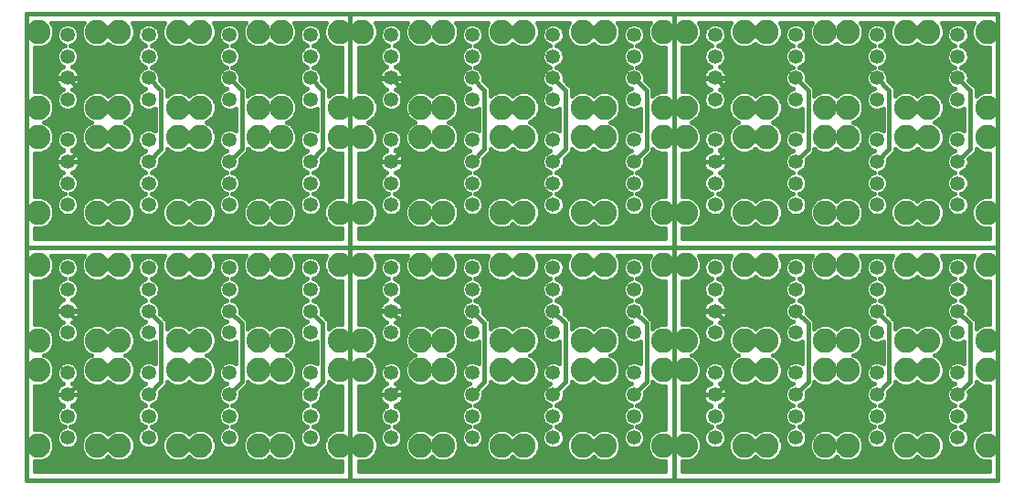
<source format=gtl>
G75*
%MOIN*%
%OFA0B0*%
%FSLAX24Y24*%
%IPPOS*%
%LPD*%
%AMOC8*
5,1,8,0,0,1.08239X$1,22.5*
%
%ADD10C,0.0160*%
%ADD11C,0.0531*%
%ADD12C,0.0886*%
D10*
X000440Y003432D02*
X012251Y003432D01*
X024062Y003432D01*
X035873Y003432D01*
X035873Y011936D01*
X024062Y011936D01*
X024062Y020440D01*
X035873Y020440D01*
X035873Y011936D01*
X024062Y011936D01*
X024062Y003432D01*
X024062Y011936D01*
X012251Y011936D01*
X012251Y020440D01*
X024062Y020440D01*
X024062Y011936D01*
X012251Y011936D01*
X012251Y003432D01*
X012251Y011936D01*
X000440Y011936D01*
X000440Y020440D01*
X012251Y020440D01*
X012251Y011936D01*
X000440Y011936D01*
X000440Y003432D01*
X000750Y003742D02*
X011941Y003742D01*
X011941Y004109D01*
X011749Y004109D01*
X011535Y004198D01*
X011371Y004362D01*
X011282Y004576D01*
X011282Y004808D01*
X011371Y005022D01*
X011535Y005186D01*
X011749Y005275D01*
X011941Y005275D01*
X011941Y006865D01*
X011749Y006865D01*
X011535Y006954D01*
X011467Y007022D01*
X011467Y006916D01*
X011338Y006787D01*
X011196Y006645D01*
X011200Y006635D01*
X011200Y006473D01*
X011138Y006324D01*
X011024Y006210D01*
X010904Y006160D01*
X011024Y006111D01*
X011138Y005997D01*
X011200Y005847D01*
X011200Y005686D01*
X011138Y005537D01*
X011024Y005423D01*
X010904Y005373D01*
X011024Y005323D01*
X011138Y005209D01*
X011200Y005060D01*
X011200Y004899D01*
X011138Y004749D01*
X011024Y004635D01*
X010875Y004574D01*
X010714Y004574D01*
X010564Y004635D01*
X010450Y004749D01*
X010389Y004899D01*
X010389Y005060D01*
X010450Y005209D01*
X010564Y005323D01*
X010684Y005373D01*
X010564Y005423D01*
X010450Y005537D01*
X010389Y005686D01*
X010389Y005847D01*
X010450Y005997D01*
X010564Y006111D01*
X010684Y006160D01*
X010564Y006210D01*
X010450Y006324D01*
X010389Y006473D01*
X010389Y006635D01*
X010450Y006784D01*
X010564Y006898D01*
X010684Y006948D01*
X010564Y006998D01*
X010450Y007112D01*
X010389Y007261D01*
X010389Y007422D01*
X010450Y007571D01*
X010564Y007686D01*
X010714Y007747D01*
X010875Y007747D01*
X011024Y007686D01*
X011027Y007683D01*
X011027Y008477D01*
X011024Y008474D01*
X010875Y008412D01*
X010714Y008412D01*
X010564Y008474D01*
X010450Y008588D01*
X010389Y008737D01*
X010389Y008899D01*
X010450Y009048D01*
X010564Y009162D01*
X010684Y009212D01*
X010564Y009261D01*
X010450Y009375D01*
X010389Y009525D01*
X010389Y009686D01*
X010450Y009835D01*
X010564Y009949D01*
X010684Y009999D01*
X010564Y010049D01*
X010450Y010163D01*
X010389Y010312D01*
X010389Y010473D01*
X010450Y010623D01*
X010564Y010737D01*
X010684Y010786D01*
X010564Y010836D01*
X010450Y010950D01*
X010389Y011099D01*
X010389Y011261D01*
X010450Y011410D01*
X010564Y011524D01*
X010714Y011586D01*
X010875Y011586D01*
X011024Y011524D01*
X011138Y011410D01*
X011200Y011261D01*
X011200Y011099D01*
X011138Y010950D01*
X011024Y010836D01*
X010904Y010786D01*
X011024Y010737D01*
X011138Y010623D01*
X011200Y010473D01*
X011200Y010312D01*
X011138Y010163D01*
X011024Y010049D01*
X010904Y009999D01*
X011024Y009949D01*
X011138Y009835D01*
X011200Y009686D01*
X011200Y009525D01*
X011196Y009515D01*
X011467Y009244D01*
X011467Y008957D01*
X011535Y009025D01*
X011749Y009113D01*
X011941Y009113D01*
X011941Y010704D01*
X011749Y010704D01*
X011535Y010792D01*
X011371Y010956D01*
X011282Y011170D01*
X011282Y011402D01*
X011371Y011617D01*
X011380Y011626D01*
X010208Y011626D01*
X010218Y011617D01*
X010306Y011402D01*
X010306Y011170D01*
X010218Y010956D01*
X010054Y010792D01*
X009839Y010704D01*
X009607Y010704D01*
X009393Y010792D01*
X009318Y010868D01*
X009243Y010792D01*
X009028Y010704D01*
X008796Y010704D01*
X008582Y010792D01*
X008418Y010956D01*
X008329Y011170D01*
X008329Y011402D01*
X008418Y011617D01*
X008428Y011626D01*
X007255Y011626D01*
X007265Y011617D01*
X007354Y011402D01*
X007354Y011170D01*
X007265Y010956D01*
X007101Y010792D01*
X006887Y010704D01*
X006655Y010704D01*
X006440Y010792D01*
X006365Y010868D01*
X006290Y010792D01*
X006076Y010704D01*
X005844Y010704D01*
X005629Y010792D01*
X005465Y010956D01*
X005377Y011170D01*
X005377Y011402D01*
X005465Y011617D01*
X005475Y011626D01*
X004303Y011626D01*
X004312Y011617D01*
X004401Y011402D01*
X004401Y011170D01*
X004312Y010956D01*
X004148Y010792D01*
X003934Y010704D01*
X003702Y010704D01*
X003488Y010792D01*
X003412Y010868D01*
X003337Y010792D01*
X003123Y010704D01*
X002891Y010704D01*
X002677Y010792D01*
X002513Y010956D01*
X002424Y011170D01*
X002424Y011402D01*
X002513Y011617D01*
X002522Y011626D01*
X001350Y011626D01*
X001359Y011617D01*
X001448Y011402D01*
X001448Y011170D01*
X001359Y010956D01*
X001195Y010792D01*
X000981Y010704D01*
X000750Y010704D01*
X000750Y009113D01*
X000981Y009113D01*
X001195Y009025D01*
X001359Y008861D01*
X001448Y008646D01*
X001448Y008415D01*
X001359Y008200D01*
X001195Y008036D01*
X001081Y007989D01*
X001195Y007942D01*
X001359Y007778D01*
X001448Y007564D01*
X001448Y007332D01*
X001359Y007118D01*
X001195Y006954D01*
X000981Y006865D01*
X000750Y006865D01*
X000750Y005275D01*
X000981Y005275D01*
X001195Y005186D01*
X001359Y005022D01*
X001448Y004808D01*
X001448Y004576D01*
X001359Y004362D01*
X001195Y004198D01*
X000981Y004109D01*
X000750Y004109D01*
X000750Y003742D01*
X000750Y003788D02*
X011941Y003788D01*
X011941Y003947D02*
X000750Y003947D01*
X000750Y004105D02*
X011941Y004105D01*
X012561Y004105D02*
X023752Y004105D01*
X023752Y004109D02*
X023752Y003742D01*
X012561Y003742D01*
X012561Y004109D01*
X012792Y004109D01*
X013006Y004198D01*
X013170Y004362D01*
X013259Y004576D01*
X013259Y004808D01*
X013170Y005022D01*
X013006Y005186D01*
X012792Y005275D01*
X012561Y005275D01*
X012561Y006865D01*
X012792Y006865D01*
X013006Y006954D01*
X013170Y007118D01*
X013259Y007332D01*
X013259Y007564D01*
X013170Y007778D01*
X013006Y007942D01*
X012892Y007989D01*
X013006Y008036D01*
X013170Y008200D01*
X013259Y008415D01*
X013259Y008646D01*
X013170Y008861D01*
X013006Y009025D01*
X012792Y009113D01*
X012561Y009113D01*
X012561Y010704D01*
X012792Y010704D01*
X013006Y010792D01*
X013170Y010956D01*
X013259Y011170D01*
X013259Y011402D01*
X013170Y011617D01*
X013161Y011626D01*
X014333Y011626D01*
X014324Y011617D01*
X014235Y011402D01*
X014235Y011170D01*
X014324Y010956D01*
X014488Y010792D01*
X014702Y010704D01*
X014934Y010704D01*
X015148Y010792D01*
X015223Y010868D01*
X015299Y010792D01*
X015513Y010704D01*
X015745Y010704D01*
X015959Y010792D01*
X016123Y010956D01*
X016212Y011170D01*
X016212Y011402D01*
X016123Y011617D01*
X016114Y011626D01*
X017286Y011626D01*
X017276Y011617D01*
X017188Y011402D01*
X017188Y011170D01*
X017276Y010956D01*
X017440Y010792D01*
X017655Y010704D01*
X017887Y010704D01*
X018101Y010792D01*
X018176Y010868D01*
X018251Y010792D01*
X018466Y010704D01*
X018698Y010704D01*
X018912Y010792D01*
X019076Y010956D01*
X019165Y011170D01*
X019165Y011402D01*
X019076Y011617D01*
X019066Y011626D01*
X020239Y011626D01*
X020229Y011617D01*
X020140Y011402D01*
X020140Y011170D01*
X020229Y010956D01*
X020393Y010792D01*
X020607Y010704D01*
X020839Y010704D01*
X021054Y010792D01*
X021129Y010868D01*
X021204Y010792D01*
X021418Y010704D01*
X021650Y010704D01*
X021865Y010792D01*
X022029Y010956D01*
X022117Y011170D01*
X022117Y011402D01*
X022029Y011617D01*
X022019Y011626D01*
X023191Y011626D01*
X023182Y011617D01*
X023093Y011402D01*
X023093Y011170D01*
X023182Y010956D01*
X023346Y010792D01*
X023560Y010704D01*
X023752Y010704D01*
X023752Y009113D01*
X023560Y009113D01*
X023346Y009025D01*
X023278Y008957D01*
X023278Y009244D01*
X023007Y009515D01*
X023011Y009525D01*
X023011Y009686D01*
X022949Y009835D01*
X022835Y009949D01*
X022715Y009999D01*
X022835Y010049D01*
X022949Y010163D01*
X023011Y010312D01*
X023011Y010473D01*
X022949Y010623D01*
X022835Y010737D01*
X022715Y010786D01*
X022835Y010836D01*
X022949Y010950D01*
X023011Y011099D01*
X023011Y011261D01*
X022949Y011410D01*
X022835Y011524D01*
X022686Y011586D01*
X022525Y011586D01*
X022375Y011524D01*
X022261Y011410D01*
X022200Y011261D01*
X022200Y011099D01*
X022261Y010950D01*
X022375Y010836D01*
X022495Y010786D01*
X022375Y010737D01*
X022261Y010623D01*
X022200Y010473D01*
X022200Y010312D01*
X022261Y010163D01*
X022375Y010049D01*
X022495Y009999D01*
X022375Y009949D01*
X022261Y009835D01*
X022200Y009686D01*
X022200Y009525D01*
X022261Y009375D01*
X022375Y009261D01*
X022495Y009212D01*
X022375Y009162D01*
X022261Y009048D01*
X022200Y008899D01*
X022200Y008737D01*
X022261Y008588D01*
X022375Y008474D01*
X022525Y008412D01*
X022686Y008412D01*
X022835Y008474D01*
X022838Y008477D01*
X022838Y007683D01*
X022835Y007686D01*
X022686Y007747D01*
X022525Y007747D01*
X022375Y007686D01*
X022261Y007571D01*
X022200Y007422D01*
X022200Y007261D01*
X022261Y007112D01*
X022375Y006998D01*
X022495Y006948D01*
X022375Y006898D01*
X022261Y006784D01*
X022200Y006635D01*
X022200Y006473D01*
X022261Y006324D01*
X022375Y006210D01*
X022495Y006160D01*
X022375Y006111D01*
X022261Y005997D01*
X022200Y005847D01*
X022200Y005686D01*
X022261Y005537D01*
X022375Y005423D01*
X022495Y005373D01*
X022375Y005323D01*
X022261Y005209D01*
X022200Y005060D01*
X022200Y004899D01*
X022261Y004749D01*
X022375Y004635D01*
X022525Y004574D01*
X022686Y004574D01*
X022835Y004635D01*
X022949Y004749D01*
X023011Y004899D01*
X023011Y005060D01*
X022949Y005209D01*
X022835Y005323D01*
X022715Y005373D01*
X022835Y005423D01*
X022949Y005537D01*
X023011Y005686D01*
X023011Y005847D01*
X022949Y005997D01*
X022835Y006111D01*
X022715Y006160D01*
X022835Y006210D01*
X022949Y006324D01*
X023011Y006473D01*
X023011Y006635D01*
X023007Y006645D01*
X023149Y006787D01*
X023278Y006916D01*
X023278Y007022D01*
X023346Y006954D01*
X023560Y006865D01*
X023752Y006865D01*
X023752Y005275D01*
X023560Y005275D01*
X023346Y005186D01*
X023182Y005022D01*
X023093Y004808D01*
X023093Y004576D01*
X023182Y004362D01*
X023346Y004198D01*
X023560Y004109D01*
X023752Y004109D01*
X023752Y003947D02*
X012561Y003947D01*
X012561Y003788D02*
X023752Y003788D01*
X024372Y003788D02*
X035563Y003788D01*
X035563Y003742D02*
X035563Y004109D01*
X035371Y004109D01*
X035157Y004198D01*
X034993Y004362D01*
X034904Y004576D01*
X034904Y004808D01*
X034993Y005022D01*
X035157Y005186D01*
X035371Y005275D01*
X035563Y005275D01*
X035563Y006865D01*
X035371Y006865D01*
X035157Y006954D01*
X035089Y007022D01*
X035089Y006916D01*
X034960Y006787D01*
X034960Y006787D01*
X034818Y006645D01*
X034822Y006635D01*
X034822Y006473D01*
X034760Y006324D01*
X034646Y006210D01*
X034526Y006160D01*
X034646Y006111D01*
X034760Y005997D01*
X034822Y005847D01*
X034822Y005686D01*
X034760Y005537D01*
X034646Y005423D01*
X034526Y005373D01*
X034646Y005323D01*
X034760Y005209D01*
X034822Y005060D01*
X034822Y004899D01*
X034760Y004749D01*
X034646Y004635D01*
X034497Y004574D01*
X034336Y004574D01*
X034186Y004635D01*
X034072Y004749D01*
X034011Y004899D01*
X034011Y005060D01*
X034072Y005209D01*
X034186Y005323D01*
X034307Y005373D01*
X034186Y005423D01*
X034072Y005537D01*
X034011Y005686D01*
X034011Y005847D01*
X034072Y005997D01*
X034186Y006111D01*
X034307Y006160D01*
X034186Y006210D01*
X034072Y006324D01*
X034011Y006473D01*
X034011Y006635D01*
X034072Y006784D01*
X034186Y006898D01*
X034307Y006948D01*
X034186Y006998D01*
X034072Y007112D01*
X034011Y007261D01*
X034011Y007422D01*
X034072Y007571D01*
X034186Y007686D01*
X034336Y007747D01*
X034497Y007747D01*
X034646Y007686D01*
X034649Y007683D01*
X034649Y008477D01*
X034646Y008474D01*
X034497Y008412D01*
X034336Y008412D01*
X034186Y008474D01*
X034072Y008588D01*
X034011Y008737D01*
X034011Y008899D01*
X034072Y009048D01*
X034186Y009162D01*
X034307Y009212D01*
X034186Y009261D01*
X034072Y009375D01*
X034011Y009525D01*
X034011Y009686D01*
X034072Y009835D01*
X034186Y009949D01*
X034307Y009999D01*
X034186Y010049D01*
X034072Y010163D01*
X034011Y010312D01*
X034011Y010473D01*
X034072Y010623D01*
X034186Y010737D01*
X034307Y010786D01*
X034186Y010836D01*
X034072Y010950D01*
X034011Y011099D01*
X034011Y011261D01*
X034072Y011410D01*
X034186Y011524D01*
X034336Y011586D01*
X034497Y011586D01*
X034646Y011524D01*
X034760Y011410D01*
X034822Y011261D01*
X034822Y011099D01*
X034760Y010950D01*
X034646Y010836D01*
X034526Y010786D01*
X034646Y010737D01*
X034760Y010623D01*
X034822Y010473D01*
X034822Y010312D01*
X034760Y010163D01*
X034646Y010049D01*
X034526Y009999D01*
X034646Y009949D01*
X034760Y009835D01*
X034822Y009686D01*
X034822Y009525D01*
X034818Y009515D01*
X035089Y009244D01*
X035089Y008957D01*
X035157Y009025D01*
X035371Y009113D01*
X035563Y009113D01*
X035563Y010704D01*
X035371Y010704D01*
X035157Y010792D01*
X034993Y010956D01*
X034904Y011170D01*
X034904Y011402D01*
X034993Y011617D01*
X035002Y011626D01*
X033830Y011626D01*
X033840Y011617D01*
X033928Y011402D01*
X033928Y011170D01*
X033840Y010956D01*
X033676Y010792D01*
X033461Y010704D01*
X033229Y010704D01*
X033015Y010792D01*
X032940Y010868D01*
X032865Y010792D01*
X032650Y010704D01*
X032418Y010704D01*
X032204Y010792D01*
X032040Y010956D01*
X031952Y011170D01*
X031952Y011402D01*
X032040Y011617D01*
X032050Y011626D01*
X030877Y011626D01*
X030887Y011617D01*
X030976Y011402D01*
X030976Y011170D01*
X030887Y010956D01*
X030723Y010792D01*
X030509Y010704D01*
X030277Y010704D01*
X030062Y010792D01*
X029987Y010868D01*
X029912Y010792D01*
X029698Y010704D01*
X029466Y010704D01*
X029251Y010792D01*
X029087Y010956D01*
X028999Y011170D01*
X028999Y011402D01*
X029087Y011617D01*
X029097Y011626D01*
X027925Y011626D01*
X027934Y011617D01*
X028023Y011402D01*
X028023Y011170D01*
X027934Y010956D01*
X027770Y010792D01*
X027556Y010704D01*
X027324Y010704D01*
X027110Y010792D01*
X027034Y010868D01*
X026959Y010792D01*
X026745Y010704D01*
X026513Y010704D01*
X026299Y010792D01*
X026135Y010956D01*
X026046Y011170D01*
X026046Y011402D01*
X026135Y011617D01*
X026144Y011626D01*
X024972Y011626D01*
X024981Y011617D01*
X025070Y011402D01*
X025070Y011170D01*
X024981Y010956D01*
X024817Y010792D01*
X024603Y010704D01*
X024372Y010704D01*
X024372Y009113D01*
X024603Y009113D01*
X024817Y009025D01*
X024981Y008861D01*
X025070Y008646D01*
X025070Y008415D01*
X024981Y008200D01*
X024817Y008036D01*
X024703Y007989D01*
X024817Y007942D01*
X024981Y007778D01*
X025070Y007564D01*
X025070Y007332D01*
X024981Y007118D01*
X024817Y006954D01*
X024603Y006865D01*
X024372Y006865D01*
X024372Y005275D01*
X024603Y005275D01*
X024817Y005186D01*
X024981Y005022D01*
X025070Y004808D01*
X025070Y004576D01*
X024981Y004362D01*
X024817Y004198D01*
X024603Y004109D01*
X024372Y004109D01*
X024372Y003742D01*
X035563Y003742D01*
X035563Y003947D02*
X024372Y003947D01*
X024372Y004105D02*
X035563Y004105D01*
X035091Y004264D02*
X033742Y004264D01*
X033676Y004198D02*
X033840Y004362D01*
X033928Y004576D01*
X033928Y004808D01*
X033840Y005022D01*
X033676Y005186D01*
X033461Y005275D01*
X033229Y005275D01*
X033015Y005186D01*
X032940Y005111D01*
X032865Y005186D01*
X032650Y005275D01*
X032418Y005275D01*
X032204Y005186D01*
X032040Y005022D01*
X031952Y004808D01*
X031952Y004576D01*
X032040Y004362D01*
X032204Y004198D01*
X032418Y004109D01*
X032650Y004109D01*
X032865Y004198D01*
X032940Y004273D01*
X033015Y004198D01*
X033229Y004109D01*
X033461Y004109D01*
X033676Y004198D01*
X033865Y004422D02*
X034968Y004422D01*
X034904Y004581D02*
X034515Y004581D01*
X034318Y004581D02*
X033928Y004581D01*
X033928Y004739D02*
X034082Y004739D01*
X034011Y004898D02*
X033891Y004898D01*
X033805Y005056D02*
X034011Y005056D01*
X034078Y005215D02*
X033606Y005215D01*
X034077Y005532D02*
X031803Y005532D01*
X031808Y005537D02*
X031869Y005686D01*
X031869Y005847D01*
X031808Y005997D01*
X031693Y006111D01*
X031573Y006160D01*
X031693Y006210D01*
X031808Y006324D01*
X031869Y006473D01*
X031869Y006635D01*
X031865Y006645D01*
X032007Y006787D01*
X032136Y006916D01*
X032136Y007022D01*
X032204Y006954D01*
X032418Y006865D01*
X032650Y006865D01*
X032865Y006954D01*
X032940Y007029D01*
X033015Y006954D01*
X033229Y006865D01*
X033461Y006865D01*
X033676Y006954D01*
X033840Y007118D01*
X033928Y007332D01*
X033928Y007564D01*
X033840Y007778D01*
X033676Y007942D01*
X033562Y007989D01*
X033676Y008036D01*
X033840Y008200D01*
X033928Y008415D01*
X033928Y008646D01*
X033840Y008861D01*
X033676Y009025D01*
X033461Y009113D01*
X033229Y009113D01*
X033015Y009025D01*
X032940Y008949D01*
X032865Y009025D01*
X032650Y009113D01*
X032418Y009113D01*
X032204Y009025D01*
X032136Y008957D01*
X032136Y009244D01*
X032007Y009373D01*
X031865Y009515D01*
X031869Y009525D01*
X031869Y009686D01*
X031808Y009835D01*
X031693Y009949D01*
X031573Y009999D01*
X031693Y010049D01*
X031808Y010163D01*
X031869Y010312D01*
X031869Y010473D01*
X031808Y010623D01*
X031693Y010737D01*
X031573Y010786D01*
X031693Y010836D01*
X031808Y010950D01*
X031869Y011099D01*
X031869Y011261D01*
X031808Y011410D01*
X031693Y011524D01*
X031544Y011586D01*
X031383Y011586D01*
X031234Y011524D01*
X031120Y011410D01*
X031058Y011261D01*
X031058Y011099D01*
X031120Y010950D01*
X031234Y010836D01*
X031354Y010786D01*
X031234Y010737D01*
X031120Y010623D01*
X031058Y010473D01*
X031058Y010312D01*
X031120Y010163D01*
X031234Y010049D01*
X031354Y009999D01*
X031234Y009949D01*
X031120Y009835D01*
X031058Y009686D01*
X031058Y009525D01*
X031120Y009375D01*
X031234Y009261D01*
X031354Y009212D01*
X031234Y009162D01*
X031120Y009048D01*
X031058Y008899D01*
X031058Y008737D01*
X031120Y008588D01*
X031234Y008474D01*
X031383Y008412D01*
X031544Y008412D01*
X031693Y008474D01*
X031696Y008477D01*
X031696Y007683D01*
X031693Y007686D01*
X031544Y007747D01*
X031383Y007747D01*
X031234Y007686D01*
X031120Y007571D01*
X031058Y007422D01*
X031058Y007261D01*
X031120Y007112D01*
X031234Y006998D01*
X031354Y006948D01*
X031234Y006898D01*
X031120Y006784D01*
X031058Y006635D01*
X031058Y006473D01*
X031120Y006324D01*
X031234Y006210D01*
X031354Y006160D01*
X031234Y006111D01*
X031120Y005997D01*
X031058Y005847D01*
X031058Y005686D01*
X031120Y005537D01*
X031234Y005423D01*
X031354Y005373D01*
X031234Y005323D01*
X031120Y005209D01*
X031058Y005060D01*
X031058Y004899D01*
X031120Y004749D01*
X031234Y004635D01*
X031383Y004574D01*
X031544Y004574D01*
X031693Y004635D01*
X031808Y004749D01*
X031869Y004899D01*
X031869Y005060D01*
X031808Y005209D01*
X031693Y005323D01*
X031573Y005373D01*
X031693Y005423D01*
X031808Y005537D01*
X031869Y005690D02*
X034011Y005690D01*
X034011Y005849D02*
X031869Y005849D01*
X031797Y006007D02*
X034083Y006007D01*
X034293Y006166D02*
X031587Y006166D01*
X031340Y006166D02*
X028634Y006166D01*
X028621Y006160D02*
X028741Y006210D01*
X028855Y006324D01*
X028917Y006473D01*
X028917Y006635D01*
X028912Y006645D01*
X029055Y006787D01*
X029184Y006916D01*
X029184Y007022D01*
X029251Y006954D01*
X029466Y006865D01*
X029698Y006865D01*
X029912Y006954D01*
X029987Y007029D01*
X030062Y006954D01*
X030277Y006865D01*
X030509Y006865D01*
X030723Y006954D01*
X030887Y007118D01*
X030976Y007332D01*
X030976Y007564D01*
X030887Y007778D01*
X030723Y007942D01*
X030609Y007989D01*
X030723Y008036D01*
X030887Y008200D01*
X030976Y008415D01*
X030976Y008646D01*
X030887Y008861D01*
X030723Y009025D01*
X030509Y009113D01*
X030277Y009113D01*
X030062Y009025D01*
X029987Y008949D01*
X029912Y009025D01*
X029698Y009113D01*
X029466Y009113D01*
X029251Y009025D01*
X029184Y008957D01*
X029184Y009244D01*
X028912Y009515D01*
X028917Y009525D01*
X028917Y009686D01*
X028855Y009835D01*
X028741Y009949D01*
X028621Y009999D01*
X028741Y010049D01*
X028855Y010163D01*
X028917Y010312D01*
X028917Y010473D01*
X028855Y010623D01*
X028741Y010737D01*
X028621Y010786D01*
X028741Y010836D01*
X028855Y010950D01*
X028917Y011099D01*
X028917Y011261D01*
X028855Y011410D01*
X028741Y011524D01*
X028592Y011586D01*
X028430Y011586D01*
X028281Y011524D01*
X028167Y011410D01*
X028105Y011261D01*
X028105Y011099D01*
X028167Y010950D01*
X028281Y010836D01*
X028401Y010786D01*
X028281Y010737D01*
X028167Y010623D01*
X028105Y010473D01*
X028105Y010312D01*
X028167Y010163D01*
X028281Y010049D01*
X028401Y009999D01*
X028281Y009949D01*
X028167Y009835D01*
X028105Y009686D01*
X028105Y009525D01*
X028167Y009375D01*
X028281Y009261D01*
X028401Y009212D01*
X028281Y009162D01*
X028167Y009048D01*
X028105Y008899D01*
X028105Y008737D01*
X028167Y008588D01*
X028281Y008474D01*
X028430Y008412D01*
X028592Y008412D01*
X028741Y008474D01*
X028744Y008477D01*
X028744Y007683D01*
X028741Y007686D01*
X028592Y007747D01*
X028430Y007747D01*
X028281Y007686D01*
X028167Y007571D01*
X028105Y007422D01*
X028105Y007261D01*
X028167Y007112D01*
X028281Y006998D01*
X028401Y006948D01*
X028281Y006898D01*
X028167Y006784D01*
X028105Y006635D01*
X028105Y006473D01*
X028167Y006324D01*
X028281Y006210D01*
X028401Y006160D01*
X028281Y006111D01*
X028167Y005997D01*
X028105Y005847D01*
X028105Y005686D01*
X028167Y005537D01*
X028281Y005423D01*
X028401Y005373D01*
X028281Y005323D01*
X028167Y005209D01*
X028105Y005060D01*
X028105Y004899D01*
X028167Y004749D01*
X028281Y004635D01*
X028430Y004574D01*
X028592Y004574D01*
X028741Y004635D01*
X028855Y004749D01*
X028917Y004899D01*
X028917Y005060D01*
X028855Y005209D01*
X028741Y005323D01*
X028621Y005373D01*
X028741Y005423D01*
X028855Y005537D01*
X028917Y005686D01*
X028917Y005847D01*
X028855Y005997D01*
X028741Y006111D01*
X028621Y006160D01*
X028388Y006166D02*
X025778Y006166D01*
X025792Y006173D02*
X025848Y006214D01*
X025898Y006264D01*
X025939Y006321D01*
X025971Y006383D01*
X025993Y006450D01*
X026004Y006519D01*
X026004Y006546D01*
X025567Y006546D01*
X025567Y006563D01*
X026004Y006563D01*
X026004Y006589D01*
X025993Y006659D01*
X025971Y006725D01*
X025939Y006788D01*
X025898Y006845D01*
X025848Y006894D01*
X025792Y006935D01*
X025729Y006967D01*
X025721Y006970D01*
X025788Y006998D01*
X025902Y007112D01*
X025964Y007261D01*
X025964Y007422D01*
X025902Y007571D01*
X025788Y007686D01*
X025639Y007747D01*
X025477Y007747D01*
X025328Y007686D01*
X025214Y007571D01*
X025152Y007422D01*
X025152Y007261D01*
X025214Y007112D01*
X025328Y006998D01*
X025395Y006970D01*
X025387Y006967D01*
X025324Y006935D01*
X025268Y006894D01*
X025218Y006845D01*
X025177Y006788D01*
X025145Y006725D01*
X025123Y006659D01*
X025112Y006589D01*
X025112Y006563D01*
X025549Y006563D01*
X025549Y006546D01*
X025112Y006546D01*
X025112Y006519D01*
X025123Y006450D01*
X025145Y006383D01*
X025177Y006321D01*
X025218Y006264D01*
X025268Y006214D01*
X025324Y006173D01*
X025387Y006141D01*
X025395Y006138D01*
X025328Y006111D01*
X025214Y005997D01*
X025152Y005847D01*
X025152Y005686D01*
X025214Y005537D01*
X025328Y005423D01*
X025448Y005373D01*
X025328Y005323D01*
X025214Y005209D01*
X025152Y005060D01*
X025152Y004899D01*
X025214Y004749D01*
X025328Y004635D01*
X025477Y004574D01*
X025639Y004574D01*
X025788Y004635D01*
X025902Y004749D01*
X025964Y004899D01*
X025964Y005060D01*
X025902Y005209D01*
X025788Y005323D01*
X025668Y005373D01*
X025788Y005423D01*
X025902Y005537D01*
X025964Y005686D01*
X025964Y005847D01*
X025902Y005997D01*
X025788Y006111D01*
X025721Y006138D01*
X025729Y006141D01*
X025792Y006173D01*
X025891Y006007D02*
X028178Y006007D01*
X028106Y005849D02*
X025963Y005849D01*
X025964Y005690D02*
X028105Y005690D01*
X028172Y005532D02*
X025897Y005532D01*
X025669Y005373D02*
X028400Y005373D01*
X028622Y005373D02*
X031353Y005373D01*
X031574Y005373D02*
X034305Y005373D01*
X034527Y005373D02*
X035563Y005373D01*
X035563Y005532D02*
X034755Y005532D01*
X034822Y005690D02*
X035563Y005690D01*
X035563Y005849D02*
X034821Y005849D01*
X034749Y006007D02*
X035563Y006007D01*
X035563Y006166D02*
X034539Y006166D01*
X034760Y006324D02*
X035563Y006324D01*
X035563Y006483D02*
X034822Y006483D01*
X034819Y006641D02*
X035563Y006641D01*
X035563Y006800D02*
X034973Y006800D01*
X035089Y006958D02*
X035152Y006958D01*
X034869Y007007D02*
X034869Y009153D01*
X034416Y009605D01*
X034112Y009336D02*
X032044Y009336D01*
X032007Y009373D02*
X032007Y009373D01*
X031886Y009494D02*
X034023Y009494D01*
X034011Y009653D02*
X031869Y009653D01*
X031817Y009811D02*
X034063Y009811D01*
X034236Y009970D02*
X031643Y009970D01*
X031773Y010128D02*
X034107Y010128D01*
X034021Y010287D02*
X031859Y010287D01*
X031869Y010445D02*
X034011Y010445D01*
X034065Y010604D02*
X031815Y010604D01*
X031631Y010762D02*
X032276Y010762D01*
X032076Y010921D02*
X031778Y010921D01*
X031861Y011079D02*
X031989Y011079D01*
X031952Y011238D02*
X031869Y011238D01*
X031813Y011396D02*
X031952Y011396D01*
X032015Y011555D02*
X031619Y011555D01*
X031308Y011555D02*
X030912Y011555D01*
X030976Y011396D02*
X031114Y011396D01*
X031058Y011238D02*
X030976Y011238D01*
X030938Y011079D02*
X031066Y011079D01*
X031149Y010921D02*
X030852Y010921D01*
X030651Y010762D02*
X031296Y010762D01*
X031112Y010604D02*
X028862Y010604D01*
X028917Y010445D02*
X031058Y010445D01*
X031068Y010287D02*
X028906Y010287D01*
X028820Y010128D02*
X031154Y010128D01*
X031284Y009970D02*
X028691Y009970D01*
X028865Y009811D02*
X031110Y009811D01*
X031058Y009653D02*
X028917Y009653D01*
X028933Y009494D02*
X031070Y009494D01*
X031159Y009336D02*
X029091Y009336D01*
X029184Y009177D02*
X031271Y009177D01*
X031108Y009019D02*
X030729Y009019D01*
X030887Y008860D02*
X031058Y008860D01*
X031072Y008702D02*
X030953Y008702D01*
X030976Y008543D02*
X031164Y008543D01*
X030963Y008385D02*
X031696Y008385D01*
X031696Y008226D02*
X030898Y008226D01*
X030755Y008068D02*
X031696Y008068D01*
X031696Y007909D02*
X030755Y007909D01*
X030898Y007751D02*
X031696Y007751D01*
X031141Y007592D02*
X030964Y007592D01*
X030976Y007434D02*
X031063Y007434D01*
X031058Y007275D02*
X030952Y007275D01*
X030886Y007117D02*
X031117Y007117D01*
X031328Y006958D02*
X030728Y006958D01*
X031136Y006800D02*
X029068Y006800D01*
X029184Y006958D02*
X029247Y006958D01*
X028964Y007007D02*
X028964Y009153D01*
X028511Y009605D01*
X028206Y009336D02*
X025913Y009336D01*
X025898Y009315D02*
X025939Y009372D01*
X025971Y009434D01*
X025993Y009501D01*
X026004Y009570D01*
X026004Y009597D01*
X025567Y009597D01*
X025567Y009614D01*
X026004Y009614D01*
X026004Y009640D01*
X025993Y009710D01*
X025971Y009776D01*
X025939Y009839D01*
X025898Y009896D01*
X025848Y009945D01*
X025792Y009987D01*
X025729Y010018D01*
X025721Y010021D01*
X025788Y010049D01*
X025902Y010163D01*
X025964Y010312D01*
X025964Y010473D01*
X025902Y010623D01*
X025788Y010737D01*
X025668Y010786D01*
X025788Y010836D01*
X025902Y010950D01*
X025964Y011099D01*
X025964Y011261D01*
X025902Y011410D01*
X025788Y011524D01*
X025639Y011586D01*
X025477Y011586D01*
X025328Y011524D01*
X025214Y011410D01*
X025152Y011261D01*
X025152Y011099D01*
X025214Y010950D01*
X025328Y010836D01*
X025448Y010786D01*
X025328Y010737D01*
X025214Y010623D01*
X025152Y010473D01*
X025152Y010312D01*
X025214Y010163D01*
X025328Y010049D01*
X025395Y010021D01*
X025387Y010018D01*
X025324Y009987D01*
X025268Y009945D01*
X025218Y009896D01*
X025177Y009839D01*
X025145Y009776D01*
X025123Y009710D01*
X025112Y009640D01*
X025112Y009614D01*
X025549Y009614D01*
X025549Y009597D01*
X025112Y009597D01*
X025112Y009570D01*
X025123Y009501D01*
X025145Y009434D01*
X025177Y009372D01*
X025218Y009315D01*
X025268Y009265D01*
X025324Y009224D01*
X025387Y009192D01*
X025395Y009190D01*
X025328Y009162D01*
X025214Y009048D01*
X025152Y008899D01*
X025152Y008737D01*
X025214Y008588D01*
X025328Y008474D01*
X025477Y008412D01*
X025639Y008412D01*
X025788Y008474D01*
X025902Y008588D01*
X025964Y008737D01*
X025964Y008899D01*
X025902Y009048D01*
X025788Y009162D01*
X025721Y009190D01*
X025729Y009192D01*
X025792Y009224D01*
X025848Y009265D01*
X025898Y009315D01*
X026011Y009153D02*
X025558Y009605D01*
X025203Y009336D02*
X024372Y009336D01*
X024372Y009494D02*
X025125Y009494D01*
X025114Y009653D02*
X024372Y009653D01*
X024372Y009811D02*
X025163Y009811D01*
X025302Y009970D02*
X024372Y009970D01*
X024372Y010128D02*
X025248Y010128D01*
X025163Y010287D02*
X024372Y010287D01*
X024372Y010445D02*
X025152Y010445D01*
X025206Y010604D02*
X024372Y010604D01*
X024745Y010762D02*
X025390Y010762D01*
X025243Y010921D02*
X024946Y010921D01*
X025032Y011079D02*
X025161Y011079D01*
X025152Y011238D02*
X025070Y011238D01*
X025070Y011396D02*
X025208Y011396D01*
X025403Y011555D02*
X025007Y011555D01*
X025713Y011555D02*
X026109Y011555D01*
X026046Y011396D02*
X025908Y011396D01*
X025964Y011238D02*
X026046Y011238D01*
X026084Y011079D02*
X025956Y011079D01*
X025873Y010921D02*
X026170Y010921D01*
X026371Y010762D02*
X025726Y010762D01*
X025910Y010604D02*
X028159Y010604D01*
X028105Y010445D02*
X025964Y010445D01*
X025953Y010287D02*
X028115Y010287D01*
X028201Y010128D02*
X025868Y010128D01*
X025814Y009970D02*
X028331Y009970D01*
X028157Y009811D02*
X025953Y009811D01*
X026002Y009653D02*
X028105Y009653D01*
X028118Y009494D02*
X025991Y009494D01*
X026011Y009153D02*
X026011Y007007D01*
X025558Y006554D01*
X025118Y006483D02*
X024372Y006483D01*
X024372Y006641D02*
X025121Y006641D01*
X025186Y006800D02*
X024372Y006800D01*
X024822Y006958D02*
X025370Y006958D01*
X025212Y007117D02*
X024981Y007117D01*
X025047Y007275D02*
X025152Y007275D01*
X025157Y007434D02*
X025070Y007434D01*
X025058Y007592D02*
X025235Y007592D01*
X024993Y007751D02*
X026124Y007751D01*
X026135Y007778D02*
X026046Y007564D01*
X026046Y007332D01*
X026135Y007118D01*
X026299Y006954D01*
X026513Y006865D01*
X026745Y006865D01*
X026959Y006954D01*
X027034Y007029D01*
X027110Y006954D01*
X027324Y006865D01*
X027556Y006865D01*
X027770Y006954D01*
X027934Y007118D01*
X028023Y007332D01*
X028023Y007564D01*
X027934Y007778D01*
X027770Y007942D01*
X027656Y007989D01*
X027770Y008036D01*
X027934Y008200D01*
X028023Y008415D01*
X028023Y008646D01*
X027934Y008861D01*
X027770Y009025D01*
X027556Y009113D01*
X027324Y009113D01*
X027110Y009025D01*
X027034Y008949D01*
X026959Y009025D01*
X026745Y009113D01*
X026513Y009113D01*
X026299Y009025D01*
X026135Y008861D01*
X026046Y008646D01*
X026046Y008415D01*
X026135Y008200D01*
X026299Y008036D01*
X026413Y007989D01*
X026299Y007942D01*
X026135Y007778D01*
X026266Y007909D02*
X024850Y007909D01*
X024849Y008068D02*
X026267Y008068D01*
X026124Y008226D02*
X024992Y008226D01*
X025058Y008385D02*
X026058Y008385D01*
X026046Y008543D02*
X025857Y008543D01*
X025949Y008702D02*
X026069Y008702D01*
X026135Y008860D02*
X025964Y008860D01*
X025914Y009019D02*
X026293Y009019D01*
X025750Y009177D02*
X028319Y009177D01*
X028155Y009019D02*
X027776Y009019D01*
X027934Y008860D02*
X028105Y008860D01*
X028120Y008702D02*
X028000Y008702D01*
X028023Y008543D02*
X028211Y008543D01*
X028011Y008385D02*
X028744Y008385D01*
X028744Y008226D02*
X027945Y008226D01*
X027802Y008068D02*
X028744Y008068D01*
X028744Y007909D02*
X027803Y007909D01*
X027945Y007751D02*
X028744Y007751D01*
X028188Y007592D02*
X028011Y007592D01*
X028023Y007434D02*
X028110Y007434D01*
X028105Y007275D02*
X027999Y007275D01*
X027933Y007117D02*
X028165Y007117D01*
X028375Y006958D02*
X027775Y006958D01*
X028183Y006800D02*
X025930Y006800D01*
X025996Y006641D02*
X028108Y006641D01*
X028105Y006483D02*
X025998Y006483D01*
X025941Y006324D02*
X028167Y006324D01*
X028511Y006554D02*
X028964Y007007D01*
X028914Y006641D02*
X031061Y006641D01*
X031058Y006483D02*
X028917Y006483D01*
X028855Y006324D02*
X031120Y006324D01*
X031130Y006007D02*
X028844Y006007D01*
X028916Y005849D02*
X031058Y005849D01*
X031058Y005690D02*
X028917Y005690D01*
X028850Y005532D02*
X031125Y005532D01*
X031125Y005215D02*
X030653Y005215D01*
X030723Y005186D02*
X030509Y005275D01*
X030277Y005275D01*
X030062Y005186D01*
X029987Y005111D01*
X029912Y005186D01*
X029698Y005275D01*
X029466Y005275D01*
X029251Y005186D01*
X029087Y005022D01*
X028999Y004808D01*
X028999Y004576D01*
X029087Y004362D01*
X029251Y004198D01*
X029466Y004109D01*
X029698Y004109D01*
X029912Y004198D01*
X029987Y004273D01*
X030062Y004198D01*
X030277Y004109D01*
X030509Y004109D01*
X030723Y004198D01*
X030887Y004362D01*
X030976Y004576D01*
X030976Y004808D01*
X030887Y005022D01*
X030723Y005186D01*
X030853Y005056D02*
X031058Y005056D01*
X031058Y004898D02*
X030938Y004898D01*
X030976Y004739D02*
X031130Y004739D01*
X030976Y004581D02*
X031365Y004581D01*
X031562Y004581D02*
X031952Y004581D01*
X031952Y004739D02*
X031797Y004739D01*
X031869Y004898D02*
X031989Y004898D01*
X032075Y005056D02*
X031869Y005056D01*
X031802Y005215D02*
X032274Y005215D01*
X032795Y005215D02*
X033085Y005215D01*
X032015Y004422D02*
X030912Y004422D01*
X030789Y004264D02*
X032138Y004264D01*
X032931Y004264D02*
X032949Y004264D01*
X034750Y004739D02*
X034904Y004739D01*
X034942Y004898D02*
X034822Y004898D01*
X034822Y005056D02*
X035027Y005056D01*
X035227Y005215D02*
X034754Y005215D01*
X034072Y006324D02*
X031808Y006324D01*
X031869Y006483D02*
X034011Y006483D01*
X034013Y006641D02*
X031867Y006641D01*
X032021Y006800D02*
X034088Y006800D01*
X034281Y006958D02*
X033680Y006958D01*
X033839Y007117D02*
X034070Y007117D01*
X034011Y007275D02*
X033905Y007275D01*
X033928Y007434D02*
X034015Y007434D01*
X034093Y007592D02*
X033916Y007592D01*
X033851Y007751D02*
X034649Y007751D01*
X034649Y007909D02*
X033708Y007909D01*
X033707Y008068D02*
X034649Y008068D01*
X034649Y008226D02*
X033850Y008226D01*
X033916Y008385D02*
X034649Y008385D01*
X034117Y008543D02*
X033928Y008543D01*
X033905Y008702D02*
X034025Y008702D01*
X034011Y008860D02*
X033840Y008860D01*
X033681Y009019D02*
X034060Y009019D01*
X034224Y009177D02*
X032136Y009177D01*
X032136Y009019D02*
X032199Y009019D01*
X031916Y009153D02*
X031464Y009605D01*
X031916Y009153D02*
X031916Y007007D01*
X031464Y006554D01*
X032136Y006958D02*
X032199Y006958D01*
X032869Y006958D02*
X033010Y006958D01*
X034416Y006554D02*
X034869Y007007D01*
X035089Y009019D02*
X035151Y009019D01*
X035089Y009177D02*
X035563Y009177D01*
X035563Y009336D02*
X034997Y009336D01*
X034838Y009494D02*
X035563Y009494D01*
X035563Y009653D02*
X034822Y009653D01*
X034770Y009811D02*
X035563Y009811D01*
X035563Y009970D02*
X034596Y009970D01*
X034726Y010128D02*
X035563Y010128D01*
X035563Y010287D02*
X034812Y010287D01*
X034822Y010445D02*
X035563Y010445D01*
X035563Y010604D02*
X034768Y010604D01*
X034584Y010762D02*
X035229Y010762D01*
X035028Y010921D02*
X034731Y010921D01*
X034814Y011079D02*
X034942Y011079D01*
X034904Y011238D02*
X034822Y011238D01*
X034766Y011396D02*
X034904Y011396D01*
X034967Y011555D02*
X034572Y011555D01*
X034261Y011555D02*
X033865Y011555D01*
X033928Y011396D02*
X034067Y011396D01*
X034011Y011238D02*
X033928Y011238D01*
X033891Y011079D02*
X034019Y011079D01*
X034102Y010921D02*
X033804Y010921D01*
X033604Y010762D02*
X034249Y010762D01*
X033087Y010762D02*
X032793Y010762D01*
X030134Y010762D02*
X029840Y010762D01*
X029323Y010762D02*
X028678Y010762D01*
X028825Y010921D02*
X029123Y010921D01*
X029036Y011079D02*
X028908Y011079D01*
X028917Y011238D02*
X028999Y011238D01*
X028999Y011396D02*
X028860Y011396D01*
X028666Y011555D02*
X029062Y011555D01*
X028355Y011555D02*
X027960Y011555D01*
X028023Y011396D02*
X028161Y011396D01*
X028105Y011238D02*
X028023Y011238D01*
X027985Y011079D02*
X028113Y011079D01*
X028196Y010921D02*
X027899Y010921D01*
X027698Y010762D02*
X028343Y010762D01*
X027182Y010762D02*
X026887Y010762D01*
X024372Y012246D02*
X024372Y012613D01*
X024603Y012613D01*
X024817Y012702D01*
X024981Y012866D01*
X025070Y013080D01*
X025070Y013312D01*
X024981Y013526D01*
X024817Y013690D01*
X024603Y013779D01*
X024372Y013779D01*
X024372Y015369D01*
X024603Y015369D01*
X024817Y015458D01*
X024981Y015622D01*
X025070Y015836D01*
X025070Y016068D01*
X024981Y016282D01*
X024817Y016446D01*
X024703Y016493D01*
X024817Y016540D01*
X024981Y016704D01*
X025070Y016918D01*
X025070Y017150D01*
X024981Y017365D01*
X024817Y017529D01*
X024603Y017617D01*
X024372Y017617D01*
X024372Y019207D01*
X024603Y019207D01*
X024817Y019296D01*
X024981Y019460D01*
X025070Y019674D01*
X025070Y019906D01*
X024981Y020121D01*
X024972Y020130D01*
X026144Y020130D01*
X026135Y020121D01*
X026046Y019906D01*
X026046Y019674D01*
X026135Y019460D01*
X026299Y019296D01*
X026513Y019207D01*
X026745Y019207D01*
X026959Y019296D01*
X027034Y019372D01*
X027110Y019296D01*
X027324Y019207D01*
X027556Y019207D01*
X027770Y019296D01*
X027934Y019460D01*
X028023Y019674D01*
X028023Y019906D01*
X027934Y020121D01*
X027925Y020130D01*
X029097Y020130D01*
X029087Y020121D01*
X028999Y019906D01*
X028999Y019674D01*
X029087Y019460D01*
X029251Y019296D01*
X029466Y019207D01*
X029698Y019207D01*
X029912Y019296D01*
X029987Y019372D01*
X030062Y019296D01*
X030277Y019207D01*
X030509Y019207D01*
X030723Y019296D01*
X030887Y019460D01*
X030976Y019674D01*
X030976Y019906D01*
X030887Y020121D01*
X030877Y020130D01*
X032050Y020130D01*
X032040Y020121D01*
X031952Y019906D01*
X031952Y019674D01*
X032040Y019460D01*
X032204Y019296D01*
X032418Y019207D01*
X032650Y019207D01*
X032865Y019296D01*
X032940Y019372D01*
X033015Y019296D01*
X033229Y019207D01*
X033461Y019207D01*
X033676Y019296D01*
X033840Y019460D01*
X033928Y019674D01*
X033928Y019906D01*
X033840Y020121D01*
X033830Y020130D01*
X035002Y020130D01*
X034993Y020121D01*
X034904Y019906D01*
X034904Y019674D01*
X034993Y019460D01*
X035157Y019296D01*
X035371Y019207D01*
X035563Y019207D01*
X035563Y017617D01*
X035371Y017617D01*
X035157Y017529D01*
X035089Y017461D01*
X035089Y017748D01*
X034818Y018019D01*
X034822Y018029D01*
X034822Y018190D01*
X034760Y018339D01*
X034646Y018453D01*
X034526Y018503D01*
X034646Y018553D01*
X034760Y018667D01*
X034822Y018816D01*
X034822Y018977D01*
X034760Y019126D01*
X034646Y019241D01*
X034526Y019290D01*
X034646Y019340D01*
X034760Y019454D01*
X034822Y019603D01*
X034822Y019765D01*
X034760Y019914D01*
X034646Y020028D01*
X034497Y020090D01*
X034336Y020090D01*
X034186Y020028D01*
X034072Y019914D01*
X034011Y019765D01*
X034011Y019603D01*
X034072Y019454D01*
X034186Y019340D01*
X034307Y019290D01*
X034186Y019241D01*
X034072Y019126D01*
X034011Y018977D01*
X034011Y018816D01*
X034072Y018667D01*
X034186Y018553D01*
X034307Y018503D01*
X034186Y018453D01*
X034072Y018339D01*
X034011Y018190D01*
X034011Y018029D01*
X034072Y017879D01*
X034186Y017765D01*
X034307Y017716D01*
X034186Y017666D01*
X034072Y017552D01*
X034011Y017403D01*
X034011Y017241D01*
X034072Y017092D01*
X034186Y016978D01*
X034336Y016916D01*
X034497Y016916D01*
X034646Y016978D01*
X034649Y016981D01*
X034649Y016187D01*
X034646Y016189D01*
X034497Y016251D01*
X034336Y016251D01*
X034186Y016189D01*
X034072Y016075D01*
X034011Y015926D01*
X034011Y015765D01*
X034072Y015616D01*
X034186Y015501D01*
X034307Y015452D01*
X034186Y015402D01*
X034072Y015288D01*
X034011Y015139D01*
X034011Y014977D01*
X034072Y014828D01*
X034186Y014714D01*
X034307Y014664D01*
X034186Y014615D01*
X034072Y014501D01*
X034011Y014351D01*
X034011Y014190D01*
X034072Y014041D01*
X034186Y013927D01*
X034307Y013877D01*
X034186Y013827D01*
X034072Y013713D01*
X034011Y013564D01*
X034011Y013403D01*
X034072Y013253D01*
X034186Y013139D01*
X034336Y013078D01*
X034497Y013078D01*
X034646Y013139D01*
X034760Y013253D01*
X034822Y013403D01*
X034822Y013564D01*
X034760Y013713D01*
X034646Y013827D01*
X034526Y013877D01*
X034646Y013927D01*
X034760Y014041D01*
X034822Y014190D01*
X034822Y014351D01*
X034760Y014501D01*
X034646Y014615D01*
X034526Y014664D01*
X034646Y014714D01*
X034760Y014828D01*
X034822Y014977D01*
X034822Y015139D01*
X034818Y015149D01*
X034960Y015291D01*
X035089Y015420D01*
X035089Y015526D01*
X035157Y015458D01*
X035371Y015369D01*
X035563Y015369D01*
X035563Y013779D01*
X035371Y013779D01*
X035157Y013690D01*
X034993Y013526D01*
X034904Y013312D01*
X034904Y013080D01*
X034993Y012866D01*
X035157Y012702D01*
X035371Y012613D01*
X035563Y012613D01*
X035563Y012246D01*
X024372Y012246D01*
X024372Y012347D02*
X035563Y012347D01*
X035563Y012506D02*
X024372Y012506D01*
X024727Y012664D02*
X026389Y012664D01*
X026299Y012702D02*
X026513Y012613D01*
X026745Y012613D01*
X026959Y012702D01*
X027034Y012777D01*
X027110Y012702D01*
X027324Y012613D01*
X027556Y012613D01*
X027770Y012702D01*
X027934Y012866D01*
X028023Y013080D01*
X028023Y013312D01*
X027934Y013526D01*
X027770Y013690D01*
X027556Y013779D01*
X027324Y013779D01*
X027110Y013690D01*
X027034Y013615D01*
X026959Y013690D01*
X026745Y013779D01*
X026513Y013779D01*
X026299Y013690D01*
X026135Y013526D01*
X026046Y013312D01*
X026046Y013080D01*
X026135Y012866D01*
X026299Y012702D01*
X026177Y012823D02*
X024939Y012823D01*
X025029Y012981D02*
X026087Y012981D01*
X026046Y013140D02*
X025789Y013140D01*
X025788Y013139D02*
X025902Y013253D01*
X025964Y013403D01*
X025964Y013564D01*
X025902Y013713D01*
X025788Y013827D01*
X025668Y013877D01*
X025788Y013927D01*
X025902Y014041D01*
X025964Y014190D01*
X025964Y014351D01*
X025902Y014501D01*
X025788Y014615D01*
X025721Y014642D01*
X025729Y014645D01*
X025792Y014677D01*
X025848Y014718D01*
X025898Y014768D01*
X025939Y014824D01*
X025971Y014887D01*
X025993Y014954D01*
X026004Y015023D01*
X026004Y015049D01*
X025567Y015049D01*
X025567Y015067D01*
X026004Y015067D01*
X026004Y015093D01*
X025993Y015162D01*
X025971Y015229D01*
X025939Y015292D01*
X025898Y015348D01*
X025848Y015398D01*
X025792Y015439D01*
X025729Y015471D01*
X025721Y015474D01*
X025788Y015501D01*
X025902Y015616D01*
X025964Y015765D01*
X025964Y015926D01*
X025902Y016075D01*
X025788Y016189D01*
X025639Y016251D01*
X025477Y016251D01*
X025328Y016189D01*
X025214Y016075D01*
X025152Y015926D01*
X025152Y015765D01*
X025214Y015616D01*
X025328Y015501D01*
X025395Y015474D01*
X025387Y015471D01*
X025324Y015439D01*
X025268Y015398D01*
X025218Y015348D01*
X025177Y015292D01*
X025145Y015229D01*
X025123Y015162D01*
X025112Y015093D01*
X025112Y015067D01*
X025549Y015067D01*
X025549Y015049D01*
X025112Y015049D01*
X025112Y015023D01*
X025123Y014954D01*
X025145Y014887D01*
X025177Y014824D01*
X025218Y014768D01*
X025268Y014718D01*
X025324Y014677D01*
X025387Y014645D01*
X025395Y014642D01*
X025328Y014615D01*
X025214Y014501D01*
X025152Y014351D01*
X025152Y014190D01*
X025214Y014041D01*
X025328Y013927D01*
X025448Y013877D01*
X025328Y013827D01*
X025214Y013713D01*
X025152Y013564D01*
X025152Y013403D01*
X025214Y013253D01*
X025328Y013139D01*
X025477Y013078D01*
X025639Y013078D01*
X025788Y013139D01*
X025921Y013298D02*
X026046Y013298D01*
X026106Y013457D02*
X025964Y013457D01*
X025942Y013615D02*
X026224Y013615D01*
X026501Y013774D02*
X025841Y013774D01*
X025794Y013932D02*
X028275Y013932D01*
X028281Y013927D02*
X028401Y013877D01*
X028281Y013827D01*
X028167Y013713D01*
X028105Y013564D01*
X028105Y013403D01*
X028167Y013253D01*
X028281Y013139D01*
X028430Y013078D01*
X028592Y013078D01*
X028741Y013139D01*
X028855Y013253D01*
X028917Y013403D01*
X028917Y013564D01*
X028855Y013713D01*
X028741Y013827D01*
X028621Y013877D01*
X028741Y013927D01*
X028855Y014041D01*
X028917Y014190D01*
X028917Y014351D01*
X028855Y014501D01*
X028741Y014615D01*
X028621Y014664D01*
X028741Y014714D01*
X028855Y014828D01*
X028917Y014977D01*
X028917Y015139D01*
X028912Y015149D01*
X029055Y015291D01*
X029184Y015420D01*
X029184Y015526D01*
X029251Y015458D01*
X029466Y015369D01*
X029698Y015369D01*
X029912Y015458D01*
X029987Y015533D01*
X030062Y015458D01*
X030277Y015369D01*
X030509Y015369D01*
X030723Y015458D01*
X030887Y015622D01*
X030976Y015836D01*
X030976Y016068D01*
X030887Y016282D01*
X030723Y016446D01*
X030609Y016493D01*
X030723Y016540D01*
X030887Y016704D01*
X030976Y016918D01*
X030976Y017150D01*
X030887Y017365D01*
X030723Y017529D01*
X030509Y017617D01*
X030277Y017617D01*
X030062Y017529D01*
X029987Y017453D01*
X029912Y017529D01*
X029698Y017617D01*
X029466Y017617D01*
X029251Y017529D01*
X029184Y017461D01*
X029184Y017748D01*
X028912Y018019D01*
X028917Y018029D01*
X028917Y018190D01*
X028855Y018339D01*
X028741Y018453D01*
X028621Y018503D01*
X028741Y018553D01*
X028855Y018667D01*
X028917Y018816D01*
X028917Y018977D01*
X028855Y019126D01*
X028741Y019241D01*
X028621Y019290D01*
X028741Y019340D01*
X028855Y019454D01*
X028917Y019603D01*
X028917Y019765D01*
X028855Y019914D01*
X028741Y020028D01*
X028592Y020090D01*
X028430Y020090D01*
X028281Y020028D01*
X028167Y019914D01*
X028105Y019765D01*
X028105Y019603D01*
X028167Y019454D01*
X028281Y019340D01*
X028401Y019290D01*
X028281Y019241D01*
X028167Y019126D01*
X028105Y018977D01*
X028105Y018816D01*
X028167Y018667D01*
X028281Y018553D01*
X028401Y018503D01*
X028281Y018453D01*
X028167Y018339D01*
X028105Y018190D01*
X028105Y018029D01*
X028167Y017879D01*
X028281Y017765D01*
X028401Y017716D01*
X028281Y017666D01*
X028167Y017552D01*
X028105Y017403D01*
X028105Y017241D01*
X028167Y017092D01*
X028281Y016978D01*
X028430Y016916D01*
X028592Y016916D01*
X028741Y016978D01*
X028744Y016981D01*
X028744Y016187D01*
X028741Y016189D01*
X028592Y016251D01*
X028430Y016251D01*
X028281Y016189D01*
X028167Y016075D01*
X028105Y015926D01*
X028105Y015765D01*
X028167Y015616D01*
X028281Y015501D01*
X028401Y015452D01*
X028281Y015402D01*
X028167Y015288D01*
X028105Y015139D01*
X028105Y014977D01*
X028167Y014828D01*
X028281Y014714D01*
X028401Y014664D01*
X028281Y014615D01*
X028167Y014501D01*
X028105Y014351D01*
X028105Y014190D01*
X028167Y014041D01*
X028281Y013927D01*
X028228Y013774D02*
X027567Y013774D01*
X027312Y013774D02*
X026756Y013774D01*
X027034Y013615D02*
X027035Y013615D01*
X027845Y013615D02*
X028126Y013615D01*
X028105Y013457D02*
X027963Y013457D01*
X028023Y013298D02*
X028148Y013298D01*
X028023Y013140D02*
X028280Y013140D01*
X027982Y012981D02*
X029040Y012981D01*
X028999Y013080D02*
X029087Y012866D01*
X029251Y012702D01*
X029466Y012613D01*
X029698Y012613D01*
X029912Y012702D01*
X029987Y012777D01*
X030062Y012702D01*
X030277Y012613D01*
X030509Y012613D01*
X030723Y012702D01*
X030887Y012866D01*
X030976Y013080D01*
X030976Y013312D01*
X030887Y013526D01*
X030723Y013690D01*
X030509Y013779D01*
X030277Y013779D01*
X030062Y013690D01*
X029987Y013615D01*
X029912Y013690D01*
X029698Y013779D01*
X029466Y013779D01*
X029251Y013690D01*
X029087Y013526D01*
X028999Y013312D01*
X028999Y013080D01*
X028999Y013140D02*
X028741Y013140D01*
X028873Y013298D02*
X028999Y013298D01*
X029059Y013457D02*
X028917Y013457D01*
X028895Y013615D02*
X029177Y013615D01*
X029454Y013774D02*
X028794Y013774D01*
X028746Y013932D02*
X031228Y013932D01*
X031234Y013927D02*
X031354Y013877D01*
X031234Y013827D01*
X031120Y013713D01*
X031058Y013564D01*
X031058Y013403D01*
X031120Y013253D01*
X031234Y013139D01*
X031383Y013078D01*
X031544Y013078D01*
X031693Y013139D01*
X031808Y013253D01*
X031869Y013403D01*
X031869Y013564D01*
X031808Y013713D01*
X031693Y013827D01*
X031573Y013877D01*
X031693Y013927D01*
X031808Y014041D01*
X031869Y014190D01*
X031869Y014351D01*
X031808Y014501D01*
X031693Y014615D01*
X031573Y014664D01*
X031693Y014714D01*
X031808Y014828D01*
X031869Y014977D01*
X031869Y015139D01*
X031865Y015149D01*
X032007Y015291D01*
X032136Y015420D01*
X032136Y015526D01*
X032204Y015458D01*
X032418Y015369D01*
X032650Y015369D01*
X032865Y015458D01*
X032940Y015533D01*
X033015Y015458D01*
X033229Y015369D01*
X033461Y015369D01*
X033676Y015458D01*
X033840Y015622D01*
X033928Y015836D01*
X033928Y016068D01*
X033840Y016282D01*
X033676Y016446D01*
X033562Y016493D01*
X033676Y016540D01*
X033840Y016704D01*
X033928Y016918D01*
X033928Y017150D01*
X033840Y017365D01*
X033676Y017529D01*
X033461Y017617D01*
X033229Y017617D01*
X033015Y017529D01*
X032940Y017453D01*
X032865Y017529D01*
X032650Y017617D01*
X032418Y017617D01*
X032204Y017529D01*
X032136Y017461D01*
X032136Y017748D01*
X031865Y018019D01*
X031869Y018029D01*
X031869Y018190D01*
X031808Y018339D01*
X031693Y018453D01*
X031573Y018503D01*
X031693Y018553D01*
X031808Y018667D01*
X031869Y018816D01*
X031869Y018977D01*
X031808Y019126D01*
X031693Y019241D01*
X031573Y019290D01*
X031693Y019340D01*
X031808Y019454D01*
X031869Y019603D01*
X031869Y019765D01*
X031808Y019914D01*
X031693Y020028D01*
X031544Y020090D01*
X031383Y020090D01*
X031234Y020028D01*
X031120Y019914D01*
X031058Y019765D01*
X031058Y019603D01*
X031120Y019454D01*
X031234Y019340D01*
X031354Y019290D01*
X031234Y019241D01*
X031120Y019126D01*
X031058Y018977D01*
X031058Y018816D01*
X031120Y018667D01*
X031234Y018553D01*
X031354Y018503D01*
X031234Y018453D01*
X031120Y018339D01*
X031058Y018190D01*
X031058Y018029D01*
X031120Y017879D01*
X031234Y017765D01*
X031354Y017716D01*
X031234Y017666D01*
X031120Y017552D01*
X031058Y017403D01*
X031058Y017241D01*
X031120Y017092D01*
X031234Y016978D01*
X031383Y016916D01*
X031544Y016916D01*
X031693Y016978D01*
X031696Y016981D01*
X031696Y016187D01*
X031693Y016189D01*
X031544Y016251D01*
X031383Y016251D01*
X031234Y016189D01*
X031120Y016075D01*
X031058Y015926D01*
X031058Y015765D01*
X031120Y015616D01*
X031234Y015501D01*
X031354Y015452D01*
X031234Y015402D01*
X031120Y015288D01*
X031058Y015139D01*
X031058Y014977D01*
X031120Y014828D01*
X031234Y014714D01*
X031354Y014664D01*
X031234Y014615D01*
X031120Y014501D01*
X031058Y014351D01*
X031058Y014190D01*
X031120Y014041D01*
X031234Y013927D01*
X031180Y013774D02*
X030520Y013774D01*
X030265Y013774D02*
X029709Y013774D01*
X029986Y013615D02*
X029988Y013615D01*
X030797Y013615D02*
X031079Y013615D01*
X031058Y013457D02*
X030915Y013457D01*
X030976Y013298D02*
X031101Y013298D01*
X030976Y013140D02*
X031233Y013140D01*
X030935Y012981D02*
X031992Y012981D01*
X031952Y013080D02*
X032040Y012866D01*
X032204Y012702D01*
X032418Y012613D01*
X032650Y012613D01*
X032865Y012702D01*
X032940Y012777D01*
X033015Y012702D01*
X033229Y012613D01*
X033461Y012613D01*
X033676Y012702D01*
X033840Y012866D01*
X033928Y013080D01*
X033928Y013312D01*
X033840Y013526D01*
X033676Y013690D01*
X033461Y013779D01*
X033229Y013779D01*
X033015Y013690D01*
X032940Y013615D01*
X032865Y013690D01*
X032650Y013779D01*
X032418Y013779D01*
X032204Y013690D01*
X032040Y013526D01*
X031952Y013312D01*
X031952Y013080D01*
X031952Y013140D02*
X031694Y013140D01*
X031826Y013298D02*
X031952Y013298D01*
X032012Y013457D02*
X031869Y013457D01*
X031848Y013615D02*
X032130Y013615D01*
X032407Y013774D02*
X031747Y013774D01*
X031699Y013932D02*
X034181Y013932D01*
X034133Y013774D02*
X033473Y013774D01*
X033218Y013774D02*
X032662Y013774D01*
X032939Y013615D02*
X032941Y013615D01*
X033750Y013615D02*
X034032Y013615D01*
X034011Y013457D02*
X033868Y013457D01*
X033928Y013298D02*
X034054Y013298D01*
X033928Y013140D02*
X034186Y013140D01*
X033888Y012981D02*
X034945Y012981D01*
X034904Y013140D02*
X034647Y013140D01*
X034779Y013298D02*
X034904Y013298D01*
X034964Y013457D02*
X034822Y013457D01*
X034801Y013615D02*
X035082Y013615D01*
X035360Y013774D02*
X034699Y013774D01*
X034652Y013932D02*
X035563Y013932D01*
X035563Y014091D02*
X034781Y014091D01*
X034822Y014249D02*
X035563Y014249D01*
X035563Y014408D02*
X034799Y014408D01*
X034694Y014566D02*
X035563Y014566D01*
X035563Y014725D02*
X034657Y014725D01*
X034783Y014883D02*
X035563Y014883D01*
X035563Y015042D02*
X034822Y015042D01*
X034870Y015200D02*
X035563Y015200D01*
X035563Y015359D02*
X035028Y015359D01*
X035089Y015517D02*
X035097Y015517D01*
X034869Y015511D02*
X034869Y017656D01*
X034416Y018109D01*
X034256Y017736D02*
X032136Y017736D01*
X032136Y017578D02*
X032323Y017578D01*
X031916Y017656D02*
X031464Y018109D01*
X031303Y017736D02*
X029184Y017736D01*
X029184Y017578D02*
X029371Y017578D01*
X028964Y017656D02*
X028511Y018109D01*
X028350Y017736D02*
X025803Y017736D01*
X025792Y017728D02*
X025848Y017769D01*
X025898Y017819D01*
X025939Y017876D01*
X025971Y017938D01*
X025993Y018005D01*
X026004Y018074D01*
X026004Y018101D01*
X025567Y018101D01*
X025567Y018118D01*
X026004Y018118D01*
X026004Y018144D01*
X025993Y018214D01*
X025971Y018280D01*
X025939Y018343D01*
X025898Y018400D01*
X025848Y018449D01*
X025792Y018490D01*
X025729Y018522D01*
X025721Y018525D01*
X025788Y018553D01*
X025902Y018667D01*
X025964Y018816D01*
X025964Y018977D01*
X025902Y019126D01*
X025788Y019241D01*
X025668Y019290D01*
X025788Y019340D01*
X025902Y019454D01*
X025964Y019603D01*
X025964Y019765D01*
X025902Y019914D01*
X025788Y020028D01*
X025639Y020090D01*
X025477Y020090D01*
X025328Y020028D01*
X025214Y019914D01*
X025152Y019765D01*
X025152Y019603D01*
X025214Y019454D01*
X025328Y019340D01*
X025448Y019290D01*
X025328Y019241D01*
X025214Y019126D01*
X025152Y018977D01*
X025152Y018816D01*
X025214Y018667D01*
X025328Y018553D01*
X025395Y018525D01*
X025387Y018522D01*
X025324Y018490D01*
X025268Y018449D01*
X025218Y018400D01*
X025177Y018343D01*
X025145Y018280D01*
X025123Y018214D01*
X025112Y018144D01*
X025112Y018118D01*
X025549Y018118D01*
X025549Y018101D01*
X025112Y018101D01*
X025112Y018074D01*
X025123Y018005D01*
X025145Y017938D01*
X025177Y017876D01*
X025218Y017819D01*
X025268Y017769D01*
X025324Y017728D01*
X025387Y017696D01*
X025395Y017694D01*
X025328Y017666D01*
X025214Y017552D01*
X025152Y017403D01*
X025152Y017241D01*
X025214Y017092D01*
X025328Y016978D01*
X025477Y016916D01*
X025639Y016916D01*
X025788Y016978D01*
X025902Y017092D01*
X025964Y017241D01*
X025964Y017403D01*
X025902Y017552D01*
X025788Y017666D01*
X025721Y017694D01*
X025729Y017696D01*
X025792Y017728D01*
X025876Y017578D02*
X026418Y017578D01*
X026513Y017617D02*
X026299Y017529D01*
X026135Y017365D01*
X026046Y017150D01*
X026046Y016918D01*
X026135Y016704D01*
X026299Y016540D01*
X026413Y016493D01*
X026299Y016446D01*
X026135Y016282D01*
X026046Y016068D01*
X026046Y015836D01*
X026135Y015622D01*
X026299Y015458D01*
X026513Y015369D01*
X026745Y015369D01*
X026959Y015458D01*
X027034Y015533D01*
X027110Y015458D01*
X027324Y015369D01*
X027556Y015369D01*
X027770Y015458D01*
X027934Y015622D01*
X028023Y015836D01*
X028023Y016068D01*
X027934Y016282D01*
X027770Y016446D01*
X027656Y016493D01*
X027770Y016540D01*
X027934Y016704D01*
X028023Y016918D01*
X028023Y017150D01*
X027934Y017365D01*
X027770Y017529D01*
X027556Y017617D01*
X027324Y017617D01*
X027110Y017529D01*
X027034Y017453D01*
X026959Y017529D01*
X026745Y017617D01*
X026513Y017617D01*
X026840Y017578D02*
X027229Y017578D01*
X027651Y017578D02*
X028193Y017578D01*
X028112Y017419D02*
X027879Y017419D01*
X027977Y017261D02*
X028105Y017261D01*
X028162Y017102D02*
X028023Y017102D01*
X028023Y016944D02*
X028363Y016944D01*
X028659Y016944D02*
X028744Y016944D01*
X028744Y016785D02*
X027968Y016785D01*
X027857Y016627D02*
X028744Y016627D01*
X028744Y016468D02*
X027716Y016468D01*
X027906Y016310D02*
X028744Y016310D01*
X028243Y016151D02*
X027988Y016151D01*
X028023Y015993D02*
X028133Y015993D01*
X028105Y015834D02*
X028022Y015834D01*
X027957Y015676D02*
X028142Y015676D01*
X028265Y015517D02*
X027830Y015517D01*
X028238Y015359D02*
X025888Y015359D01*
X025804Y015517D02*
X026239Y015517D01*
X026112Y015676D02*
X025927Y015676D01*
X025964Y015834D02*
X026047Y015834D01*
X026046Y015993D02*
X025936Y015993D01*
X025826Y016151D02*
X026081Y016151D01*
X026163Y016310D02*
X024953Y016310D01*
X025035Y016151D02*
X025290Y016151D01*
X025180Y015993D02*
X025070Y015993D01*
X025070Y015834D02*
X025152Y015834D01*
X025189Y015676D02*
X025004Y015676D01*
X024877Y015517D02*
X025312Y015517D01*
X025229Y015359D02*
X024372Y015359D01*
X024372Y015200D02*
X025136Y015200D01*
X025112Y015042D02*
X024372Y015042D01*
X024372Y014883D02*
X025147Y014883D01*
X025261Y014725D02*
X024372Y014725D01*
X024372Y014566D02*
X025280Y014566D01*
X025176Y014408D02*
X024372Y014408D01*
X024372Y014249D02*
X025152Y014249D01*
X025193Y014091D02*
X024372Y014091D01*
X024372Y013932D02*
X025322Y013932D01*
X025275Y013774D02*
X024615Y013774D01*
X024892Y013615D02*
X025174Y013615D01*
X025152Y013457D02*
X025010Y013457D01*
X025070Y013298D02*
X025195Y013298D01*
X025070Y013140D02*
X025328Y013140D01*
X026869Y012664D02*
X027200Y012664D01*
X027680Y012664D02*
X029341Y012664D01*
X029130Y012823D02*
X027891Y012823D01*
X029822Y012664D02*
X030152Y012664D01*
X030633Y012664D02*
X032294Y012664D01*
X032083Y012823D02*
X030844Y012823D01*
X032775Y012664D02*
X033105Y012664D01*
X033586Y012664D02*
X035247Y012664D01*
X035036Y012823D02*
X033797Y012823D01*
X034052Y014091D02*
X031828Y014091D01*
X031869Y014249D02*
X034011Y014249D01*
X034034Y014408D02*
X031846Y014408D01*
X031742Y014566D02*
X034138Y014566D01*
X034176Y014725D02*
X031704Y014725D01*
X031830Y014883D02*
X034049Y014883D01*
X034011Y015042D02*
X031869Y015042D01*
X031917Y015200D02*
X034036Y015200D01*
X034143Y015359D02*
X032076Y015359D01*
X032136Y015517D02*
X032144Y015517D01*
X031916Y015511D02*
X031916Y017656D01*
X031989Y017895D02*
X034066Y017895D01*
X034011Y018053D02*
X031869Y018053D01*
X031860Y018212D02*
X034020Y018212D01*
X034104Y018370D02*
X031776Y018370D01*
X031636Y018529D02*
X034244Y018529D01*
X034064Y018687D02*
X031816Y018687D01*
X031869Y018846D02*
X034011Y018846D01*
X034022Y019004D02*
X031858Y019004D01*
X031771Y019163D02*
X034109Y019163D01*
X034231Y019321D02*
X033701Y019321D01*
X033848Y019480D02*
X034062Y019480D01*
X034011Y019638D02*
X033913Y019638D01*
X033928Y019797D02*
X034024Y019797D01*
X034114Y019955D02*
X033908Y019955D01*
X033842Y020114D02*
X034990Y020114D01*
X034925Y019955D02*
X034719Y019955D01*
X034809Y019797D02*
X034904Y019797D01*
X034919Y019638D02*
X034822Y019638D01*
X034771Y019480D02*
X034985Y019480D01*
X035132Y019321D02*
X034601Y019321D01*
X034724Y019163D02*
X035563Y019163D01*
X035563Y019004D02*
X034811Y019004D01*
X034822Y018846D02*
X035563Y018846D01*
X035563Y018687D02*
X034769Y018687D01*
X034589Y018529D02*
X035563Y018529D01*
X035563Y018370D02*
X034729Y018370D01*
X034813Y018212D02*
X035563Y018212D01*
X035563Y018053D02*
X034822Y018053D01*
X034942Y017895D02*
X035563Y017895D01*
X035563Y017736D02*
X035089Y017736D01*
X035089Y017578D02*
X035276Y017578D01*
X034649Y016944D02*
X034564Y016944D01*
X034649Y016785D02*
X033873Y016785D01*
X033928Y016944D02*
X034268Y016944D01*
X034068Y017102D02*
X033928Y017102D01*
X033883Y017261D02*
X034011Y017261D01*
X034018Y017419D02*
X033785Y017419D01*
X033556Y017578D02*
X034099Y017578D01*
X033134Y017578D02*
X032745Y017578D01*
X031696Y016944D02*
X031612Y016944D01*
X031696Y016785D02*
X030920Y016785D01*
X030976Y016944D02*
X031316Y016944D01*
X031115Y017102D02*
X030976Y017102D01*
X030930Y017261D02*
X031058Y017261D01*
X031065Y017419D02*
X030832Y017419D01*
X030604Y017578D02*
X031146Y017578D01*
X031113Y017895D02*
X029036Y017895D01*
X028917Y018053D02*
X031058Y018053D01*
X031067Y018212D02*
X028907Y018212D01*
X028823Y018370D02*
X031151Y018370D01*
X031291Y018529D02*
X028683Y018529D01*
X028863Y018687D02*
X031111Y018687D01*
X031058Y018846D02*
X028917Y018846D01*
X028905Y019004D02*
X031069Y019004D01*
X031156Y019163D02*
X028818Y019163D01*
X028696Y019321D02*
X029226Y019321D01*
X029079Y019480D02*
X028865Y019480D01*
X028917Y019638D02*
X029014Y019638D01*
X028999Y019797D02*
X028903Y019797D01*
X028813Y019955D02*
X029019Y019955D01*
X029085Y020114D02*
X027937Y020114D01*
X028002Y019955D02*
X028208Y019955D01*
X028118Y019797D02*
X028023Y019797D01*
X028008Y019638D02*
X028105Y019638D01*
X028156Y019480D02*
X027942Y019480D01*
X027795Y019321D02*
X028326Y019321D01*
X028203Y019163D02*
X025866Y019163D01*
X025953Y019004D02*
X028116Y019004D01*
X028105Y018846D02*
X025964Y018846D01*
X025911Y018687D02*
X028158Y018687D01*
X028338Y018529D02*
X025731Y018529D01*
X025919Y018370D02*
X028198Y018370D01*
X028114Y018212D02*
X025993Y018212D01*
X026001Y018053D02*
X028105Y018053D01*
X028160Y017895D02*
X025949Y017895D01*
X026011Y017656D02*
X025558Y018109D01*
X025167Y017895D02*
X024372Y017895D01*
X024372Y018053D02*
X025116Y018053D01*
X025123Y018212D02*
X024372Y018212D01*
X024372Y018370D02*
X025197Y018370D01*
X025385Y018529D02*
X024372Y018529D01*
X024372Y018687D02*
X025206Y018687D01*
X025152Y018846D02*
X024372Y018846D01*
X024372Y019004D02*
X025164Y019004D01*
X025251Y019163D02*
X024372Y019163D01*
X024843Y019321D02*
X025373Y019321D01*
X025203Y019480D02*
X024990Y019480D01*
X025055Y019638D02*
X025152Y019638D01*
X025166Y019797D02*
X025070Y019797D01*
X025050Y019955D02*
X025256Y019955D01*
X024984Y020114D02*
X026132Y020114D01*
X026066Y019955D02*
X025860Y019955D01*
X025950Y019797D02*
X026046Y019797D01*
X026061Y019638D02*
X025964Y019638D01*
X025913Y019480D02*
X026127Y019480D01*
X026273Y019321D02*
X025743Y019321D01*
X026984Y019321D02*
X027084Y019321D01*
X025313Y017736D02*
X024372Y017736D01*
X024698Y017578D02*
X025240Y017578D01*
X025159Y017419D02*
X024927Y017419D01*
X025024Y017261D02*
X025152Y017261D01*
X025210Y017102D02*
X025070Y017102D01*
X025070Y016944D02*
X025410Y016944D01*
X025706Y016944D02*
X026046Y016944D01*
X026046Y017102D02*
X025906Y017102D01*
X025964Y017261D02*
X026092Y017261D01*
X026190Y017419D02*
X025957Y017419D01*
X026011Y017656D02*
X026011Y015511D01*
X025558Y015058D01*
X025980Y015200D02*
X028131Y015200D01*
X028105Y015042D02*
X026004Y015042D01*
X025969Y014883D02*
X028144Y014883D01*
X028270Y014725D02*
X025855Y014725D01*
X025836Y014566D02*
X028233Y014566D01*
X028128Y014408D02*
X025940Y014408D01*
X025964Y014249D02*
X028105Y014249D01*
X028146Y014091D02*
X025923Y014091D01*
X023752Y014091D02*
X022970Y014091D01*
X022949Y014041D02*
X023011Y014190D01*
X023011Y014351D01*
X022949Y014501D01*
X022835Y014615D01*
X022715Y014664D01*
X022835Y014714D01*
X022949Y014828D01*
X023011Y014977D01*
X023011Y015139D01*
X023007Y015149D01*
X023149Y015291D01*
X023278Y015420D01*
X023278Y015526D01*
X023346Y015458D01*
X023560Y015369D01*
X023752Y015369D01*
X023752Y013779D01*
X023560Y013779D01*
X023346Y013690D01*
X023182Y013526D01*
X023093Y013312D01*
X023093Y013080D01*
X023182Y012866D01*
X023346Y012702D01*
X023560Y012613D01*
X023752Y012613D01*
X023752Y012246D01*
X012561Y012246D01*
X012561Y012613D01*
X012792Y012613D01*
X013006Y012702D01*
X013170Y012866D01*
X013259Y013080D01*
X013259Y013312D01*
X013170Y013526D01*
X013006Y013690D01*
X012792Y013779D01*
X012561Y013779D01*
X012561Y015369D01*
X012792Y015369D01*
X013006Y015458D01*
X013170Y015622D01*
X013259Y015836D01*
X013259Y016068D01*
X013170Y016282D01*
X013006Y016446D01*
X012892Y016493D01*
X013006Y016540D01*
X013170Y016704D01*
X013259Y016918D01*
X013259Y017150D01*
X013170Y017365D01*
X013006Y017529D01*
X012792Y017617D01*
X012561Y017617D01*
X012561Y019207D01*
X012792Y019207D01*
X013006Y019296D01*
X013170Y019460D01*
X013259Y019674D01*
X013259Y019906D01*
X013170Y020121D01*
X013161Y020130D01*
X014333Y020130D01*
X014324Y020121D01*
X014235Y019906D01*
X014235Y019674D01*
X014324Y019460D01*
X014488Y019296D01*
X014702Y019207D01*
X014934Y019207D01*
X015148Y019296D01*
X015223Y019372D01*
X015299Y019296D01*
X015513Y019207D01*
X015745Y019207D01*
X015959Y019296D01*
X016123Y019460D01*
X016212Y019674D01*
X016212Y019906D01*
X016123Y020121D01*
X016114Y020130D01*
X017286Y020130D01*
X017276Y020121D01*
X017188Y019906D01*
X017188Y019674D01*
X017276Y019460D01*
X017440Y019296D01*
X017655Y019207D01*
X017887Y019207D01*
X018101Y019296D01*
X018176Y019372D01*
X018251Y019296D01*
X018466Y019207D01*
X018698Y019207D01*
X018912Y019296D01*
X019076Y019460D01*
X019165Y019674D01*
X019165Y019906D01*
X019076Y020121D01*
X019066Y020130D01*
X020239Y020130D01*
X020229Y020121D01*
X020140Y019906D01*
X020140Y019674D01*
X020229Y019460D01*
X020393Y019296D01*
X020607Y019207D01*
X020839Y019207D01*
X021054Y019296D01*
X021129Y019372D01*
X021204Y019296D01*
X021418Y019207D01*
X021650Y019207D01*
X021865Y019296D01*
X022029Y019460D01*
X022117Y019674D01*
X022117Y019906D01*
X022029Y020121D01*
X022019Y020130D01*
X023191Y020130D01*
X023182Y020121D01*
X023093Y019906D01*
X023093Y019674D01*
X023182Y019460D01*
X023346Y019296D01*
X023560Y019207D01*
X023752Y019207D01*
X023752Y017617D01*
X023560Y017617D01*
X023346Y017529D01*
X023278Y017461D01*
X023278Y017748D01*
X023007Y018019D01*
X023011Y018029D01*
X023011Y018190D01*
X022949Y018339D01*
X022835Y018453D01*
X022715Y018503D01*
X022835Y018553D01*
X022949Y018667D01*
X023011Y018816D01*
X023011Y018977D01*
X022949Y019126D01*
X022835Y019241D01*
X022715Y019290D01*
X022835Y019340D01*
X022949Y019454D01*
X023011Y019603D01*
X023011Y019765D01*
X022949Y019914D01*
X022835Y020028D01*
X022686Y020090D01*
X022525Y020090D01*
X022375Y020028D01*
X022261Y019914D01*
X022200Y019765D01*
X022200Y019603D01*
X022261Y019454D01*
X022375Y019340D01*
X022495Y019290D01*
X022375Y019241D01*
X022261Y019126D01*
X022200Y018977D01*
X022200Y018816D01*
X022261Y018667D01*
X022375Y018553D01*
X022495Y018503D01*
X022375Y018453D01*
X022261Y018339D01*
X022200Y018190D01*
X022200Y018029D01*
X022261Y017879D01*
X022375Y017765D01*
X022495Y017716D01*
X022375Y017666D01*
X022261Y017552D01*
X022200Y017403D01*
X022200Y017241D01*
X022261Y017092D01*
X022375Y016978D01*
X022525Y016916D01*
X022686Y016916D01*
X022835Y016978D01*
X022838Y016981D01*
X022838Y016187D01*
X022835Y016189D01*
X022686Y016251D01*
X022525Y016251D01*
X022375Y016189D01*
X022261Y016075D01*
X022200Y015926D01*
X022200Y015765D01*
X022261Y015616D01*
X022375Y015501D01*
X022495Y015452D01*
X022375Y015402D01*
X022261Y015288D01*
X022200Y015139D01*
X022200Y014977D01*
X022261Y014828D01*
X022375Y014714D01*
X022495Y014664D01*
X022375Y014615D01*
X022261Y014501D01*
X022200Y014351D01*
X022200Y014190D01*
X022261Y014041D01*
X022375Y013927D01*
X022495Y013877D01*
X022375Y013827D01*
X022261Y013713D01*
X022200Y013564D01*
X022200Y013403D01*
X022261Y013253D01*
X022375Y013139D01*
X022525Y013078D01*
X022686Y013078D01*
X022835Y013139D01*
X022949Y013253D01*
X023011Y013403D01*
X023011Y013564D01*
X022949Y013713D01*
X022835Y013827D01*
X022715Y013877D01*
X022835Y013927D01*
X022949Y014041D01*
X022841Y013932D02*
X023752Y013932D01*
X023549Y013774D02*
X022888Y013774D01*
X022990Y013615D02*
X023271Y013615D01*
X023153Y013457D02*
X023011Y013457D01*
X022968Y013298D02*
X023093Y013298D01*
X023093Y013140D02*
X022836Y013140D01*
X023134Y012981D02*
X022077Y012981D01*
X022117Y013080D02*
X022029Y012866D01*
X021865Y012702D01*
X021650Y012613D01*
X021418Y012613D01*
X021204Y012702D01*
X021129Y012777D01*
X021054Y012702D01*
X020839Y012613D01*
X020607Y012613D01*
X020393Y012702D01*
X020229Y012866D01*
X020140Y013080D01*
X020140Y013312D01*
X020229Y013526D01*
X020393Y013690D01*
X020607Y013779D01*
X020839Y013779D01*
X021054Y013690D01*
X021129Y013615D01*
X021204Y013690D01*
X021418Y013779D01*
X021650Y013779D01*
X021865Y013690D01*
X022029Y013526D01*
X022117Y013312D01*
X022117Y013080D01*
X022117Y013140D02*
X022375Y013140D01*
X022243Y013298D02*
X022117Y013298D01*
X022057Y013457D02*
X022200Y013457D01*
X022221Y013615D02*
X021939Y013615D01*
X021662Y013774D02*
X022322Y013774D01*
X022370Y013932D02*
X019888Y013932D01*
X019882Y013927D02*
X019997Y014041D01*
X020058Y014190D01*
X020058Y014351D01*
X019997Y014501D01*
X019882Y014615D01*
X019762Y014664D01*
X019882Y014714D01*
X019997Y014828D01*
X020058Y014977D01*
X020058Y015139D01*
X020054Y015149D01*
X020196Y015291D01*
X020325Y015420D01*
X020325Y015526D01*
X020393Y015458D01*
X020607Y015369D01*
X020839Y015369D01*
X021054Y015458D01*
X021129Y015533D01*
X021204Y015458D01*
X021418Y015369D01*
X021650Y015369D01*
X021865Y015458D01*
X022029Y015622D01*
X022117Y015836D01*
X022117Y016068D01*
X022029Y016282D01*
X021865Y016446D01*
X021751Y016493D01*
X021865Y016540D01*
X022029Y016704D01*
X022117Y016918D01*
X022117Y017150D01*
X022029Y017365D01*
X021865Y017529D01*
X021650Y017617D01*
X021418Y017617D01*
X021204Y017529D01*
X021129Y017453D01*
X021054Y017529D01*
X020839Y017617D01*
X020607Y017617D01*
X020393Y017529D01*
X020325Y017461D01*
X020325Y017748D01*
X020054Y018019D01*
X020058Y018029D01*
X020058Y018190D01*
X019997Y018339D01*
X019882Y018453D01*
X019762Y018503D01*
X019882Y018553D01*
X019997Y018667D01*
X020058Y018816D01*
X020058Y018977D01*
X019997Y019126D01*
X019882Y019241D01*
X019762Y019290D01*
X019882Y019340D01*
X019997Y019454D01*
X020058Y019603D01*
X020058Y019765D01*
X019997Y019914D01*
X019882Y020028D01*
X019733Y020090D01*
X019572Y020090D01*
X019423Y020028D01*
X019309Y019914D01*
X019247Y019765D01*
X019247Y019603D01*
X019309Y019454D01*
X019423Y019340D01*
X019543Y019290D01*
X019423Y019241D01*
X019309Y019126D01*
X019247Y018977D01*
X019247Y018816D01*
X019309Y018667D01*
X019423Y018553D01*
X019543Y018503D01*
X019423Y018453D01*
X019309Y018339D01*
X019247Y018190D01*
X019247Y018029D01*
X019309Y017879D01*
X019423Y017765D01*
X019543Y017716D01*
X019423Y017666D01*
X019309Y017552D01*
X019247Y017403D01*
X019247Y017241D01*
X019309Y017092D01*
X019423Y016978D01*
X019572Y016916D01*
X019733Y016916D01*
X019882Y016978D01*
X019885Y016981D01*
X019885Y016187D01*
X019882Y016189D01*
X019733Y016251D01*
X019572Y016251D01*
X019423Y016189D01*
X019309Y016075D01*
X019247Y015926D01*
X019247Y015765D01*
X019309Y015616D01*
X019423Y015501D01*
X019543Y015452D01*
X019423Y015402D01*
X019309Y015288D01*
X019247Y015139D01*
X019247Y014977D01*
X019309Y014828D01*
X019423Y014714D01*
X019543Y014664D01*
X019423Y014615D01*
X019309Y014501D01*
X019247Y014351D01*
X019247Y014190D01*
X019309Y014041D01*
X019423Y013927D01*
X019543Y013877D01*
X019423Y013827D01*
X019309Y013713D01*
X019247Y013564D01*
X019247Y013403D01*
X019309Y013253D01*
X019423Y013139D01*
X019572Y013078D01*
X019733Y013078D01*
X019882Y013139D01*
X019997Y013253D01*
X020058Y013403D01*
X020058Y013564D01*
X019997Y013713D01*
X019882Y013827D01*
X019762Y013877D01*
X019882Y013927D01*
X019936Y013774D02*
X020596Y013774D01*
X020851Y013774D02*
X021407Y013774D01*
X021130Y013615D02*
X021128Y013615D01*
X020319Y013615D02*
X020037Y013615D01*
X020058Y013457D02*
X020201Y013457D01*
X020140Y013298D02*
X020015Y013298D01*
X020140Y013140D02*
X019883Y013140D01*
X020181Y012981D02*
X019124Y012981D01*
X019165Y013080D02*
X019165Y013312D01*
X019076Y013526D01*
X018912Y013690D01*
X018698Y013779D01*
X018466Y013779D01*
X018251Y013690D01*
X018176Y013615D01*
X018101Y013690D01*
X017887Y013779D01*
X017655Y013779D01*
X017440Y013690D01*
X017276Y013526D01*
X017188Y013312D01*
X017188Y013080D01*
X017276Y012866D01*
X017440Y012702D01*
X017655Y012613D01*
X017887Y012613D01*
X018101Y012702D01*
X018176Y012777D01*
X018251Y012702D01*
X018466Y012613D01*
X018698Y012613D01*
X018912Y012702D01*
X019076Y012866D01*
X019165Y013080D01*
X019165Y013140D02*
X019422Y013140D01*
X019290Y013298D02*
X019165Y013298D01*
X019104Y013457D02*
X019247Y013457D01*
X019268Y013615D02*
X018986Y013615D01*
X018709Y013774D02*
X019369Y013774D01*
X019417Y013932D02*
X016935Y013932D01*
X016930Y013927D02*
X017044Y014041D01*
X017106Y014190D01*
X017106Y014351D01*
X017044Y014501D01*
X016930Y014615D01*
X016810Y014664D01*
X016930Y014714D01*
X017044Y014828D01*
X017106Y014977D01*
X017106Y015139D01*
X017101Y015149D01*
X017244Y015291D01*
X017373Y015420D01*
X017373Y015526D01*
X017440Y015458D01*
X017655Y015369D01*
X017887Y015369D01*
X018101Y015458D01*
X018176Y015533D01*
X018251Y015458D01*
X018466Y015369D01*
X018698Y015369D01*
X018912Y015458D01*
X019076Y015622D01*
X019165Y015836D01*
X019165Y016068D01*
X019076Y016282D01*
X018912Y016446D01*
X018798Y016493D01*
X018912Y016540D01*
X019076Y016704D01*
X019165Y016918D01*
X019165Y017150D01*
X019076Y017365D01*
X018912Y017529D01*
X018698Y017617D01*
X018466Y017617D01*
X018251Y017529D01*
X018176Y017453D01*
X018101Y017529D01*
X017887Y017617D01*
X017655Y017617D01*
X017440Y017529D01*
X017373Y017461D01*
X017373Y017748D01*
X017101Y018019D01*
X017106Y018029D01*
X017106Y018190D01*
X017044Y018339D01*
X016930Y018453D01*
X016810Y018503D01*
X016930Y018553D01*
X017044Y018667D01*
X017106Y018816D01*
X017106Y018977D01*
X017044Y019126D01*
X016930Y019241D01*
X016810Y019290D01*
X016930Y019340D01*
X017044Y019454D01*
X017106Y019603D01*
X017106Y019765D01*
X017044Y019914D01*
X016930Y020028D01*
X016780Y020090D01*
X016619Y020090D01*
X016470Y020028D01*
X016356Y019914D01*
X016294Y019765D01*
X016294Y019603D01*
X016356Y019454D01*
X016470Y019340D01*
X016590Y019290D01*
X016470Y019241D01*
X016356Y019126D01*
X016294Y018977D01*
X016294Y018816D01*
X016356Y018667D01*
X016470Y018553D01*
X016590Y018503D01*
X016470Y018453D01*
X016356Y018339D01*
X016294Y018190D01*
X016294Y018029D01*
X016356Y017879D01*
X016470Y017765D01*
X016590Y017716D01*
X016470Y017666D01*
X016356Y017552D01*
X016294Y017403D01*
X016294Y017241D01*
X016356Y017092D01*
X016470Y016978D01*
X016619Y016916D01*
X016780Y016916D01*
X016930Y016978D01*
X016933Y016981D01*
X016933Y016187D01*
X016930Y016189D01*
X016780Y016251D01*
X016619Y016251D01*
X016470Y016189D01*
X016356Y016075D01*
X016294Y015926D01*
X016294Y015765D01*
X016356Y015616D01*
X016470Y015501D01*
X016590Y015452D01*
X016470Y015402D01*
X016356Y015288D01*
X016294Y015139D01*
X016294Y014977D01*
X016356Y014828D01*
X016470Y014714D01*
X016590Y014664D01*
X016470Y014615D01*
X016356Y014501D01*
X016294Y014351D01*
X016294Y014190D01*
X016356Y014041D01*
X016470Y013927D01*
X016590Y013877D01*
X016470Y013827D01*
X016356Y013713D01*
X016294Y013564D01*
X016294Y013403D01*
X016356Y013253D01*
X016470Y013139D01*
X016619Y013078D01*
X016780Y013078D01*
X016930Y013139D01*
X017044Y013253D01*
X017106Y013403D01*
X017106Y013564D01*
X017044Y013713D01*
X016930Y013827D01*
X016810Y013877D01*
X016930Y013927D01*
X016983Y013774D02*
X017643Y013774D01*
X017898Y013774D02*
X018454Y013774D01*
X018177Y013615D02*
X018175Y013615D01*
X017366Y013615D02*
X017084Y013615D01*
X017106Y013457D02*
X017248Y013457D01*
X017188Y013298D02*
X017062Y013298D01*
X017188Y013140D02*
X016930Y013140D01*
X017229Y012981D02*
X016171Y012981D01*
X016212Y013080D02*
X016123Y012866D01*
X015959Y012702D01*
X015745Y012613D01*
X015513Y012613D01*
X015299Y012702D01*
X015223Y012777D01*
X015148Y012702D01*
X014934Y012613D01*
X014702Y012613D01*
X014488Y012702D01*
X014324Y012866D01*
X014235Y013080D01*
X014235Y013312D01*
X014324Y013526D01*
X014488Y013690D01*
X014702Y013779D01*
X014934Y013779D01*
X015148Y013690D01*
X015223Y013615D01*
X015299Y013690D01*
X015513Y013779D01*
X015745Y013779D01*
X015959Y013690D01*
X016123Y013526D01*
X016212Y013312D01*
X016212Y013080D01*
X016212Y013140D02*
X016469Y013140D01*
X016337Y013298D02*
X016212Y013298D01*
X016152Y013457D02*
X016294Y013457D01*
X016315Y013615D02*
X016034Y013615D01*
X015756Y013774D02*
X016417Y013774D01*
X016464Y013932D02*
X013983Y013932D01*
X013977Y013927D02*
X014091Y014041D01*
X014153Y014190D01*
X014153Y014351D01*
X014091Y014501D01*
X013977Y014615D01*
X013910Y014642D01*
X013918Y014645D01*
X013981Y014677D01*
X014037Y014718D01*
X014087Y014768D01*
X014128Y014824D01*
X014160Y014887D01*
X014182Y014954D01*
X014193Y015023D01*
X014193Y015049D01*
X013756Y015049D01*
X013756Y015067D01*
X014193Y015067D01*
X014193Y015093D01*
X014182Y015162D01*
X014160Y015229D01*
X014128Y015292D01*
X014087Y015348D01*
X014037Y015398D01*
X013981Y015439D01*
X013918Y015471D01*
X013910Y015474D01*
X013977Y015501D01*
X014091Y015616D01*
X014153Y015765D01*
X014153Y015926D01*
X014091Y016075D01*
X013977Y016189D01*
X013828Y016251D01*
X013666Y016251D01*
X013517Y016189D01*
X013403Y016075D01*
X013341Y015926D01*
X013341Y015765D01*
X013403Y015616D01*
X013517Y015501D01*
X013584Y015474D01*
X013576Y015471D01*
X013513Y015439D01*
X013457Y015398D01*
X013407Y015348D01*
X013366Y015292D01*
X013334Y015229D01*
X013312Y015162D01*
X013301Y015093D01*
X013301Y015067D01*
X013738Y015067D01*
X013738Y015049D01*
X013301Y015049D01*
X013301Y015023D01*
X013312Y014954D01*
X013334Y014887D01*
X013366Y014824D01*
X013407Y014768D01*
X013457Y014718D01*
X013513Y014677D01*
X013576Y014645D01*
X013584Y014642D01*
X013517Y014615D01*
X013403Y014501D01*
X013341Y014351D01*
X013341Y014190D01*
X013403Y014041D01*
X013517Y013927D01*
X013637Y013877D01*
X013517Y013827D01*
X013403Y013713D01*
X013341Y013564D01*
X013341Y013403D01*
X013403Y013253D01*
X013517Y013139D01*
X013666Y013078D01*
X013828Y013078D01*
X013977Y013139D01*
X014091Y013253D01*
X014153Y013403D01*
X014153Y013564D01*
X014091Y013713D01*
X013977Y013827D01*
X013857Y013877D01*
X013977Y013927D01*
X014030Y013774D02*
X014690Y013774D01*
X014945Y013774D02*
X015501Y013774D01*
X015224Y013615D02*
X015223Y013615D01*
X014413Y013615D02*
X014131Y013615D01*
X014153Y013457D02*
X014295Y013457D01*
X014235Y013298D02*
X014110Y013298D01*
X014235Y013140D02*
X013978Y013140D01*
X014276Y012981D02*
X013218Y012981D01*
X013259Y013140D02*
X013516Y013140D01*
X013384Y013298D02*
X013259Y013298D01*
X013199Y013457D02*
X013341Y013457D01*
X013363Y013615D02*
X013081Y013615D01*
X012804Y013774D02*
X013464Y013774D01*
X013511Y013932D02*
X012561Y013932D01*
X012561Y014091D02*
X013382Y014091D01*
X013341Y014249D02*
X012561Y014249D01*
X012561Y014408D02*
X013365Y014408D01*
X013469Y014566D02*
X012561Y014566D01*
X012561Y014725D02*
X013450Y014725D01*
X013336Y014883D02*
X012561Y014883D01*
X012561Y015042D02*
X013301Y015042D01*
X013325Y015200D02*
X012561Y015200D01*
X012561Y015359D02*
X013418Y015359D01*
X013501Y015517D02*
X013066Y015517D01*
X013193Y015676D02*
X013378Y015676D01*
X013341Y015834D02*
X013259Y015834D01*
X013259Y015993D02*
X013369Y015993D01*
X013479Y016151D02*
X013224Y016151D01*
X013142Y016310D02*
X014352Y016310D01*
X014324Y016282D02*
X014235Y016068D01*
X014235Y015836D01*
X014324Y015622D01*
X014488Y015458D01*
X014702Y015369D01*
X014934Y015369D01*
X015148Y015458D01*
X015223Y015533D01*
X015299Y015458D01*
X015513Y015369D01*
X015745Y015369D01*
X015959Y015458D01*
X016123Y015622D01*
X016212Y015836D01*
X016212Y016068D01*
X016123Y016282D01*
X015959Y016446D01*
X015845Y016493D01*
X015959Y016540D01*
X016123Y016704D01*
X016212Y016918D01*
X016212Y017150D01*
X016123Y017365D01*
X015959Y017529D01*
X015745Y017617D01*
X015513Y017617D01*
X015299Y017529D01*
X015223Y017453D01*
X015148Y017529D01*
X014934Y017617D01*
X014702Y017617D01*
X014488Y017529D01*
X014324Y017365D01*
X014235Y017150D01*
X014235Y016918D01*
X014324Y016704D01*
X014488Y016540D01*
X014602Y016493D01*
X014488Y016446D01*
X014324Y016282D01*
X014270Y016151D02*
X014015Y016151D01*
X014125Y015993D02*
X014235Y015993D01*
X014236Y015834D02*
X014153Y015834D01*
X014116Y015676D02*
X014301Y015676D01*
X014200Y015511D02*
X014200Y017656D01*
X013747Y018109D01*
X013738Y018101D02*
X013301Y018101D01*
X013301Y018074D01*
X013312Y018005D01*
X013334Y017938D01*
X013366Y017876D01*
X013407Y017819D01*
X013457Y017769D01*
X013513Y017728D01*
X013576Y017696D01*
X013584Y017694D01*
X013517Y017666D01*
X013403Y017552D01*
X013341Y017403D01*
X013341Y017241D01*
X013403Y017092D01*
X013517Y016978D01*
X013666Y016916D01*
X013828Y016916D01*
X013977Y016978D01*
X014091Y017092D01*
X014153Y017241D01*
X014153Y017403D01*
X014091Y017552D01*
X013977Y017666D01*
X013910Y017694D01*
X013918Y017696D01*
X013981Y017728D01*
X014037Y017769D01*
X014087Y017819D01*
X014128Y017876D01*
X014160Y017938D01*
X014182Y018005D01*
X014193Y018074D01*
X014193Y018101D01*
X013756Y018101D01*
X013756Y018118D01*
X014193Y018118D01*
X014193Y018144D01*
X014182Y018214D01*
X014160Y018280D01*
X014128Y018343D01*
X014087Y018400D01*
X014037Y018449D01*
X013981Y018490D01*
X013918Y018522D01*
X013910Y018525D01*
X013977Y018553D01*
X014091Y018667D01*
X014153Y018816D01*
X014153Y018977D01*
X014091Y019126D01*
X013977Y019241D01*
X013857Y019290D01*
X013977Y019340D01*
X014091Y019454D01*
X014153Y019603D01*
X014153Y019765D01*
X014091Y019914D01*
X013977Y020028D01*
X013828Y020090D01*
X013666Y020090D01*
X013517Y020028D01*
X013403Y019914D01*
X013341Y019765D01*
X013341Y019603D01*
X013403Y019454D01*
X013517Y019340D01*
X013637Y019290D01*
X013517Y019241D01*
X013403Y019126D01*
X013341Y018977D01*
X013341Y018816D01*
X013403Y018667D01*
X013517Y018553D01*
X013584Y018525D01*
X013576Y018522D01*
X013513Y018490D01*
X013457Y018449D01*
X013407Y018400D01*
X013366Y018343D01*
X013334Y018280D01*
X013312Y018214D01*
X013301Y018144D01*
X013301Y018118D01*
X013738Y018118D01*
X013738Y018101D01*
X013356Y017895D02*
X012561Y017895D01*
X012561Y018053D02*
X013305Y018053D01*
X013312Y018212D02*
X012561Y018212D01*
X012561Y018370D02*
X013386Y018370D01*
X013574Y018529D02*
X012561Y018529D01*
X012561Y018687D02*
X013394Y018687D01*
X013341Y018846D02*
X012561Y018846D01*
X012561Y019004D02*
X013353Y019004D01*
X013440Y019163D02*
X012561Y019163D01*
X011941Y019163D02*
X011102Y019163D01*
X011138Y019126D02*
X011024Y019241D01*
X010904Y019290D01*
X011024Y019340D01*
X011138Y019454D01*
X011200Y019603D01*
X011200Y019765D01*
X011138Y019914D01*
X011024Y020028D01*
X010875Y020090D01*
X010714Y020090D01*
X010564Y020028D01*
X010450Y019914D01*
X010389Y019765D01*
X010389Y019603D01*
X010450Y019454D01*
X010564Y019340D01*
X010684Y019290D01*
X010564Y019241D01*
X010450Y019126D01*
X010389Y018977D01*
X010389Y018816D01*
X010450Y018667D01*
X010564Y018553D01*
X010684Y018503D01*
X010564Y018453D01*
X010450Y018339D01*
X010389Y018190D01*
X010389Y018029D01*
X010450Y017879D01*
X010564Y017765D01*
X010684Y017716D01*
X010564Y017666D01*
X010450Y017552D01*
X010389Y017403D01*
X010389Y017241D01*
X010450Y017092D01*
X010564Y016978D01*
X010714Y016916D01*
X010875Y016916D01*
X011024Y016978D01*
X011027Y016981D01*
X011027Y016187D01*
X011024Y016189D01*
X010875Y016251D01*
X010714Y016251D01*
X010564Y016189D01*
X010450Y016075D01*
X010389Y015926D01*
X010389Y015765D01*
X010450Y015616D01*
X010564Y015501D01*
X010684Y015452D01*
X010564Y015402D01*
X010450Y015288D01*
X010389Y015139D01*
X010389Y014977D01*
X010450Y014828D01*
X010564Y014714D01*
X010684Y014664D01*
X010564Y014615D01*
X010450Y014501D01*
X010389Y014351D01*
X010389Y014190D01*
X010450Y014041D01*
X010564Y013927D01*
X010684Y013877D01*
X010564Y013827D01*
X010450Y013713D01*
X010389Y013564D01*
X010389Y013403D01*
X010450Y013253D01*
X010564Y013139D01*
X010714Y013078D01*
X010875Y013078D01*
X011024Y013139D01*
X011138Y013253D01*
X011200Y013403D01*
X011200Y013564D01*
X011138Y013713D01*
X011024Y013827D01*
X010904Y013877D01*
X011024Y013927D01*
X011138Y014041D01*
X011200Y014190D01*
X011200Y014351D01*
X011138Y014501D01*
X011024Y014615D01*
X010904Y014664D01*
X011024Y014714D01*
X011138Y014828D01*
X011200Y014977D01*
X011200Y015139D01*
X011196Y015149D01*
X011338Y015291D01*
X011338Y015291D01*
X011467Y015420D01*
X011467Y015526D01*
X011535Y015458D01*
X011749Y015369D01*
X011941Y015369D01*
X011941Y013779D01*
X011749Y013779D01*
X011535Y013690D01*
X011371Y013526D01*
X011282Y013312D01*
X011282Y013080D01*
X011371Y012866D01*
X011535Y012702D01*
X011749Y012613D01*
X011941Y012613D01*
X011941Y012246D01*
X000750Y012246D01*
X000750Y012613D01*
X000981Y012613D01*
X001195Y012702D01*
X001359Y012866D01*
X001448Y013080D01*
X001448Y013312D01*
X001359Y013526D01*
X001195Y013690D01*
X000981Y013779D01*
X000750Y013779D01*
X000750Y015369D01*
X000981Y015369D01*
X001195Y015458D01*
X001359Y015622D01*
X001448Y015836D01*
X001448Y016068D01*
X001359Y016282D01*
X001195Y016446D01*
X001081Y016493D01*
X001195Y016540D01*
X001359Y016704D01*
X001448Y016918D01*
X001448Y017150D01*
X001359Y017365D01*
X001195Y017529D01*
X000981Y017617D01*
X000750Y017617D01*
X000750Y019207D01*
X000981Y019207D01*
X001195Y019296D01*
X001359Y019460D01*
X001448Y019674D01*
X001448Y019906D01*
X001359Y020121D01*
X001350Y020130D01*
X002522Y020130D01*
X002513Y020121D01*
X002424Y019906D01*
X002424Y019674D01*
X002513Y019460D01*
X002677Y019296D01*
X002891Y019207D01*
X003123Y019207D01*
X003337Y019296D01*
X003412Y019372D01*
X003488Y019296D01*
X003702Y019207D01*
X003934Y019207D01*
X004148Y019296D01*
X004312Y019460D01*
X004401Y019674D01*
X004401Y019906D01*
X004312Y020121D01*
X004303Y020130D01*
X005475Y020130D01*
X005465Y020121D01*
X005377Y019906D01*
X005377Y019674D01*
X005465Y019460D01*
X005629Y019296D01*
X005844Y019207D01*
X006076Y019207D01*
X006290Y019296D01*
X006365Y019372D01*
X006440Y019296D01*
X006655Y019207D01*
X006887Y019207D01*
X007101Y019296D01*
X007265Y019460D01*
X007354Y019674D01*
X007354Y019906D01*
X007265Y020121D01*
X007255Y020130D01*
X008428Y020130D01*
X008418Y020121D01*
X008329Y019906D01*
X008329Y019674D01*
X008418Y019460D01*
X008582Y019296D01*
X008796Y019207D01*
X009028Y019207D01*
X009243Y019296D01*
X009318Y019372D01*
X009393Y019296D01*
X009607Y019207D01*
X009839Y019207D01*
X010054Y019296D01*
X010218Y019460D01*
X010306Y019674D01*
X010306Y019906D01*
X010218Y020121D01*
X010208Y020130D01*
X011380Y020130D01*
X011371Y020121D01*
X011282Y019906D01*
X011282Y019674D01*
X011371Y019460D01*
X011535Y019296D01*
X011749Y019207D01*
X011941Y019207D01*
X011941Y017617D01*
X011749Y017617D01*
X011535Y017529D01*
X011467Y017461D01*
X011467Y017748D01*
X011196Y018019D01*
X011200Y018029D01*
X011200Y018190D01*
X011138Y018339D01*
X011024Y018453D01*
X010904Y018503D01*
X011024Y018553D01*
X011138Y018667D01*
X011200Y018816D01*
X011200Y018977D01*
X011138Y019126D01*
X011189Y019004D02*
X011941Y019004D01*
X011941Y018846D02*
X011200Y018846D01*
X011147Y018687D02*
X011941Y018687D01*
X011941Y018529D02*
X010967Y018529D01*
X011107Y018370D02*
X011941Y018370D01*
X011941Y018212D02*
X011191Y018212D01*
X011200Y018053D02*
X011941Y018053D01*
X011941Y017895D02*
X011320Y017895D01*
X011467Y017736D02*
X011941Y017736D01*
X011654Y017578D02*
X011467Y017578D01*
X011247Y017656D02*
X010794Y018109D01*
X010634Y017736D02*
X008514Y017736D01*
X008514Y017748D02*
X008385Y017876D01*
X008243Y018019D01*
X008247Y018029D01*
X008247Y018190D01*
X008185Y018339D01*
X008071Y018453D01*
X007951Y018503D01*
X008071Y018553D01*
X008185Y018667D01*
X008247Y018816D01*
X008247Y018977D01*
X008185Y019126D01*
X008071Y019241D01*
X007951Y019290D01*
X008071Y019340D01*
X008185Y019454D01*
X008247Y019603D01*
X008247Y019765D01*
X008185Y019914D01*
X008071Y020028D01*
X007922Y020090D01*
X007761Y020090D01*
X007612Y020028D01*
X007498Y019914D01*
X007436Y019765D01*
X007436Y019603D01*
X007498Y019454D01*
X007612Y019340D01*
X007732Y019290D01*
X007612Y019241D01*
X007498Y019126D01*
X007436Y018977D01*
X007436Y018816D01*
X007498Y018667D01*
X007612Y018553D01*
X007732Y018503D01*
X007612Y018453D01*
X007498Y018339D01*
X007436Y018190D01*
X007436Y018029D01*
X007498Y017879D01*
X007612Y017765D01*
X007732Y017716D01*
X007612Y017666D01*
X007498Y017552D01*
X007436Y017403D01*
X007436Y017241D01*
X007498Y017092D01*
X007612Y016978D01*
X007761Y016916D01*
X007922Y016916D01*
X008071Y016978D01*
X008074Y016981D01*
X008074Y016187D01*
X008071Y016189D01*
X007922Y016251D01*
X007761Y016251D01*
X007612Y016189D01*
X007498Y016075D01*
X007436Y015926D01*
X007436Y015765D01*
X007498Y015616D01*
X007612Y015501D01*
X007732Y015452D01*
X007612Y015402D01*
X007498Y015288D01*
X007436Y015139D01*
X007436Y014977D01*
X007498Y014828D01*
X007612Y014714D01*
X007732Y014664D01*
X007612Y014615D01*
X007498Y014501D01*
X007436Y014351D01*
X007436Y014190D01*
X007498Y014041D01*
X007612Y013927D01*
X007732Y013877D01*
X007612Y013827D01*
X007498Y013713D01*
X007436Y013564D01*
X007436Y013403D01*
X007498Y013253D01*
X007612Y013139D01*
X007761Y013078D01*
X007922Y013078D01*
X008071Y013139D01*
X008185Y013253D01*
X008247Y013403D01*
X008247Y013564D01*
X008185Y013713D01*
X008071Y013827D01*
X007951Y013877D01*
X008071Y013927D01*
X008185Y014041D01*
X008247Y014190D01*
X008247Y014351D01*
X008185Y014501D01*
X008071Y014615D01*
X007951Y014664D01*
X008071Y014714D01*
X008185Y014828D01*
X008247Y014977D01*
X008247Y015139D01*
X008243Y015149D01*
X008385Y015291D01*
X008514Y015420D01*
X008514Y015526D01*
X008582Y015458D01*
X008796Y015369D01*
X009028Y015369D01*
X009243Y015458D01*
X009318Y015533D01*
X009393Y015458D01*
X009607Y015369D01*
X009839Y015369D01*
X010054Y015458D01*
X010218Y015622D01*
X010306Y015836D01*
X010306Y016068D01*
X010218Y016282D01*
X010054Y016446D01*
X009940Y016493D01*
X010054Y016540D01*
X010218Y016704D01*
X010306Y016918D01*
X010306Y017150D01*
X010218Y017365D01*
X010054Y017529D01*
X009839Y017617D01*
X009607Y017617D01*
X009393Y017529D01*
X009318Y017453D01*
X009243Y017529D01*
X009028Y017617D01*
X008796Y017617D01*
X008582Y017529D01*
X008514Y017461D01*
X008514Y017748D01*
X008514Y017578D02*
X008701Y017578D01*
X008294Y017656D02*
X007842Y018109D01*
X007681Y017736D02*
X005562Y017736D01*
X005562Y017748D02*
X005290Y018019D01*
X005294Y018029D01*
X005294Y018190D01*
X005233Y018339D01*
X005119Y018453D01*
X004999Y018503D01*
X005119Y018553D01*
X005233Y018667D01*
X005294Y018816D01*
X005294Y018977D01*
X005233Y019126D01*
X005119Y019241D01*
X004999Y019290D01*
X005119Y019340D01*
X005233Y019454D01*
X005294Y019603D01*
X005294Y019765D01*
X005233Y019914D01*
X005119Y020028D01*
X004969Y020090D01*
X004808Y020090D01*
X004659Y020028D01*
X004545Y019914D01*
X004483Y019765D01*
X004483Y019603D01*
X004545Y019454D01*
X004659Y019340D01*
X004779Y019290D01*
X004659Y019241D01*
X004545Y019126D01*
X004483Y018977D01*
X004483Y018816D01*
X004545Y018667D01*
X004659Y018553D01*
X004779Y018503D01*
X004659Y018453D01*
X004545Y018339D01*
X004483Y018190D01*
X004483Y018029D01*
X004545Y017879D01*
X004659Y017765D01*
X004779Y017716D01*
X004659Y017666D01*
X004545Y017552D01*
X004483Y017403D01*
X004483Y017241D01*
X004545Y017092D01*
X004659Y016978D01*
X004808Y016916D01*
X004969Y016916D01*
X005119Y016978D01*
X005122Y016981D01*
X005122Y016187D01*
X005119Y016189D01*
X004969Y016251D01*
X004808Y016251D01*
X004659Y016189D01*
X004545Y016075D01*
X004483Y015926D01*
X004483Y015765D01*
X004545Y015616D01*
X004659Y015501D01*
X004779Y015452D01*
X004659Y015402D01*
X004545Y015288D01*
X004483Y015139D01*
X004483Y014977D01*
X004545Y014828D01*
X004659Y014714D01*
X004779Y014664D01*
X004659Y014615D01*
X004545Y014501D01*
X004483Y014351D01*
X004483Y014190D01*
X004545Y014041D01*
X004659Y013927D01*
X004779Y013877D01*
X004659Y013827D01*
X004545Y013713D01*
X004483Y013564D01*
X004483Y013403D01*
X004545Y013253D01*
X004659Y013139D01*
X004808Y013078D01*
X004969Y013078D01*
X005119Y013139D01*
X005233Y013253D01*
X005294Y013403D01*
X005294Y013564D01*
X005233Y013713D01*
X005119Y013827D01*
X004999Y013877D01*
X005119Y013927D01*
X005233Y014041D01*
X005294Y014190D01*
X005294Y014351D01*
X005233Y014501D01*
X005119Y014615D01*
X004999Y014664D01*
X005119Y014714D01*
X005233Y014828D01*
X005294Y014977D01*
X005294Y015139D01*
X005290Y015149D01*
X005433Y015291D01*
X005562Y015420D01*
X005562Y015526D01*
X005629Y015458D01*
X005844Y015369D01*
X006076Y015369D01*
X006290Y015458D01*
X006365Y015533D01*
X006440Y015458D01*
X006655Y015369D01*
X006887Y015369D01*
X007101Y015458D01*
X007265Y015622D01*
X007354Y015836D01*
X007354Y016068D01*
X007265Y016282D01*
X007101Y016446D01*
X006987Y016493D01*
X007101Y016540D01*
X007265Y016704D01*
X007354Y016918D01*
X007354Y017150D01*
X007265Y017365D01*
X007101Y017529D01*
X006887Y017617D01*
X006655Y017617D01*
X006440Y017529D01*
X006365Y017453D01*
X006290Y017529D01*
X006076Y017617D01*
X005844Y017617D01*
X005629Y017529D01*
X005562Y017461D01*
X005562Y017748D01*
X005562Y017578D02*
X005749Y017578D01*
X005342Y017656D02*
X004889Y018109D01*
X004728Y017736D02*
X002181Y017736D01*
X002170Y017728D02*
X002226Y017769D01*
X002276Y017819D01*
X002317Y017876D01*
X002349Y017938D01*
X002371Y018005D01*
X002382Y018074D01*
X002382Y018101D01*
X001945Y018101D01*
X001945Y018118D01*
X002382Y018118D01*
X002382Y018144D01*
X002371Y018214D01*
X002349Y018280D01*
X002317Y018343D01*
X002276Y018400D01*
X002226Y018449D01*
X002170Y018490D01*
X002107Y018522D01*
X002099Y018525D01*
X002166Y018553D01*
X002280Y018667D01*
X002342Y018816D01*
X002342Y018977D01*
X002280Y019126D01*
X002166Y019241D01*
X002046Y019290D01*
X002166Y019340D01*
X002280Y019454D01*
X002342Y019603D01*
X002342Y019765D01*
X002280Y019914D01*
X002166Y020028D01*
X002017Y020090D01*
X001855Y020090D01*
X001706Y020028D01*
X001592Y019914D01*
X001530Y019765D01*
X001530Y019603D01*
X001592Y019454D01*
X001706Y019340D01*
X001826Y019290D01*
X001706Y019241D01*
X001592Y019126D01*
X001530Y018977D01*
X001530Y018816D01*
X001592Y018667D01*
X001706Y018553D01*
X001773Y018525D01*
X001765Y018522D01*
X001702Y018490D01*
X001646Y018449D01*
X001596Y018400D01*
X001555Y018343D01*
X001523Y018280D01*
X001501Y018214D01*
X001490Y018144D01*
X001490Y018118D01*
X001927Y018118D01*
X001927Y018101D01*
X001490Y018101D01*
X001490Y018074D01*
X001501Y018005D01*
X001523Y017938D01*
X001555Y017876D01*
X001596Y017819D01*
X001646Y017769D01*
X001702Y017728D01*
X001765Y017696D01*
X001773Y017694D01*
X001706Y017666D01*
X001592Y017552D01*
X001530Y017403D01*
X001530Y017241D01*
X001592Y017092D01*
X001706Y016978D01*
X001855Y016916D01*
X002017Y016916D01*
X002166Y016978D01*
X002280Y017092D01*
X002342Y017241D01*
X002342Y017403D01*
X002280Y017552D01*
X002166Y017666D01*
X002099Y017694D01*
X002107Y017696D01*
X002170Y017728D01*
X002254Y017578D02*
X002796Y017578D01*
X002891Y017617D02*
X002677Y017529D01*
X002513Y017365D01*
X002424Y017150D01*
X002424Y016918D01*
X002513Y016704D01*
X002677Y016540D01*
X002791Y016493D01*
X002677Y016446D01*
X002513Y016282D01*
X002424Y016068D01*
X002424Y015836D01*
X002513Y015622D01*
X002677Y015458D01*
X002891Y015369D01*
X003123Y015369D01*
X003337Y015458D01*
X003412Y015533D01*
X003488Y015458D01*
X003702Y015369D01*
X003934Y015369D01*
X004148Y015458D01*
X004312Y015622D01*
X004401Y015836D01*
X004401Y016068D01*
X004312Y016282D01*
X004148Y016446D01*
X004034Y016493D01*
X004148Y016540D01*
X004312Y016704D01*
X004401Y016918D01*
X004401Y017150D01*
X004312Y017365D01*
X004148Y017529D01*
X003934Y017617D01*
X003702Y017617D01*
X003488Y017529D01*
X003412Y017453D01*
X003337Y017529D01*
X003123Y017617D01*
X002891Y017617D01*
X003218Y017578D02*
X003607Y017578D01*
X004029Y017578D02*
X004571Y017578D01*
X004490Y017419D02*
X004257Y017419D01*
X004355Y017261D02*
X004483Y017261D01*
X004540Y017102D02*
X004401Y017102D01*
X004401Y016944D02*
X004741Y016944D01*
X005037Y016944D02*
X005122Y016944D01*
X005122Y016785D02*
X004346Y016785D01*
X004235Y016627D02*
X005122Y016627D01*
X005122Y016468D02*
X004094Y016468D01*
X004284Y016310D02*
X005122Y016310D01*
X004621Y016151D02*
X004366Y016151D01*
X004401Y015993D02*
X004511Y015993D01*
X004483Y015834D02*
X004400Y015834D01*
X004335Y015676D02*
X004520Y015676D01*
X004643Y015517D02*
X004208Y015517D01*
X004616Y015359D02*
X002265Y015359D01*
X002276Y015348D02*
X002226Y015398D01*
X002170Y015439D01*
X002107Y015471D01*
X002099Y015474D01*
X002166Y015501D01*
X002280Y015616D01*
X002342Y015765D01*
X002342Y015926D01*
X002280Y016075D01*
X002166Y016189D01*
X002017Y016251D01*
X001855Y016251D01*
X001706Y016189D01*
X001592Y016075D01*
X001530Y015926D01*
X001530Y015765D01*
X001592Y015616D01*
X001706Y015501D01*
X001773Y015474D01*
X001765Y015471D01*
X001702Y015439D01*
X001646Y015398D01*
X001596Y015348D01*
X001555Y015292D01*
X001523Y015229D01*
X001501Y015162D01*
X001490Y015093D01*
X001490Y015067D01*
X001927Y015067D01*
X001927Y015049D01*
X001490Y015049D01*
X001490Y015023D01*
X001501Y014954D01*
X001523Y014887D01*
X001555Y014824D01*
X001596Y014768D01*
X001646Y014718D01*
X001702Y014677D01*
X001765Y014645D01*
X001773Y014642D01*
X001706Y014615D01*
X001592Y014501D01*
X001530Y014351D01*
X001530Y014190D01*
X001592Y014041D01*
X001706Y013927D01*
X001826Y013877D01*
X001706Y013827D01*
X001592Y013713D01*
X001530Y013564D01*
X001530Y013403D01*
X001592Y013253D01*
X001706Y013139D01*
X001855Y013078D01*
X002017Y013078D01*
X002166Y013139D01*
X002280Y013253D01*
X002342Y013403D01*
X002342Y013564D01*
X002280Y013713D01*
X002166Y013827D01*
X002046Y013877D01*
X002166Y013927D01*
X002280Y014041D01*
X002342Y014190D01*
X002342Y014351D01*
X002280Y014501D01*
X002166Y014615D01*
X002099Y014642D01*
X002107Y014645D01*
X002170Y014677D01*
X002226Y014718D01*
X002276Y014768D01*
X002317Y014824D01*
X002349Y014887D01*
X002371Y014954D01*
X002382Y015023D01*
X002382Y015049D01*
X001945Y015049D01*
X001945Y015067D01*
X002382Y015067D01*
X002382Y015093D01*
X002371Y015162D01*
X002349Y015229D01*
X002317Y015292D01*
X002276Y015348D01*
X002358Y015200D02*
X004509Y015200D01*
X004483Y015042D02*
X002382Y015042D01*
X002347Y014883D02*
X004522Y014883D01*
X004648Y014725D02*
X002233Y014725D01*
X002214Y014566D02*
X004611Y014566D01*
X004506Y014408D02*
X002318Y014408D01*
X002342Y014249D02*
X004483Y014249D01*
X004524Y014091D02*
X002301Y014091D01*
X002172Y013932D02*
X004653Y013932D01*
X004606Y013774D02*
X003945Y013774D01*
X003934Y013779D02*
X003702Y013779D01*
X003488Y013690D01*
X003412Y013615D01*
X003337Y013690D01*
X003123Y013779D01*
X002891Y013779D01*
X002677Y013690D01*
X002513Y013526D01*
X002424Y013312D01*
X002424Y013080D01*
X002513Y012866D01*
X002677Y012702D01*
X002891Y012613D01*
X003123Y012613D01*
X003337Y012702D01*
X003412Y012777D01*
X003488Y012702D01*
X003702Y012613D01*
X003934Y012613D01*
X004148Y012702D01*
X004312Y012866D01*
X004401Y013080D01*
X004401Y013312D01*
X004312Y013526D01*
X004148Y013690D01*
X003934Y013779D01*
X003690Y013774D02*
X003134Y013774D01*
X002879Y013774D02*
X002219Y013774D01*
X002320Y013615D02*
X002602Y013615D01*
X002484Y013457D02*
X002342Y013457D01*
X002299Y013298D02*
X002424Y013298D01*
X002424Y013140D02*
X002167Y013140D01*
X002465Y012981D02*
X001407Y012981D01*
X001448Y013140D02*
X001705Y013140D01*
X001573Y013298D02*
X001448Y013298D01*
X001388Y013457D02*
X001530Y013457D01*
X001552Y013615D02*
X001270Y013615D01*
X000993Y013774D02*
X001653Y013774D01*
X001700Y013932D02*
X000750Y013932D01*
X000750Y014091D02*
X001571Y014091D01*
X001530Y014249D02*
X000750Y014249D01*
X000750Y014408D02*
X001554Y014408D01*
X001658Y014566D02*
X000750Y014566D01*
X000750Y014725D02*
X001639Y014725D01*
X001525Y014883D02*
X000750Y014883D01*
X000750Y015042D02*
X001490Y015042D01*
X001514Y015200D02*
X000750Y015200D01*
X000750Y015359D02*
X001607Y015359D01*
X001690Y015517D02*
X001255Y015517D01*
X001382Y015676D02*
X001567Y015676D01*
X001530Y015834D02*
X001447Y015834D01*
X001448Y015993D02*
X001558Y015993D01*
X001668Y016151D02*
X001413Y016151D01*
X001331Y016310D02*
X002541Y016310D01*
X002459Y016151D02*
X002204Y016151D01*
X002314Y015993D02*
X002424Y015993D01*
X002425Y015834D02*
X002342Y015834D01*
X002305Y015676D02*
X002490Y015676D01*
X002389Y015511D02*
X002389Y017656D01*
X001936Y018109D01*
X002327Y017895D02*
X004538Y017895D01*
X004483Y018053D02*
X002378Y018053D01*
X002371Y018212D02*
X004492Y018212D01*
X004576Y018370D02*
X002297Y018370D01*
X002109Y018529D02*
X004716Y018529D01*
X004536Y018687D02*
X002289Y018687D01*
X002342Y018846D02*
X004483Y018846D01*
X004494Y019004D02*
X002331Y019004D01*
X002243Y019163D02*
X004581Y019163D01*
X004704Y019321D02*
X004173Y019321D01*
X004320Y019480D02*
X004534Y019480D01*
X004483Y019638D02*
X004386Y019638D01*
X004401Y019797D02*
X004496Y019797D01*
X004586Y019955D02*
X004380Y019955D01*
X004315Y020114D02*
X005463Y020114D01*
X005397Y019955D02*
X005191Y019955D01*
X005281Y019797D02*
X005377Y019797D01*
X005392Y019638D02*
X005294Y019638D01*
X005243Y019480D02*
X005457Y019480D01*
X005604Y019321D02*
X005074Y019321D01*
X005196Y019163D02*
X007534Y019163D01*
X007447Y019004D02*
X005283Y019004D01*
X005294Y018846D02*
X007436Y018846D01*
X007489Y018687D02*
X005241Y018687D01*
X005061Y018529D02*
X007669Y018529D01*
X007529Y018370D02*
X005201Y018370D01*
X005285Y018212D02*
X007445Y018212D01*
X007436Y018053D02*
X005294Y018053D01*
X005414Y017895D02*
X007491Y017895D01*
X007524Y017578D02*
X006982Y017578D01*
X007210Y017419D02*
X007443Y017419D01*
X007436Y017261D02*
X007308Y017261D01*
X007354Y017102D02*
X007493Y017102D01*
X007354Y016944D02*
X007693Y016944D01*
X007990Y016944D02*
X008074Y016944D01*
X008074Y016785D02*
X007298Y016785D01*
X007188Y016627D02*
X008074Y016627D01*
X008074Y016468D02*
X007046Y016468D01*
X007237Y016310D02*
X008074Y016310D01*
X007574Y016151D02*
X007319Y016151D01*
X007354Y015993D02*
X007463Y015993D01*
X007436Y015834D02*
X007353Y015834D01*
X007287Y015676D02*
X007473Y015676D01*
X007596Y015517D02*
X007161Y015517D01*
X007569Y015359D02*
X005501Y015359D01*
X005562Y015517D02*
X005570Y015517D01*
X005342Y015511D02*
X005342Y017656D01*
X006171Y017578D02*
X006560Y017578D01*
X008014Y018529D02*
X010622Y018529D01*
X010482Y018370D02*
X008154Y018370D01*
X008238Y018212D02*
X010398Y018212D01*
X010389Y018053D02*
X008247Y018053D01*
X008367Y017895D02*
X010444Y017895D01*
X010477Y017578D02*
X009934Y017578D01*
X010163Y017419D02*
X010396Y017419D01*
X010389Y017261D02*
X010261Y017261D01*
X010306Y017102D02*
X010446Y017102D01*
X010306Y016944D02*
X010646Y016944D01*
X010942Y016944D02*
X011027Y016944D01*
X011027Y016785D02*
X010251Y016785D01*
X010140Y016627D02*
X011027Y016627D01*
X011027Y016468D02*
X009999Y016468D01*
X010190Y016310D02*
X011027Y016310D01*
X010526Y016151D02*
X010272Y016151D01*
X010306Y015993D02*
X010416Y015993D01*
X010389Y015834D02*
X010306Y015834D01*
X010240Y015676D02*
X010425Y015676D01*
X010548Y015517D02*
X010113Y015517D01*
X010521Y015359D02*
X008454Y015359D01*
X008514Y015517D02*
X008522Y015517D01*
X008294Y015511D02*
X008294Y017656D01*
X008385Y017876D02*
X008385Y017876D01*
X009123Y017578D02*
X009512Y017578D01*
X010442Y018687D02*
X008194Y018687D01*
X008247Y018846D02*
X010389Y018846D01*
X010400Y019004D02*
X008236Y019004D01*
X008149Y019163D02*
X010487Y019163D01*
X010609Y019321D02*
X010079Y019321D01*
X010226Y019480D02*
X010440Y019480D01*
X010389Y019638D02*
X010291Y019638D01*
X010306Y019797D02*
X010402Y019797D01*
X010492Y019955D02*
X010286Y019955D01*
X010220Y020114D02*
X011368Y020114D01*
X011303Y019955D02*
X011097Y019955D01*
X011187Y019797D02*
X011282Y019797D01*
X011297Y019638D02*
X011200Y019638D01*
X011149Y019480D02*
X011363Y019480D01*
X011510Y019321D02*
X010979Y019321D01*
X009368Y019321D02*
X009268Y019321D01*
X008557Y019321D02*
X008026Y019321D01*
X008196Y019480D02*
X008410Y019480D01*
X008344Y019638D02*
X008247Y019638D01*
X008234Y019797D02*
X008329Y019797D01*
X008350Y019955D02*
X008144Y019955D01*
X008415Y020114D02*
X007268Y020114D01*
X007333Y019955D02*
X007539Y019955D01*
X007449Y019797D02*
X007354Y019797D01*
X007339Y019638D02*
X007436Y019638D01*
X007487Y019480D02*
X007273Y019480D01*
X007126Y019321D02*
X007657Y019321D01*
X006415Y019321D02*
X006315Y019321D01*
X003462Y019321D02*
X003362Y019321D01*
X002651Y019321D02*
X002121Y019321D01*
X002291Y019480D02*
X002504Y019480D01*
X002439Y019638D02*
X002342Y019638D01*
X002328Y019797D02*
X002424Y019797D01*
X002444Y019955D02*
X002238Y019955D01*
X002510Y020114D02*
X001362Y020114D01*
X001428Y019955D02*
X001634Y019955D01*
X001544Y019797D02*
X001448Y019797D01*
X001433Y019638D02*
X001530Y019638D01*
X001581Y019480D02*
X001368Y019480D01*
X001221Y019321D02*
X001751Y019321D01*
X001629Y019163D02*
X000750Y019163D01*
X000750Y019004D02*
X001541Y019004D01*
X001530Y018846D02*
X000750Y018846D01*
X000750Y018687D02*
X001583Y018687D01*
X001763Y018529D02*
X000750Y018529D01*
X000750Y018370D02*
X001575Y018370D01*
X001501Y018212D02*
X000750Y018212D01*
X000750Y018053D02*
X001494Y018053D01*
X001545Y017895D02*
X000750Y017895D01*
X000750Y017736D02*
X001691Y017736D01*
X001618Y017578D02*
X001076Y017578D01*
X001304Y017419D02*
X001537Y017419D01*
X001530Y017261D02*
X001402Y017261D01*
X001448Y017102D02*
X001588Y017102D01*
X001448Y016944D02*
X001788Y016944D01*
X002084Y016944D02*
X002424Y016944D01*
X002424Y017102D02*
X002284Y017102D01*
X002342Y017261D02*
X002470Y017261D01*
X002568Y017419D02*
X002335Y017419D01*
X002479Y016785D02*
X001393Y016785D01*
X001282Y016627D02*
X002590Y016627D01*
X002731Y016468D02*
X001141Y016468D01*
X002182Y015517D02*
X002617Y015517D01*
X002389Y015511D02*
X001936Y015058D01*
X003397Y015517D02*
X003428Y015517D01*
X004889Y015058D02*
X005342Y015511D01*
X005342Y015200D02*
X007461Y015200D01*
X007436Y015042D02*
X005294Y015042D01*
X005256Y014883D02*
X007475Y014883D01*
X007601Y014725D02*
X005129Y014725D01*
X005167Y014566D02*
X007563Y014566D01*
X007459Y014408D02*
X005271Y014408D01*
X005294Y014249D02*
X007436Y014249D01*
X007477Y014091D02*
X005253Y014091D01*
X005124Y013932D02*
X007606Y013932D01*
X007558Y013774D02*
X006898Y013774D01*
X006887Y013779D02*
X006655Y013779D01*
X006440Y013690D01*
X006365Y013615D01*
X006290Y013690D01*
X006076Y013779D01*
X005844Y013779D01*
X005629Y013690D01*
X005465Y013526D01*
X005377Y013312D01*
X005377Y013080D01*
X005465Y012866D01*
X005629Y012702D01*
X005844Y012613D01*
X006076Y012613D01*
X006290Y012702D01*
X006365Y012777D01*
X006440Y012702D01*
X006655Y012613D01*
X006887Y012613D01*
X007101Y012702D01*
X007265Y012866D01*
X007354Y013080D01*
X007354Y013312D01*
X007265Y013526D01*
X007101Y013690D01*
X006887Y013779D01*
X006643Y013774D02*
X006087Y013774D01*
X005832Y013774D02*
X005172Y013774D01*
X005273Y013615D02*
X005555Y013615D01*
X005437Y013457D02*
X005294Y013457D01*
X005251Y013298D02*
X005377Y013298D01*
X005377Y013140D02*
X005119Y013140D01*
X005417Y012981D02*
X004360Y012981D01*
X004401Y013140D02*
X004658Y013140D01*
X004526Y013298D02*
X004401Y013298D01*
X004341Y013457D02*
X004483Y013457D01*
X004504Y013615D02*
X004223Y013615D01*
X003413Y013615D02*
X003412Y013615D01*
X002555Y012823D02*
X001317Y012823D01*
X001105Y012664D02*
X002767Y012664D01*
X003247Y012664D02*
X003578Y012664D01*
X004058Y012664D02*
X005719Y012664D01*
X005508Y012823D02*
X004269Y012823D01*
X004338Y011555D02*
X004733Y011555D01*
X004659Y011524D02*
X004808Y011586D01*
X004969Y011586D01*
X005119Y011524D01*
X005233Y011410D01*
X005294Y011261D01*
X005294Y011099D01*
X005233Y010950D01*
X005119Y010836D01*
X004999Y010786D01*
X005119Y010737D01*
X005233Y010623D01*
X005294Y010473D01*
X005294Y010312D01*
X005233Y010163D01*
X005119Y010049D01*
X004999Y009999D01*
X005119Y009949D01*
X005233Y009835D01*
X005294Y009686D01*
X005294Y009525D01*
X005290Y009515D01*
X005562Y009244D01*
X005562Y008957D01*
X005629Y009025D01*
X005844Y009113D01*
X006076Y009113D01*
X006290Y009025D01*
X006365Y008949D01*
X006440Y009025D01*
X006655Y009113D01*
X006887Y009113D01*
X007101Y009025D01*
X007265Y008861D01*
X007354Y008646D01*
X007354Y008415D01*
X007265Y008200D01*
X007101Y008036D01*
X006987Y007989D01*
X007101Y007942D01*
X007265Y007778D01*
X007354Y007564D01*
X007354Y007332D01*
X007265Y007118D01*
X007101Y006954D01*
X006887Y006865D01*
X006655Y006865D01*
X006440Y006954D01*
X006365Y007029D01*
X006290Y006954D01*
X006076Y006865D01*
X005844Y006865D01*
X005629Y006954D01*
X005562Y007022D01*
X005562Y006916D01*
X005433Y006787D01*
X005290Y006645D01*
X005294Y006635D01*
X005294Y006473D01*
X005233Y006324D01*
X005119Y006210D01*
X004999Y006160D01*
X005119Y006111D01*
X005233Y005997D01*
X005294Y005847D01*
X005294Y005686D01*
X005233Y005537D01*
X005119Y005423D01*
X004999Y005373D01*
X005119Y005323D01*
X005233Y005209D01*
X005294Y005060D01*
X005294Y004899D01*
X005233Y004749D01*
X005119Y004635D01*
X004969Y004574D01*
X004808Y004574D01*
X004659Y004635D01*
X004545Y004749D01*
X004483Y004899D01*
X004483Y005060D01*
X004545Y005209D01*
X004659Y005323D01*
X004779Y005373D01*
X004659Y005423D01*
X004545Y005537D01*
X004483Y005686D01*
X004483Y005847D01*
X004545Y005997D01*
X004659Y006111D01*
X004779Y006160D01*
X004659Y006210D01*
X004545Y006324D01*
X004483Y006473D01*
X004483Y006635D01*
X004545Y006784D01*
X004659Y006898D01*
X004779Y006948D01*
X004659Y006998D01*
X004545Y007112D01*
X004483Y007261D01*
X004483Y007422D01*
X004545Y007571D01*
X004659Y007686D01*
X004808Y007747D01*
X004969Y007747D01*
X005119Y007686D01*
X005122Y007683D01*
X005122Y008477D01*
X005119Y008474D01*
X004969Y008412D01*
X004808Y008412D01*
X004659Y008474D01*
X004545Y008588D01*
X004483Y008737D01*
X004483Y008899D01*
X004545Y009048D01*
X004659Y009162D01*
X004779Y009212D01*
X004659Y009261D01*
X004545Y009375D01*
X004483Y009525D01*
X004483Y009686D01*
X004545Y009835D01*
X004659Y009949D01*
X004779Y009999D01*
X004659Y010049D01*
X004545Y010163D01*
X004483Y010312D01*
X004483Y010473D01*
X004545Y010623D01*
X004659Y010737D01*
X004779Y010786D01*
X004659Y010836D01*
X004545Y010950D01*
X004483Y011099D01*
X004483Y011261D01*
X004545Y011410D01*
X004659Y011524D01*
X004539Y011396D02*
X004401Y011396D01*
X004401Y011238D02*
X004483Y011238D01*
X004491Y011079D02*
X004363Y011079D01*
X004277Y010921D02*
X004574Y010921D01*
X004721Y010762D02*
X004076Y010762D01*
X004537Y010604D02*
X002288Y010604D01*
X002280Y010623D02*
X002166Y010737D01*
X002046Y010786D01*
X002166Y010836D01*
X002280Y010950D01*
X002342Y011099D01*
X002342Y011261D01*
X002280Y011410D01*
X002166Y011524D01*
X002017Y011586D01*
X001855Y011586D01*
X001706Y011524D01*
X001592Y011410D01*
X001530Y011261D01*
X001530Y011099D01*
X001592Y010950D01*
X001706Y010836D01*
X001826Y010786D01*
X001706Y010737D01*
X001592Y010623D01*
X001530Y010473D01*
X001530Y010312D01*
X001592Y010163D01*
X001706Y010049D01*
X001773Y010021D01*
X001765Y010018D01*
X001702Y009987D01*
X001646Y009945D01*
X001596Y009896D01*
X001555Y009839D01*
X001523Y009776D01*
X001501Y009710D01*
X001490Y009640D01*
X001490Y009614D01*
X001927Y009614D01*
X001927Y009597D01*
X001490Y009597D01*
X001490Y009570D01*
X001501Y009501D01*
X001523Y009434D01*
X001555Y009372D01*
X001596Y009315D01*
X001646Y009265D01*
X001702Y009224D01*
X001765Y009192D01*
X001773Y009190D01*
X001706Y009162D01*
X001592Y009048D01*
X001530Y008899D01*
X001530Y008737D01*
X001592Y008588D01*
X001706Y008474D01*
X001855Y008412D01*
X002017Y008412D01*
X002166Y008474D01*
X002280Y008588D01*
X002342Y008737D01*
X002342Y008899D01*
X002280Y009048D01*
X002166Y009162D01*
X002099Y009190D01*
X002107Y009192D01*
X002170Y009224D01*
X002226Y009265D01*
X002276Y009315D01*
X002317Y009372D01*
X002349Y009434D01*
X002371Y009501D01*
X002382Y009570D01*
X002382Y009597D01*
X001945Y009597D01*
X001945Y009614D01*
X002382Y009614D01*
X002382Y009640D01*
X002371Y009710D01*
X002349Y009776D01*
X002317Y009839D01*
X002276Y009896D01*
X002226Y009945D01*
X002170Y009987D01*
X002107Y010018D01*
X002099Y010021D01*
X002166Y010049D01*
X002280Y010163D01*
X002342Y010312D01*
X002342Y010473D01*
X002280Y010623D01*
X002342Y010445D02*
X004483Y010445D01*
X004493Y010287D02*
X002331Y010287D01*
X002246Y010128D02*
X004579Y010128D01*
X004709Y009970D02*
X002192Y009970D01*
X002331Y009811D02*
X004535Y009811D01*
X004483Y009653D02*
X002380Y009653D01*
X002369Y009494D02*
X004495Y009494D01*
X004584Y009336D02*
X002291Y009336D01*
X002389Y009153D02*
X001936Y009605D01*
X001581Y009336D02*
X000750Y009336D01*
X000750Y009494D02*
X001503Y009494D01*
X001492Y009653D02*
X000750Y009653D01*
X000750Y009811D02*
X001541Y009811D01*
X001680Y009970D02*
X000750Y009970D01*
X000750Y010128D02*
X001626Y010128D01*
X001541Y010287D02*
X000750Y010287D01*
X000750Y010445D02*
X001530Y010445D01*
X001584Y010604D02*
X000750Y010604D01*
X001123Y010762D02*
X001768Y010762D01*
X001621Y010921D02*
X001324Y010921D01*
X001410Y011079D02*
X001539Y011079D01*
X001530Y011238D02*
X001448Y011238D01*
X001448Y011396D02*
X001586Y011396D01*
X001781Y011555D02*
X001385Y011555D01*
X002091Y011555D02*
X002487Y011555D01*
X002424Y011396D02*
X002286Y011396D01*
X002342Y011238D02*
X002424Y011238D01*
X002462Y011079D02*
X002333Y011079D01*
X002251Y010921D02*
X002548Y010921D01*
X002749Y010762D02*
X002104Y010762D01*
X003265Y010762D02*
X003560Y010762D01*
X005044Y011555D02*
X005440Y011555D01*
X005377Y011396D02*
X005238Y011396D01*
X005294Y011238D02*
X005377Y011238D01*
X005414Y011079D02*
X005286Y011079D01*
X005203Y010921D02*
X005501Y010921D01*
X005701Y010762D02*
X005056Y010762D01*
X005240Y010604D02*
X007490Y010604D01*
X007498Y010623D02*
X007436Y010473D01*
X007436Y010312D01*
X007498Y010163D01*
X007612Y010049D01*
X007732Y009999D01*
X007612Y009949D01*
X007498Y009835D01*
X007436Y009686D01*
X007436Y009525D01*
X007498Y009375D01*
X007612Y009261D01*
X007732Y009212D01*
X007612Y009162D01*
X007498Y009048D01*
X007436Y008899D01*
X007436Y008737D01*
X007498Y008588D01*
X007612Y008474D01*
X007761Y008412D01*
X007922Y008412D01*
X008071Y008474D01*
X008074Y008477D01*
X008074Y007683D01*
X008071Y007686D01*
X007922Y007747D01*
X007761Y007747D01*
X007612Y007686D01*
X007498Y007571D01*
X007436Y007422D01*
X007436Y007261D01*
X007498Y007112D01*
X007612Y006998D01*
X007732Y006948D01*
X007612Y006898D01*
X007498Y006784D01*
X007436Y006635D01*
X007436Y006473D01*
X007498Y006324D01*
X007612Y006210D01*
X007732Y006160D01*
X007612Y006111D01*
X007498Y005997D01*
X007436Y005847D01*
X007436Y005686D01*
X007498Y005537D01*
X007612Y005423D01*
X007732Y005373D01*
X007612Y005323D01*
X007498Y005209D01*
X007436Y005060D01*
X007436Y004899D01*
X007498Y004749D01*
X007612Y004635D01*
X007761Y004574D01*
X007922Y004574D01*
X008071Y004635D01*
X008185Y004749D01*
X008247Y004899D01*
X008247Y005060D01*
X008185Y005209D01*
X008071Y005323D01*
X007951Y005373D01*
X008071Y005423D01*
X008185Y005537D01*
X008247Y005686D01*
X008247Y005847D01*
X008185Y005997D01*
X008071Y006111D01*
X007951Y006160D01*
X008071Y006210D01*
X008185Y006324D01*
X008247Y006473D01*
X008247Y006635D01*
X008243Y006645D01*
X008385Y006787D01*
X008514Y006916D01*
X008514Y007022D01*
X008582Y006954D01*
X008796Y006865D01*
X009028Y006865D01*
X009243Y006954D01*
X009318Y007029D01*
X009393Y006954D01*
X009607Y006865D01*
X009839Y006865D01*
X010054Y006954D01*
X010218Y007118D01*
X010306Y007332D01*
X010306Y007564D01*
X010218Y007778D01*
X010054Y007942D01*
X009940Y007989D01*
X010054Y008036D01*
X010218Y008200D01*
X010306Y008415D01*
X010306Y008646D01*
X010218Y008861D01*
X010054Y009025D01*
X009839Y009113D01*
X009607Y009113D01*
X009393Y009025D01*
X009318Y008949D01*
X009243Y009025D01*
X009028Y009113D01*
X008796Y009113D01*
X008582Y009025D01*
X008514Y008957D01*
X008514Y009244D01*
X008243Y009515D01*
X008247Y009525D01*
X008247Y009686D01*
X008185Y009835D01*
X008071Y009949D01*
X007951Y009999D01*
X008071Y010049D01*
X008185Y010163D01*
X008247Y010312D01*
X008247Y010473D01*
X008185Y010623D01*
X008071Y010737D01*
X007951Y010786D01*
X008071Y010836D01*
X008185Y010950D01*
X008247Y011099D01*
X008247Y011261D01*
X008185Y011410D01*
X008071Y011524D01*
X007922Y011586D01*
X007761Y011586D01*
X007612Y011524D01*
X007498Y011410D01*
X007436Y011261D01*
X007436Y011099D01*
X007498Y010950D01*
X007612Y010836D01*
X007732Y010786D01*
X007612Y010737D01*
X007498Y010623D01*
X007436Y010445D02*
X005294Y010445D01*
X005284Y010287D02*
X007446Y010287D01*
X007532Y010128D02*
X005198Y010128D01*
X005069Y009970D02*
X007662Y009970D01*
X007488Y009811D02*
X005243Y009811D01*
X005294Y009653D02*
X007436Y009653D01*
X007448Y009494D02*
X005311Y009494D01*
X005469Y009336D02*
X007537Y009336D01*
X007649Y009177D02*
X005562Y009177D01*
X005562Y009019D02*
X005624Y009019D01*
X005342Y009153D02*
X004889Y009605D01*
X004697Y009177D02*
X002128Y009177D01*
X002292Y009019D02*
X002671Y009019D01*
X002677Y009025D02*
X002513Y008861D01*
X002424Y008646D01*
X002424Y008415D01*
X002513Y008200D01*
X002677Y008036D01*
X002791Y007989D01*
X002677Y007942D01*
X002513Y007778D01*
X002424Y007564D01*
X002424Y007332D01*
X002513Y007118D01*
X002677Y006954D01*
X002891Y006865D01*
X003123Y006865D01*
X003337Y006954D01*
X003412Y007029D01*
X003488Y006954D01*
X003702Y006865D01*
X003934Y006865D01*
X004148Y006954D01*
X004312Y007118D01*
X004401Y007332D01*
X004401Y007564D01*
X004312Y007778D01*
X004148Y007942D01*
X004034Y007989D01*
X004148Y008036D01*
X004312Y008200D01*
X004401Y008415D01*
X004401Y008646D01*
X004312Y008861D01*
X004148Y009025D01*
X003934Y009113D01*
X003702Y009113D01*
X003488Y009025D01*
X003412Y008949D01*
X003337Y009025D01*
X003123Y009113D01*
X002891Y009113D01*
X002677Y009025D01*
X002513Y008860D02*
X002342Y008860D01*
X002327Y008702D02*
X002447Y008702D01*
X002424Y008543D02*
X002235Y008543D01*
X002436Y008385D02*
X001436Y008385D01*
X001448Y008543D02*
X001637Y008543D01*
X001545Y008702D02*
X001425Y008702D01*
X001359Y008860D02*
X001530Y008860D01*
X001580Y009019D02*
X001201Y009019D01*
X000750Y009177D02*
X001744Y009177D01*
X002389Y009153D02*
X002389Y007007D01*
X001936Y006554D01*
X001945Y006546D02*
X001945Y006563D01*
X002382Y006563D01*
X002382Y006589D01*
X002371Y006659D01*
X002349Y006725D01*
X002317Y006788D01*
X002276Y006845D01*
X002226Y006894D01*
X002170Y006935D01*
X002107Y006967D01*
X002099Y006970D01*
X002166Y006998D01*
X002280Y007112D01*
X002342Y007261D01*
X002342Y007422D01*
X002280Y007571D01*
X002166Y007686D01*
X002017Y007747D01*
X001855Y007747D01*
X001706Y007686D01*
X001592Y007571D01*
X001530Y007422D01*
X001530Y007261D01*
X001592Y007112D01*
X001706Y006998D01*
X001773Y006970D01*
X001765Y006967D01*
X001702Y006935D01*
X001646Y006894D01*
X001596Y006845D01*
X001555Y006788D01*
X001523Y006725D01*
X001501Y006659D01*
X001490Y006589D01*
X001490Y006563D01*
X001927Y006563D01*
X001927Y006546D01*
X001490Y006546D01*
X001490Y006519D01*
X001501Y006450D01*
X001523Y006383D01*
X001555Y006321D01*
X001596Y006264D01*
X001646Y006214D01*
X001702Y006173D01*
X001765Y006141D01*
X001773Y006138D01*
X001706Y006111D01*
X001592Y005997D01*
X001530Y005847D01*
X001530Y005686D01*
X001592Y005537D01*
X001706Y005423D01*
X001826Y005373D01*
X001706Y005323D01*
X001592Y005209D01*
X001530Y005060D01*
X001530Y004899D01*
X001592Y004749D01*
X001706Y004635D01*
X001855Y004574D01*
X002017Y004574D01*
X002166Y004635D01*
X002280Y004749D01*
X002342Y004899D01*
X002342Y005060D01*
X002280Y005209D01*
X002166Y005323D01*
X002046Y005373D01*
X002166Y005423D01*
X002280Y005537D01*
X002342Y005686D01*
X002342Y005847D01*
X002280Y005997D01*
X002166Y006111D01*
X002099Y006138D01*
X002107Y006141D01*
X002170Y006173D01*
X002226Y006214D01*
X002276Y006264D01*
X002317Y006321D01*
X002349Y006383D01*
X002371Y006450D01*
X002382Y006519D01*
X002382Y006546D01*
X001945Y006546D01*
X002319Y006324D02*
X004545Y006324D01*
X004483Y006483D02*
X002376Y006483D01*
X002373Y006641D02*
X004486Y006641D01*
X004561Y006800D02*
X002308Y006800D01*
X002124Y006958D02*
X002672Y006958D01*
X002513Y007117D02*
X002282Y007117D01*
X002342Y007275D02*
X002447Y007275D01*
X002424Y007434D02*
X002337Y007434D01*
X002259Y007592D02*
X002436Y007592D01*
X002501Y007751D02*
X001371Y007751D01*
X001436Y007592D02*
X001613Y007592D01*
X001535Y007434D02*
X001448Y007434D01*
X001425Y007275D02*
X001530Y007275D01*
X001590Y007117D02*
X001359Y007117D01*
X001200Y006958D02*
X001748Y006958D01*
X001564Y006800D02*
X000750Y006800D01*
X000750Y006641D02*
X001499Y006641D01*
X001496Y006483D02*
X000750Y006483D01*
X000750Y006324D02*
X001553Y006324D01*
X001716Y006166D02*
X000750Y006166D01*
X000750Y006007D02*
X001603Y006007D01*
X001531Y005849D02*
X000750Y005849D01*
X000750Y005690D02*
X001530Y005690D01*
X001597Y005532D02*
X000750Y005532D01*
X000750Y005373D02*
X001825Y005373D01*
X002047Y005373D02*
X004778Y005373D01*
X005000Y005373D02*
X007731Y005373D01*
X007952Y005373D02*
X010683Y005373D01*
X010905Y005373D02*
X011941Y005373D01*
X011941Y005532D02*
X011133Y005532D01*
X011200Y005690D02*
X011941Y005690D01*
X011941Y005849D02*
X011199Y005849D01*
X011127Y006007D02*
X011941Y006007D01*
X011941Y006166D02*
X010917Y006166D01*
X010671Y006166D02*
X007965Y006166D01*
X007718Y006166D02*
X005012Y006166D01*
X004766Y006166D02*
X002156Y006166D01*
X002269Y006007D02*
X004556Y006007D01*
X004484Y005849D02*
X002341Y005849D01*
X002342Y005690D02*
X004483Y005690D01*
X004550Y005532D02*
X002275Y005532D01*
X002274Y005215D02*
X002746Y005215D01*
X002677Y005186D02*
X002513Y005022D01*
X002424Y004808D01*
X002424Y004576D01*
X002513Y004362D01*
X002677Y004198D01*
X002891Y004109D01*
X003123Y004109D01*
X003337Y004198D01*
X003412Y004273D01*
X003488Y004198D01*
X003702Y004109D01*
X003934Y004109D01*
X004148Y004198D01*
X004312Y004362D01*
X004401Y004576D01*
X004401Y004808D01*
X004312Y005022D01*
X004148Y005186D01*
X003934Y005275D01*
X003702Y005275D01*
X003488Y005186D01*
X003412Y005111D01*
X003337Y005186D01*
X003123Y005275D01*
X002891Y005275D01*
X002677Y005186D01*
X002547Y005056D02*
X002342Y005056D01*
X002341Y004898D02*
X002461Y004898D01*
X002424Y004739D02*
X002270Y004739D01*
X002424Y004581D02*
X002035Y004581D01*
X001837Y004581D02*
X001448Y004581D01*
X001448Y004739D02*
X001602Y004739D01*
X001531Y004898D02*
X001411Y004898D01*
X001325Y005056D02*
X001530Y005056D01*
X001598Y005215D02*
X001126Y005215D01*
X001384Y004422D02*
X002488Y004422D01*
X002610Y004264D02*
X001262Y004264D01*
X003403Y004264D02*
X003421Y004264D01*
X004214Y004264D02*
X005563Y004264D01*
X005629Y004198D02*
X005844Y004109D01*
X006076Y004109D01*
X006290Y004198D01*
X006365Y004273D01*
X006440Y004198D01*
X006655Y004109D01*
X006887Y004109D01*
X007101Y004198D01*
X007265Y004362D01*
X007354Y004576D01*
X007354Y004808D01*
X007265Y005022D01*
X007101Y005186D01*
X006887Y005275D01*
X006655Y005275D01*
X006440Y005186D01*
X006365Y005111D01*
X006290Y005186D01*
X006076Y005275D01*
X005844Y005275D01*
X005629Y005186D01*
X005465Y005022D01*
X005377Y004808D01*
X005377Y004576D01*
X005465Y004362D01*
X005629Y004198D01*
X005440Y004422D02*
X004337Y004422D01*
X004401Y004581D02*
X004790Y004581D01*
X004987Y004581D02*
X005377Y004581D01*
X005377Y004739D02*
X005223Y004739D01*
X005294Y004898D02*
X005414Y004898D01*
X005500Y005056D02*
X005294Y005056D01*
X005227Y005215D02*
X005699Y005215D01*
X005228Y005532D02*
X007502Y005532D01*
X007436Y005690D02*
X005294Y005690D01*
X005294Y005849D02*
X007436Y005849D01*
X007508Y006007D02*
X005222Y006007D01*
X005233Y006324D02*
X007497Y006324D01*
X007436Y006483D02*
X005294Y006483D01*
X005292Y006641D02*
X007438Y006641D01*
X007514Y006800D02*
X005446Y006800D01*
X005562Y006958D02*
X005625Y006958D01*
X005342Y007007D02*
X005342Y009153D01*
X004533Y009019D02*
X004154Y009019D01*
X004312Y008860D02*
X004483Y008860D01*
X004498Y008702D02*
X004378Y008702D01*
X004401Y008543D02*
X004589Y008543D01*
X004389Y008385D02*
X005122Y008385D01*
X005122Y008226D02*
X004323Y008226D01*
X004180Y008068D02*
X005122Y008068D01*
X005122Y007909D02*
X004181Y007909D01*
X004323Y007751D02*
X005122Y007751D01*
X004566Y007592D02*
X004389Y007592D01*
X004401Y007434D02*
X004488Y007434D01*
X004483Y007275D02*
X004377Y007275D01*
X004311Y007117D02*
X004543Y007117D01*
X004753Y006958D02*
X004153Y006958D01*
X003483Y006958D02*
X003342Y006958D01*
X004889Y006554D02*
X005342Y007007D01*
X006295Y006958D02*
X006436Y006958D01*
X007106Y006958D02*
X007706Y006958D01*
X007495Y007117D02*
X007264Y007117D01*
X007330Y007275D02*
X007436Y007275D01*
X007441Y007434D02*
X007354Y007434D01*
X007342Y007592D02*
X007519Y007592D01*
X007276Y007751D02*
X008074Y007751D01*
X008074Y007909D02*
X007133Y007909D01*
X007132Y008068D02*
X008074Y008068D01*
X008074Y008226D02*
X007276Y008226D01*
X007341Y008385D02*
X008074Y008385D01*
X007542Y008543D02*
X007354Y008543D01*
X007331Y008702D02*
X007450Y008702D01*
X007436Y008860D02*
X007265Y008860D01*
X007107Y009019D02*
X007486Y009019D01*
X007842Y009605D02*
X008294Y009153D01*
X008294Y007007D01*
X007842Y006554D01*
X008247Y006483D02*
X010389Y006483D01*
X010391Y006641D02*
X008245Y006641D01*
X008398Y006800D02*
X010466Y006800D01*
X010659Y006958D02*
X010058Y006958D01*
X010217Y007117D02*
X010448Y007117D01*
X010389Y007275D02*
X010283Y007275D01*
X010306Y007434D02*
X010393Y007434D01*
X010471Y007592D02*
X010294Y007592D01*
X010229Y007751D02*
X011027Y007751D01*
X011027Y007909D02*
X010086Y007909D01*
X010085Y008068D02*
X011027Y008068D01*
X011027Y008226D02*
X010228Y008226D01*
X010294Y008385D02*
X011027Y008385D01*
X010495Y008543D02*
X010306Y008543D01*
X010283Y008702D02*
X010403Y008702D01*
X010389Y008860D02*
X010218Y008860D01*
X010059Y009019D02*
X010438Y009019D01*
X010602Y009177D02*
X008514Y009177D01*
X008514Y009019D02*
X008576Y009019D01*
X008422Y009336D02*
X010490Y009336D01*
X010401Y009494D02*
X008263Y009494D01*
X008247Y009653D02*
X010389Y009653D01*
X010440Y009811D02*
X008195Y009811D01*
X008021Y009970D02*
X010614Y009970D01*
X010485Y010128D02*
X008151Y010128D01*
X008237Y010287D02*
X010399Y010287D01*
X010389Y010445D02*
X008247Y010445D01*
X008193Y010604D02*
X010443Y010604D01*
X010627Y010762D02*
X009982Y010762D01*
X010182Y010921D02*
X010480Y010921D01*
X010397Y011079D02*
X010269Y011079D01*
X010306Y011238D02*
X010389Y011238D01*
X010445Y011396D02*
X010306Y011396D01*
X010243Y011555D02*
X010639Y011555D01*
X010950Y011555D02*
X011345Y011555D01*
X011282Y011396D02*
X011144Y011396D01*
X011200Y011238D02*
X011282Y011238D01*
X011320Y011079D02*
X011192Y011079D01*
X011109Y010921D02*
X011406Y010921D01*
X011607Y010762D02*
X010962Y010762D01*
X011146Y010604D02*
X011941Y010604D01*
X011941Y010445D02*
X011200Y010445D01*
X011190Y010287D02*
X011941Y010287D01*
X011941Y010128D02*
X011104Y010128D01*
X010974Y009970D02*
X011941Y009970D01*
X011941Y009811D02*
X011148Y009811D01*
X011200Y009653D02*
X011941Y009653D01*
X011941Y009494D02*
X011216Y009494D01*
X011375Y009336D02*
X011941Y009336D01*
X011941Y009177D02*
X011467Y009177D01*
X011467Y009019D02*
X011529Y009019D01*
X011247Y009153D02*
X010794Y009605D01*
X011247Y009153D02*
X011247Y007007D01*
X010794Y006554D01*
X010450Y006324D02*
X008186Y006324D01*
X008175Y006007D02*
X010461Y006007D01*
X010389Y005849D02*
X008247Y005849D01*
X008247Y005690D02*
X010389Y005690D01*
X010455Y005532D02*
X008181Y005532D01*
X008180Y005215D02*
X008652Y005215D01*
X008582Y005186D02*
X008418Y005022D01*
X008329Y004808D01*
X008329Y004576D01*
X008418Y004362D01*
X008582Y004198D01*
X008796Y004109D01*
X009028Y004109D01*
X009243Y004198D01*
X009318Y004273D01*
X009393Y004198D01*
X009607Y004109D01*
X009839Y004109D01*
X010054Y004198D01*
X010218Y004362D01*
X010306Y004576D01*
X010306Y004808D01*
X010218Y005022D01*
X010054Y005186D01*
X009839Y005275D01*
X009607Y005275D01*
X009393Y005186D01*
X009318Y005111D01*
X009243Y005186D01*
X009028Y005275D01*
X008796Y005275D01*
X008582Y005186D01*
X008453Y005056D02*
X008247Y005056D01*
X008247Y004898D02*
X008367Y004898D01*
X008329Y004739D02*
X008175Y004739D01*
X008329Y004581D02*
X007940Y004581D01*
X007743Y004581D02*
X007354Y004581D01*
X007354Y004739D02*
X007508Y004739D01*
X007436Y004898D02*
X007316Y004898D01*
X007230Y005056D02*
X007436Y005056D01*
X007503Y005215D02*
X007031Y005215D01*
X006510Y005215D02*
X006220Y005215D01*
X007290Y004422D02*
X008393Y004422D01*
X008516Y004264D02*
X007167Y004264D01*
X006374Y004264D02*
X006356Y004264D01*
X004555Y004739D02*
X004401Y004739D01*
X004363Y004898D02*
X004483Y004898D01*
X004483Y005056D02*
X004278Y005056D01*
X004078Y005215D02*
X004551Y005215D01*
X003557Y005215D02*
X003267Y005215D01*
X002644Y007909D02*
X001228Y007909D01*
X001227Y008068D02*
X002645Y008068D01*
X002502Y008226D02*
X001370Y008226D01*
X003343Y009019D02*
X003482Y009019D01*
X006296Y009019D02*
X006435Y009019D01*
X009248Y009019D02*
X009387Y009019D01*
X012561Y009177D02*
X013555Y009177D01*
X013576Y009192D02*
X013584Y009190D01*
X013517Y009162D01*
X013403Y009048D01*
X013341Y008899D01*
X013341Y008737D01*
X013403Y008588D01*
X013517Y008474D01*
X013666Y008412D01*
X013828Y008412D01*
X013977Y008474D01*
X014091Y008588D01*
X014153Y008737D01*
X014153Y008899D01*
X014091Y009048D01*
X013977Y009162D01*
X013910Y009190D01*
X013918Y009192D01*
X013981Y009224D01*
X014037Y009265D01*
X014087Y009315D01*
X014128Y009372D01*
X014160Y009434D01*
X014182Y009501D01*
X014193Y009570D01*
X014193Y009597D01*
X013756Y009597D01*
X013756Y009614D01*
X014193Y009614D01*
X014193Y009640D01*
X014182Y009710D01*
X014160Y009776D01*
X014128Y009839D01*
X014087Y009896D01*
X014037Y009945D01*
X013981Y009987D01*
X013918Y010018D01*
X013910Y010021D01*
X013977Y010049D01*
X014091Y010163D01*
X014153Y010312D01*
X014153Y010473D01*
X014091Y010623D01*
X013977Y010737D01*
X013857Y010786D01*
X013977Y010836D01*
X014091Y010950D01*
X014153Y011099D01*
X014153Y011261D01*
X014091Y011410D01*
X013977Y011524D01*
X013828Y011586D01*
X013666Y011586D01*
X013517Y011524D01*
X013403Y011410D01*
X013341Y011261D01*
X013341Y011099D01*
X013403Y010950D01*
X013517Y010836D01*
X013637Y010786D01*
X013517Y010737D01*
X013403Y010623D01*
X013341Y010473D01*
X013341Y010312D01*
X013403Y010163D01*
X013517Y010049D01*
X013584Y010021D01*
X013576Y010018D01*
X013513Y009987D01*
X013457Y009945D01*
X013407Y009896D01*
X013366Y009839D01*
X013334Y009776D01*
X013312Y009710D01*
X013301Y009640D01*
X013301Y009614D01*
X013738Y009614D01*
X013738Y009597D01*
X013301Y009597D01*
X013301Y009570D01*
X013312Y009501D01*
X013334Y009434D01*
X013366Y009372D01*
X013407Y009315D01*
X013457Y009265D01*
X013513Y009224D01*
X013576Y009192D01*
X013392Y009336D02*
X012561Y009336D01*
X012561Y009494D02*
X013314Y009494D01*
X013303Y009653D02*
X012561Y009653D01*
X012561Y009811D02*
X013352Y009811D01*
X013491Y009970D02*
X012561Y009970D01*
X012561Y010128D02*
X013437Y010128D01*
X013352Y010287D02*
X012561Y010287D01*
X012561Y010445D02*
X013341Y010445D01*
X013395Y010604D02*
X012561Y010604D01*
X012934Y010762D02*
X013579Y010762D01*
X013432Y010921D02*
X013135Y010921D01*
X013221Y011079D02*
X013350Y011079D01*
X013341Y011238D02*
X013259Y011238D01*
X013259Y011396D02*
X013397Y011396D01*
X013592Y011555D02*
X013196Y011555D01*
X013902Y011555D02*
X014298Y011555D01*
X014235Y011396D02*
X014097Y011396D01*
X014153Y011238D02*
X014235Y011238D01*
X014273Y011079D02*
X014145Y011079D01*
X014062Y010921D02*
X014359Y010921D01*
X014560Y010762D02*
X013915Y010762D01*
X014099Y010604D02*
X016348Y010604D01*
X016356Y010623D02*
X016294Y010473D01*
X016294Y010312D01*
X016356Y010163D01*
X016470Y010049D01*
X016590Y009999D01*
X016470Y009949D01*
X016356Y009835D01*
X016294Y009686D01*
X016294Y009525D01*
X016356Y009375D01*
X016470Y009261D01*
X016590Y009212D01*
X016470Y009162D01*
X016356Y009048D01*
X016294Y008899D01*
X016294Y008737D01*
X016356Y008588D01*
X016470Y008474D01*
X016619Y008412D01*
X016780Y008412D01*
X016930Y008474D01*
X016933Y008477D01*
X016933Y007683D01*
X016930Y007686D01*
X016780Y007747D01*
X016619Y007747D01*
X016470Y007686D01*
X016356Y007571D01*
X016294Y007422D01*
X016294Y007261D01*
X016356Y007112D01*
X016470Y006998D01*
X016590Y006948D01*
X016470Y006898D01*
X016356Y006784D01*
X016294Y006635D01*
X016294Y006473D01*
X016356Y006324D01*
X016470Y006210D01*
X016590Y006160D01*
X016470Y006111D01*
X016356Y005997D01*
X016294Y005847D01*
X016294Y005686D01*
X016356Y005537D01*
X016470Y005423D01*
X016590Y005373D01*
X016470Y005323D01*
X016356Y005209D01*
X016294Y005060D01*
X016294Y004899D01*
X016356Y004749D01*
X016470Y004635D01*
X016619Y004574D01*
X016780Y004574D01*
X016930Y004635D01*
X017044Y004749D01*
X017106Y004899D01*
X017106Y005060D01*
X017044Y005209D01*
X016930Y005323D01*
X016810Y005373D01*
X016930Y005423D01*
X017044Y005537D01*
X017106Y005686D01*
X017106Y005847D01*
X017044Y005997D01*
X016930Y006111D01*
X016810Y006160D01*
X016930Y006210D01*
X017044Y006324D01*
X017106Y006473D01*
X017106Y006635D01*
X017101Y006645D01*
X017244Y006787D01*
X017373Y006916D01*
X017373Y007022D01*
X017440Y006954D01*
X017655Y006865D01*
X017887Y006865D01*
X018101Y006954D01*
X018176Y007029D01*
X018251Y006954D01*
X018466Y006865D01*
X018698Y006865D01*
X018912Y006954D01*
X019076Y007118D01*
X019165Y007332D01*
X019165Y007564D01*
X019076Y007778D01*
X018912Y007942D01*
X018798Y007989D01*
X018912Y008036D01*
X019076Y008200D01*
X019165Y008415D01*
X019165Y008646D01*
X019076Y008861D01*
X018912Y009025D01*
X018698Y009113D01*
X018466Y009113D01*
X018251Y009025D01*
X018176Y008949D01*
X018101Y009025D01*
X017887Y009113D01*
X017655Y009113D01*
X017440Y009025D01*
X017373Y008957D01*
X017373Y009244D01*
X017101Y009515D01*
X017106Y009525D01*
X017106Y009686D01*
X017044Y009835D01*
X016930Y009949D01*
X016810Y009999D01*
X016930Y010049D01*
X017044Y010163D01*
X017106Y010312D01*
X017106Y010473D01*
X017044Y010623D01*
X016930Y010737D01*
X016810Y010786D01*
X016930Y010836D01*
X017044Y010950D01*
X017106Y011099D01*
X017106Y011261D01*
X017044Y011410D01*
X016930Y011524D01*
X016780Y011586D01*
X016619Y011586D01*
X016470Y011524D01*
X016356Y011410D01*
X016294Y011261D01*
X016294Y011099D01*
X016356Y010950D01*
X016470Y010836D01*
X016590Y010786D01*
X016470Y010737D01*
X016356Y010623D01*
X016294Y010445D02*
X014153Y010445D01*
X014142Y010287D02*
X016304Y010287D01*
X016390Y010128D02*
X014057Y010128D01*
X014003Y009970D02*
X016520Y009970D01*
X016346Y009811D02*
X014142Y009811D01*
X014191Y009653D02*
X016294Y009653D01*
X016307Y009494D02*
X014180Y009494D01*
X014102Y009336D02*
X016395Y009336D01*
X016508Y009177D02*
X013939Y009177D01*
X014103Y009019D02*
X014482Y009019D01*
X014488Y009025D02*
X014324Y008861D01*
X014235Y008646D01*
X014235Y008415D01*
X014324Y008200D01*
X014488Y008036D01*
X014602Y007989D01*
X014488Y007942D01*
X014324Y007778D01*
X014235Y007564D01*
X014235Y007332D01*
X014324Y007118D01*
X014488Y006954D01*
X014702Y006865D01*
X014934Y006865D01*
X015148Y006954D01*
X015223Y007029D01*
X015299Y006954D01*
X015513Y006865D01*
X015745Y006865D01*
X015959Y006954D01*
X016123Y007118D01*
X016212Y007332D01*
X016212Y007564D01*
X016123Y007778D01*
X015959Y007942D01*
X015845Y007989D01*
X015959Y008036D01*
X016123Y008200D01*
X016212Y008415D01*
X016212Y008646D01*
X016123Y008861D01*
X015959Y009025D01*
X015745Y009113D01*
X015513Y009113D01*
X015299Y009025D01*
X015223Y008949D01*
X015148Y009025D01*
X014934Y009113D01*
X014702Y009113D01*
X014488Y009025D01*
X014324Y008860D02*
X014153Y008860D01*
X014138Y008702D02*
X014258Y008702D01*
X014235Y008543D02*
X014046Y008543D01*
X014247Y008385D02*
X013247Y008385D01*
X013259Y008543D02*
X013448Y008543D01*
X013356Y008702D02*
X013236Y008702D01*
X013170Y008860D02*
X013341Y008860D01*
X013391Y009019D02*
X013012Y009019D01*
X013747Y009605D02*
X014200Y009153D01*
X014200Y007007D01*
X013747Y006554D01*
X013738Y006546D02*
X013301Y006546D01*
X013301Y006519D01*
X013312Y006450D01*
X013334Y006383D01*
X013366Y006321D01*
X013407Y006264D01*
X013457Y006214D01*
X013513Y006173D01*
X013576Y006141D01*
X013584Y006138D01*
X013517Y006111D01*
X013403Y005997D01*
X013341Y005847D01*
X013341Y005686D01*
X013403Y005537D01*
X013517Y005423D01*
X013637Y005373D01*
X013517Y005323D01*
X013403Y005209D01*
X013341Y005060D01*
X013341Y004899D01*
X013403Y004749D01*
X013517Y004635D01*
X013666Y004574D01*
X013828Y004574D01*
X013977Y004635D01*
X014091Y004749D01*
X014153Y004899D01*
X014153Y005060D01*
X014091Y005209D01*
X013977Y005323D01*
X013857Y005373D01*
X013977Y005423D01*
X014091Y005537D01*
X014153Y005686D01*
X014153Y005847D01*
X014091Y005997D01*
X013977Y006111D01*
X013910Y006138D01*
X013918Y006141D01*
X013981Y006173D01*
X014037Y006214D01*
X014087Y006264D01*
X014128Y006321D01*
X014160Y006383D01*
X014182Y006450D01*
X014193Y006519D01*
X014193Y006546D01*
X013756Y006546D01*
X013756Y006563D01*
X014193Y006563D01*
X014193Y006589D01*
X014182Y006659D01*
X014160Y006725D01*
X014128Y006788D01*
X014087Y006845D01*
X014037Y006894D01*
X013981Y006935D01*
X013918Y006967D01*
X013910Y006970D01*
X013977Y006998D01*
X014091Y007112D01*
X014153Y007261D01*
X014153Y007422D01*
X014091Y007571D01*
X013977Y007686D01*
X013828Y007747D01*
X013666Y007747D01*
X013517Y007686D01*
X013403Y007571D01*
X013341Y007422D01*
X013341Y007261D01*
X013403Y007112D01*
X013517Y006998D01*
X013584Y006970D01*
X013576Y006967D01*
X013513Y006935D01*
X013457Y006894D01*
X013407Y006845D01*
X013366Y006788D01*
X013334Y006725D01*
X013312Y006659D01*
X013301Y006589D01*
X013301Y006563D01*
X013738Y006563D01*
X013738Y006546D01*
X013364Y006324D02*
X012561Y006324D01*
X012561Y006166D02*
X013527Y006166D01*
X013414Y006007D02*
X012561Y006007D01*
X012561Y005849D02*
X013342Y005849D01*
X013341Y005690D02*
X012561Y005690D01*
X012561Y005532D02*
X013408Y005532D01*
X013636Y005373D02*
X012561Y005373D01*
X012937Y005215D02*
X013409Y005215D01*
X013341Y005056D02*
X013136Y005056D01*
X013222Y004898D02*
X013342Y004898D01*
X013413Y004739D02*
X013259Y004739D01*
X013259Y004581D02*
X013648Y004581D01*
X013846Y004581D02*
X014235Y004581D01*
X014235Y004576D02*
X014324Y004362D01*
X014488Y004198D01*
X014702Y004109D01*
X014934Y004109D01*
X015148Y004198D01*
X015223Y004273D01*
X015299Y004198D01*
X015513Y004109D01*
X015745Y004109D01*
X015959Y004198D01*
X016123Y004362D01*
X016212Y004576D01*
X016212Y004808D01*
X016123Y005022D01*
X015959Y005186D01*
X015745Y005275D01*
X015513Y005275D01*
X015299Y005186D01*
X015223Y005111D01*
X015148Y005186D01*
X014934Y005275D01*
X014702Y005275D01*
X014488Y005186D01*
X014324Y005022D01*
X014235Y004808D01*
X014235Y004576D01*
X014235Y004739D02*
X014081Y004739D01*
X014152Y004898D02*
X014272Y004898D01*
X014358Y005056D02*
X014153Y005056D01*
X014085Y005215D02*
X014557Y005215D01*
X015078Y005215D02*
X015368Y005215D01*
X015889Y005215D02*
X016362Y005215D01*
X016294Y005056D02*
X016089Y005056D01*
X016175Y004898D02*
X016294Y004898D01*
X016366Y004739D02*
X016212Y004739D01*
X016212Y004581D02*
X016601Y004581D01*
X016798Y004581D02*
X017188Y004581D01*
X017188Y004576D02*
X017276Y004362D01*
X017440Y004198D01*
X017655Y004109D01*
X017887Y004109D01*
X018101Y004198D01*
X018176Y004273D01*
X018251Y004198D01*
X018466Y004109D01*
X018698Y004109D01*
X018912Y004198D01*
X019076Y004362D01*
X019165Y004576D01*
X019165Y004808D01*
X019076Y005022D01*
X018912Y005186D01*
X018698Y005275D01*
X018466Y005275D01*
X018251Y005186D01*
X018176Y005111D01*
X018101Y005186D01*
X017887Y005275D01*
X017655Y005275D01*
X017440Y005186D01*
X017276Y005022D01*
X017188Y004808D01*
X017188Y004576D01*
X017188Y004739D02*
X017034Y004739D01*
X017105Y004898D02*
X017225Y004898D01*
X017311Y005056D02*
X017106Y005056D01*
X017038Y005215D02*
X017510Y005215D01*
X017039Y005532D02*
X019313Y005532D01*
X019309Y005537D02*
X019423Y005423D01*
X019543Y005373D01*
X019423Y005323D01*
X019309Y005209D01*
X019247Y005060D01*
X019247Y004899D01*
X019309Y004749D01*
X019423Y004635D01*
X019572Y004574D01*
X019733Y004574D01*
X019882Y004635D01*
X019997Y004749D01*
X020058Y004899D01*
X020058Y005060D01*
X019997Y005209D01*
X019882Y005323D01*
X019762Y005373D01*
X019882Y005423D01*
X019997Y005537D01*
X020058Y005686D01*
X020058Y005847D01*
X019997Y005997D01*
X019882Y006111D01*
X019762Y006160D01*
X019882Y006210D01*
X019997Y006324D01*
X020058Y006473D01*
X020058Y006635D01*
X020054Y006645D01*
X020196Y006787D01*
X020325Y006916D01*
X020325Y007022D01*
X020393Y006954D01*
X020607Y006865D01*
X020839Y006865D01*
X021054Y006954D01*
X021129Y007029D01*
X021204Y006954D01*
X021418Y006865D01*
X021650Y006865D01*
X021865Y006954D01*
X022029Y007118D01*
X022117Y007332D01*
X022117Y007564D01*
X022029Y007778D01*
X021865Y007942D01*
X021751Y007989D01*
X021865Y008036D01*
X022029Y008200D01*
X022117Y008415D01*
X022117Y008646D01*
X022029Y008861D01*
X021865Y009025D01*
X021650Y009113D01*
X021418Y009113D01*
X021204Y009025D01*
X021129Y008949D01*
X021054Y009025D01*
X020839Y009113D01*
X020607Y009113D01*
X020393Y009025D01*
X020325Y008957D01*
X020325Y009244D01*
X020054Y009515D01*
X020058Y009525D01*
X020058Y009686D01*
X019997Y009835D01*
X019882Y009949D01*
X019762Y009999D01*
X019882Y010049D01*
X019997Y010163D01*
X020058Y010312D01*
X020058Y010473D01*
X019997Y010623D01*
X019882Y010737D01*
X019762Y010786D01*
X019882Y010836D01*
X019997Y010950D01*
X020058Y011099D01*
X020058Y011261D01*
X019997Y011410D01*
X019882Y011524D01*
X019733Y011586D01*
X019572Y011586D01*
X019423Y011524D01*
X019309Y011410D01*
X019247Y011261D01*
X019247Y011099D01*
X019309Y010950D01*
X019423Y010836D01*
X019543Y010786D01*
X019423Y010737D01*
X019309Y010623D01*
X019247Y010473D01*
X019247Y010312D01*
X019309Y010163D01*
X019423Y010049D01*
X019543Y009999D01*
X019423Y009949D01*
X019309Y009835D01*
X019247Y009686D01*
X019247Y009525D01*
X019309Y009375D01*
X019423Y009261D01*
X019543Y009212D01*
X019423Y009162D01*
X019309Y009048D01*
X019247Y008899D01*
X019247Y008737D01*
X019309Y008588D01*
X019423Y008474D01*
X019572Y008412D01*
X019733Y008412D01*
X019882Y008474D01*
X019885Y008477D01*
X019885Y007683D01*
X019882Y007686D01*
X019733Y007747D01*
X019572Y007747D01*
X019423Y007686D01*
X019309Y007571D01*
X019247Y007422D01*
X019247Y007261D01*
X019309Y007112D01*
X019423Y006998D01*
X019543Y006948D01*
X019423Y006898D01*
X019309Y006784D01*
X019247Y006635D01*
X019247Y006473D01*
X019309Y006324D01*
X019423Y006210D01*
X019543Y006160D01*
X019423Y006111D01*
X019309Y005997D01*
X019247Y005847D01*
X019247Y005686D01*
X019309Y005537D01*
X019247Y005690D02*
X017106Y005690D01*
X017105Y005849D02*
X019247Y005849D01*
X019319Y006007D02*
X017033Y006007D01*
X016823Y006166D02*
X019529Y006166D01*
X019776Y006166D02*
X022482Y006166D01*
X022728Y006166D02*
X023752Y006166D01*
X023752Y006324D02*
X022949Y006324D01*
X023011Y006483D02*
X023752Y006483D01*
X023752Y006641D02*
X023008Y006641D01*
X023162Y006800D02*
X023752Y006800D01*
X023341Y006958D02*
X023278Y006958D01*
X023058Y007007D02*
X023058Y009153D01*
X022605Y009605D01*
X022301Y009336D02*
X020233Y009336D01*
X020325Y009177D02*
X022413Y009177D01*
X022249Y009019D02*
X021870Y009019D01*
X022029Y008860D02*
X022200Y008860D01*
X022214Y008702D02*
X022094Y008702D01*
X022117Y008543D02*
X022306Y008543D01*
X022105Y008385D02*
X022838Y008385D01*
X022838Y008226D02*
X022039Y008226D01*
X021896Y008068D02*
X022838Y008068D01*
X022838Y007909D02*
X021897Y007909D01*
X022040Y007751D02*
X022838Y007751D01*
X022282Y007592D02*
X022105Y007592D01*
X022117Y007434D02*
X022204Y007434D01*
X022200Y007275D02*
X022094Y007275D01*
X022028Y007117D02*
X022259Y007117D01*
X022470Y006958D02*
X021869Y006958D01*
X022277Y006800D02*
X020209Y006800D01*
X020325Y006958D02*
X020388Y006958D01*
X020105Y007007D02*
X020105Y009153D01*
X019653Y009605D01*
X019348Y009336D02*
X017280Y009336D01*
X017373Y009177D02*
X019460Y009177D01*
X019297Y009019D02*
X018918Y009019D01*
X019076Y008860D02*
X019247Y008860D01*
X019261Y008702D02*
X019142Y008702D01*
X019165Y008543D02*
X019353Y008543D01*
X019152Y008385D02*
X019885Y008385D01*
X019885Y008226D02*
X019087Y008226D01*
X018943Y008068D02*
X019885Y008068D01*
X019885Y007909D02*
X018944Y007909D01*
X019087Y007751D02*
X019885Y007751D01*
X019330Y007592D02*
X019153Y007592D01*
X019165Y007434D02*
X019252Y007434D01*
X019247Y007275D02*
X019141Y007275D01*
X019075Y007117D02*
X019306Y007117D01*
X019517Y006958D02*
X018917Y006958D01*
X019325Y006800D02*
X017257Y006800D01*
X017373Y006958D02*
X017436Y006958D01*
X017153Y007007D02*
X017153Y009153D01*
X016700Y009605D01*
X017106Y009653D02*
X019247Y009653D01*
X019259Y009494D02*
X017122Y009494D01*
X017054Y009811D02*
X019299Y009811D01*
X019473Y009970D02*
X016880Y009970D01*
X017009Y010128D02*
X019343Y010128D01*
X019257Y010287D02*
X017095Y010287D01*
X017106Y010445D02*
X019247Y010445D01*
X019301Y010604D02*
X017051Y010604D01*
X016867Y010762D02*
X017512Y010762D01*
X017312Y010921D02*
X017014Y010921D01*
X017097Y011079D02*
X017225Y011079D01*
X017188Y011238D02*
X017106Y011238D01*
X017049Y011396D02*
X017188Y011396D01*
X017251Y011555D02*
X016855Y011555D01*
X016544Y011555D02*
X016149Y011555D01*
X016212Y011396D02*
X016350Y011396D01*
X016294Y011238D02*
X016212Y011238D01*
X016174Y011079D02*
X016302Y011079D01*
X016385Y010921D02*
X016088Y010921D01*
X015887Y010762D02*
X016532Y010762D01*
X015371Y010762D02*
X015076Y010762D01*
X012561Y012347D02*
X023752Y012347D01*
X023752Y012506D02*
X012561Y012506D01*
X012916Y012664D02*
X014578Y012664D01*
X014366Y012823D02*
X013128Y012823D01*
X011941Y012506D02*
X000750Y012506D01*
X000750Y012347D02*
X011941Y012347D01*
X011625Y012664D02*
X009964Y012664D01*
X010054Y012702D02*
X010218Y012866D01*
X010306Y013080D01*
X010306Y013312D01*
X010218Y013526D01*
X010054Y013690D01*
X009839Y013779D01*
X009607Y013779D01*
X009393Y013690D01*
X009318Y013615D01*
X009243Y013690D01*
X009028Y013779D01*
X008796Y013779D01*
X008582Y013690D01*
X008418Y013526D01*
X008329Y013312D01*
X008329Y013080D01*
X008418Y012866D01*
X008582Y012702D01*
X008796Y012613D01*
X009028Y012613D01*
X009243Y012702D01*
X009318Y012777D01*
X009393Y012702D01*
X009607Y012613D01*
X009839Y012613D01*
X010054Y012702D01*
X010175Y012823D02*
X011414Y012823D01*
X011323Y012981D02*
X010266Y012981D01*
X010306Y013140D02*
X010564Y013140D01*
X010432Y013298D02*
X010306Y013298D01*
X010246Y013457D02*
X010389Y013457D01*
X010410Y013615D02*
X010128Y013615D01*
X009851Y013774D02*
X010511Y013774D01*
X010559Y013932D02*
X008077Y013932D01*
X008125Y013774D02*
X008785Y013774D01*
X009040Y013774D02*
X009596Y013774D01*
X009319Y013615D02*
X009317Y013615D01*
X008508Y013615D02*
X008226Y013615D01*
X008247Y013457D02*
X008390Y013457D01*
X008329Y013298D02*
X008204Y013298D01*
X008329Y013140D02*
X008072Y013140D01*
X008370Y012981D02*
X007313Y012981D01*
X007354Y013140D02*
X007611Y013140D01*
X007479Y013298D02*
X007354Y013298D01*
X007293Y013457D02*
X007436Y013457D01*
X007457Y013615D02*
X007175Y013615D01*
X006366Y013615D02*
X006364Y013615D01*
X007222Y012823D02*
X008461Y012823D01*
X008672Y012664D02*
X007011Y012664D01*
X006530Y012664D02*
X006200Y012664D01*
X007290Y011555D02*
X007686Y011555D01*
X007492Y011396D02*
X007354Y011396D01*
X007354Y011238D02*
X007436Y011238D01*
X007444Y011079D02*
X007316Y011079D01*
X007230Y010921D02*
X007527Y010921D01*
X007674Y010762D02*
X007029Y010762D01*
X006512Y010762D02*
X006218Y010762D01*
X008009Y010762D02*
X008654Y010762D01*
X008453Y010921D02*
X008156Y010921D01*
X008239Y011079D02*
X008367Y011079D01*
X008329Y011238D02*
X008247Y011238D01*
X008191Y011396D02*
X008329Y011396D01*
X008393Y011555D02*
X007997Y011555D01*
X009171Y010762D02*
X009465Y010762D01*
X009483Y012664D02*
X009153Y012664D01*
X011025Y013140D02*
X011282Y013140D01*
X011282Y013298D02*
X011157Y013298D01*
X011200Y013457D02*
X011342Y013457D01*
X011460Y013615D02*
X011179Y013615D01*
X011077Y013774D02*
X011738Y013774D01*
X011941Y013932D02*
X011030Y013932D01*
X011159Y014091D02*
X011941Y014091D01*
X011941Y014249D02*
X011200Y014249D01*
X011177Y014408D02*
X011941Y014408D01*
X011941Y014566D02*
X011072Y014566D01*
X011035Y014725D02*
X011941Y014725D01*
X011941Y014883D02*
X011161Y014883D01*
X011200Y015042D02*
X011941Y015042D01*
X011941Y015200D02*
X011248Y015200D01*
X011406Y015359D02*
X011941Y015359D01*
X011475Y015517D02*
X011467Y015517D01*
X011247Y015511D02*
X011247Y017656D01*
X012561Y017736D02*
X013502Y017736D01*
X013429Y017578D02*
X012887Y017578D01*
X013115Y017419D02*
X013348Y017419D01*
X013341Y017261D02*
X013213Y017261D01*
X013259Y017102D02*
X013399Y017102D01*
X013259Y016944D02*
X013599Y016944D01*
X013895Y016944D02*
X014235Y016944D01*
X014235Y017102D02*
X014095Y017102D01*
X014153Y017261D02*
X014281Y017261D01*
X014379Y017419D02*
X014146Y017419D01*
X014065Y017578D02*
X014607Y017578D01*
X015029Y017578D02*
X015418Y017578D01*
X015840Y017578D02*
X016382Y017578D01*
X016301Y017419D02*
X016068Y017419D01*
X016166Y017261D02*
X016294Y017261D01*
X016351Y017102D02*
X016212Y017102D01*
X016212Y016944D02*
X016552Y016944D01*
X016848Y016944D02*
X016933Y016944D01*
X016933Y016785D02*
X016157Y016785D01*
X016046Y016627D02*
X016933Y016627D01*
X016933Y016468D02*
X015905Y016468D01*
X016095Y016310D02*
X016933Y016310D01*
X016432Y016151D02*
X016177Y016151D01*
X016212Y015993D02*
X016322Y015993D01*
X016294Y015834D02*
X016211Y015834D01*
X016146Y015676D02*
X016331Y015676D01*
X016454Y015517D02*
X016019Y015517D01*
X016427Y015359D02*
X014076Y015359D01*
X013993Y015517D02*
X014428Y015517D01*
X014200Y015511D02*
X013747Y015058D01*
X014169Y015200D02*
X016320Y015200D01*
X016294Y015042D02*
X014193Y015042D01*
X014158Y014883D02*
X016333Y014883D01*
X016459Y014725D02*
X014044Y014725D01*
X014025Y014566D02*
X016422Y014566D01*
X016317Y014408D02*
X014129Y014408D01*
X014153Y014249D02*
X016294Y014249D01*
X016335Y014091D02*
X014112Y014091D01*
X016080Y012823D02*
X017319Y012823D01*
X017530Y012664D02*
X015869Y012664D01*
X015389Y012664D02*
X015058Y012664D01*
X017065Y014091D02*
X019288Y014091D01*
X019247Y014249D02*
X017106Y014249D01*
X017082Y014408D02*
X019270Y014408D01*
X019375Y014566D02*
X016978Y014566D01*
X016940Y014725D02*
X019412Y014725D01*
X019286Y014883D02*
X017067Y014883D01*
X017106Y015042D02*
X019247Y015042D01*
X019272Y015200D02*
X017153Y015200D01*
X017312Y015359D02*
X019380Y015359D01*
X019407Y015517D02*
X018972Y015517D01*
X019098Y015676D02*
X019284Y015676D01*
X019247Y015834D02*
X019164Y015834D01*
X019165Y015993D02*
X019274Y015993D01*
X019385Y016151D02*
X019130Y016151D01*
X019048Y016310D02*
X019885Y016310D01*
X019885Y016468D02*
X018857Y016468D01*
X018999Y016627D02*
X019885Y016627D01*
X019885Y016785D02*
X019109Y016785D01*
X019165Y016944D02*
X019505Y016944D01*
X019304Y017102D02*
X019165Y017102D01*
X019119Y017261D02*
X019247Y017261D01*
X019254Y017419D02*
X019021Y017419D01*
X018793Y017578D02*
X019335Y017578D01*
X019492Y017736D02*
X017373Y017736D01*
X017373Y017578D02*
X017560Y017578D01*
X017153Y017656D02*
X016700Y018109D01*
X016539Y017736D02*
X013992Y017736D01*
X014138Y017895D02*
X016349Y017895D01*
X016294Y018053D02*
X014189Y018053D01*
X014182Y018212D02*
X016303Y018212D01*
X016387Y018370D02*
X014108Y018370D01*
X013920Y018529D02*
X016527Y018529D01*
X016347Y018687D02*
X014100Y018687D01*
X014153Y018846D02*
X016294Y018846D01*
X016305Y019004D02*
X014142Y019004D01*
X014055Y019163D02*
X016392Y019163D01*
X016515Y019321D02*
X015984Y019321D01*
X016131Y019480D02*
X016345Y019480D01*
X016294Y019638D02*
X016197Y019638D01*
X016212Y019797D02*
X016307Y019797D01*
X016397Y019955D02*
X016191Y019955D01*
X016126Y020114D02*
X017274Y020114D01*
X017208Y019955D02*
X017002Y019955D01*
X017092Y019797D02*
X017188Y019797D01*
X017203Y019638D02*
X017106Y019638D01*
X017054Y019480D02*
X017268Y019480D01*
X017415Y019321D02*
X016885Y019321D01*
X017007Y019163D02*
X019345Y019163D01*
X019258Y019004D02*
X017094Y019004D01*
X017106Y018846D02*
X019247Y018846D01*
X019300Y018687D02*
X017052Y018687D01*
X016872Y018529D02*
X019480Y018529D01*
X019340Y018370D02*
X017012Y018370D01*
X017096Y018212D02*
X019256Y018212D01*
X019247Y018053D02*
X017106Y018053D01*
X017225Y017895D02*
X019302Y017895D01*
X019653Y018109D02*
X020105Y017656D01*
X020105Y015511D01*
X019653Y015058D01*
X020058Y015042D02*
X022200Y015042D01*
X022225Y015200D02*
X020106Y015200D01*
X020265Y015359D02*
X022332Y015359D01*
X022359Y015517D02*
X021924Y015517D01*
X022051Y015676D02*
X022236Y015676D01*
X022200Y015834D02*
X022117Y015834D01*
X022117Y015993D02*
X022227Y015993D01*
X022337Y016151D02*
X022083Y016151D01*
X022001Y016310D02*
X022838Y016310D01*
X022838Y016468D02*
X021810Y016468D01*
X021951Y016627D02*
X022838Y016627D01*
X022838Y016785D02*
X022062Y016785D01*
X022117Y016944D02*
X022457Y016944D01*
X022257Y017102D02*
X022117Y017102D01*
X022072Y017261D02*
X022200Y017261D01*
X022207Y017419D02*
X021974Y017419D01*
X021745Y017578D02*
X022288Y017578D01*
X022445Y017736D02*
X020325Y017736D01*
X020325Y017578D02*
X020512Y017578D01*
X020178Y017895D02*
X022255Y017895D01*
X022200Y018053D02*
X020058Y018053D01*
X020049Y018212D02*
X022209Y018212D01*
X022293Y018370D02*
X019965Y018370D01*
X019825Y018529D02*
X022433Y018529D01*
X022253Y018687D02*
X020005Y018687D01*
X020058Y018846D02*
X022200Y018846D01*
X022211Y019004D02*
X020047Y019004D01*
X019960Y019163D02*
X022298Y019163D01*
X022420Y019321D02*
X021890Y019321D01*
X022037Y019480D02*
X022251Y019480D01*
X022200Y019638D02*
X022102Y019638D01*
X022117Y019797D02*
X022213Y019797D01*
X022303Y019955D02*
X022097Y019955D01*
X022031Y020114D02*
X023179Y020114D01*
X023114Y019955D02*
X022908Y019955D01*
X022998Y019797D02*
X023093Y019797D01*
X023108Y019638D02*
X023011Y019638D01*
X022960Y019480D02*
X023174Y019480D01*
X023321Y019321D02*
X022790Y019321D01*
X022913Y019163D02*
X023752Y019163D01*
X023752Y019004D02*
X023000Y019004D01*
X023011Y018846D02*
X023752Y018846D01*
X023752Y018687D02*
X022958Y018687D01*
X022778Y018529D02*
X023752Y018529D01*
X023752Y018370D02*
X022918Y018370D01*
X023002Y018212D02*
X023752Y018212D01*
X023752Y018053D02*
X023011Y018053D01*
X023131Y017895D02*
X023752Y017895D01*
X023752Y017736D02*
X023278Y017736D01*
X023278Y017578D02*
X023465Y017578D01*
X023058Y017656D02*
X022605Y018109D01*
X023058Y017656D02*
X023058Y015511D01*
X022605Y015058D01*
X022238Y014883D02*
X020019Y014883D01*
X019893Y014725D02*
X022365Y014725D01*
X022327Y014566D02*
X019931Y014566D01*
X020035Y014408D02*
X022223Y014408D01*
X022200Y014249D02*
X020058Y014249D01*
X020017Y014091D02*
X022241Y014091D01*
X023011Y014249D02*
X023752Y014249D01*
X023752Y014408D02*
X022988Y014408D01*
X022883Y014566D02*
X023752Y014566D01*
X023752Y014725D02*
X022846Y014725D01*
X022972Y014883D02*
X023752Y014883D01*
X023752Y015042D02*
X023011Y015042D01*
X023059Y015200D02*
X023752Y015200D01*
X023752Y015359D02*
X023217Y015359D01*
X023278Y015517D02*
X023286Y015517D01*
X024763Y016468D02*
X026353Y016468D01*
X026212Y016627D02*
X024904Y016627D01*
X025015Y016785D02*
X026101Y016785D01*
X027019Y015517D02*
X027050Y015517D01*
X028511Y015058D02*
X028964Y015511D01*
X028964Y017656D01*
X029793Y017578D02*
X030182Y017578D01*
X030810Y016627D02*
X031696Y016627D01*
X031696Y016468D02*
X030668Y016468D01*
X030859Y016310D02*
X031696Y016310D01*
X031196Y016151D02*
X030941Y016151D01*
X030976Y015993D02*
X031085Y015993D01*
X031058Y015834D02*
X030975Y015834D01*
X030909Y015676D02*
X031095Y015676D01*
X031218Y015517D02*
X030783Y015517D01*
X031191Y015359D02*
X029123Y015359D01*
X029184Y015517D02*
X029192Y015517D01*
X028964Y015200D02*
X031083Y015200D01*
X031058Y015042D02*
X028917Y015042D01*
X028878Y014883D02*
X031097Y014883D01*
X031223Y014725D02*
X028752Y014725D01*
X028789Y014566D02*
X031186Y014566D01*
X031081Y014408D02*
X028893Y014408D01*
X028917Y014249D02*
X031058Y014249D01*
X031099Y014091D02*
X028876Y014091D01*
X029972Y015517D02*
X030003Y015517D01*
X031464Y015058D02*
X031916Y015511D01*
X032924Y015517D02*
X032955Y015517D01*
X033736Y015517D02*
X034170Y015517D01*
X034047Y015676D02*
X033862Y015676D01*
X033928Y015834D02*
X034011Y015834D01*
X034038Y015993D02*
X033928Y015993D01*
X033894Y016151D02*
X034148Y016151D01*
X033812Y016310D02*
X034649Y016310D01*
X034649Y016468D02*
X033621Y016468D01*
X033762Y016627D02*
X034649Y016627D01*
X034869Y015511D02*
X034416Y015058D01*
X032990Y019321D02*
X032890Y019321D01*
X032179Y019321D02*
X031648Y019321D01*
X031818Y019480D02*
X032032Y019480D01*
X031966Y019638D02*
X031869Y019638D01*
X031856Y019797D02*
X031952Y019797D01*
X031972Y019955D02*
X031766Y019955D01*
X032038Y020114D02*
X030890Y020114D01*
X030955Y019955D02*
X031161Y019955D01*
X031071Y019797D02*
X030976Y019797D01*
X030961Y019638D02*
X031058Y019638D01*
X031109Y019480D02*
X030895Y019480D01*
X030748Y019321D02*
X031279Y019321D01*
X030037Y019321D02*
X029937Y019321D01*
X022838Y016944D02*
X022753Y016944D01*
X021323Y017578D02*
X020934Y017578D01*
X019885Y016944D02*
X019801Y016944D01*
X018371Y017578D02*
X017982Y017578D01*
X017153Y017656D02*
X017153Y015511D01*
X016700Y015058D01*
X017373Y015517D02*
X017381Y015517D01*
X018161Y015517D02*
X018192Y015517D01*
X020325Y015517D02*
X020333Y015517D01*
X021113Y015517D02*
X021144Y015517D01*
X021986Y012823D02*
X023225Y012823D01*
X023436Y012664D02*
X021775Y012664D01*
X021294Y012664D02*
X020964Y012664D01*
X020483Y012664D02*
X018822Y012664D01*
X019033Y012823D02*
X020272Y012823D01*
X020204Y011555D02*
X019808Y011555D01*
X020002Y011396D02*
X020140Y011396D01*
X020140Y011238D02*
X020058Y011238D01*
X020050Y011079D02*
X020178Y011079D01*
X020264Y010921D02*
X019967Y010921D01*
X019820Y010762D02*
X020465Y010762D01*
X020004Y010604D02*
X022254Y010604D01*
X022200Y010445D02*
X020058Y010445D01*
X020048Y010287D02*
X022210Y010287D01*
X022296Y010128D02*
X019962Y010128D01*
X019832Y009970D02*
X022425Y009970D01*
X022251Y009811D02*
X020006Y009811D01*
X020058Y009653D02*
X022200Y009653D01*
X022212Y009494D02*
X020075Y009494D01*
X020325Y009019D02*
X020387Y009019D01*
X021059Y009019D02*
X021199Y009019D01*
X022785Y009970D02*
X023752Y009970D01*
X023752Y010128D02*
X022915Y010128D01*
X023001Y010287D02*
X023752Y010287D01*
X023752Y010445D02*
X023011Y010445D01*
X022957Y010604D02*
X023752Y010604D01*
X023418Y010762D02*
X022773Y010762D01*
X022920Y010921D02*
X023217Y010921D01*
X023131Y011079D02*
X023003Y011079D01*
X023011Y011238D02*
X023093Y011238D01*
X023093Y011396D02*
X022955Y011396D01*
X022761Y011555D02*
X023156Y011555D01*
X022450Y011555D02*
X022054Y011555D01*
X022117Y011396D02*
X022256Y011396D01*
X022200Y011238D02*
X022117Y011238D01*
X022080Y011079D02*
X022208Y011079D01*
X022291Y010921D02*
X021993Y010921D01*
X021793Y010762D02*
X022438Y010762D01*
X021276Y010762D02*
X020982Y010762D01*
X019485Y010762D02*
X018840Y010762D01*
X019041Y010921D02*
X019338Y010921D01*
X019255Y011079D02*
X019127Y011079D01*
X019165Y011238D02*
X019247Y011238D01*
X019303Y011396D02*
X019165Y011396D01*
X019101Y011555D02*
X019497Y011555D01*
X018323Y010762D02*
X018029Y010762D01*
X018107Y009019D02*
X018246Y009019D01*
X017435Y009019D02*
X017373Y009019D01*
X016933Y008385D02*
X016200Y008385D01*
X016212Y008543D02*
X016400Y008543D01*
X016309Y008702D02*
X016189Y008702D01*
X016123Y008860D02*
X016294Y008860D01*
X016344Y009019D02*
X015965Y009019D01*
X015293Y009019D02*
X015154Y009019D01*
X014313Y008226D02*
X013181Y008226D01*
X013038Y008068D02*
X014456Y008068D01*
X014455Y007909D02*
X013039Y007909D01*
X013182Y007751D02*
X014313Y007751D01*
X014247Y007592D02*
X014070Y007592D01*
X014148Y007434D02*
X014235Y007434D01*
X014258Y007275D02*
X014153Y007275D01*
X014093Y007117D02*
X014324Y007117D01*
X014483Y006958D02*
X013935Y006958D01*
X014119Y006800D02*
X016372Y006800D01*
X016297Y006641D02*
X014184Y006641D01*
X014187Y006483D02*
X016294Y006483D01*
X016356Y006324D02*
X014130Y006324D01*
X013967Y006166D02*
X016577Y006166D01*
X016367Y006007D02*
X014080Y006007D01*
X014152Y005849D02*
X016295Y005849D01*
X016294Y005690D02*
X014153Y005690D01*
X014086Y005532D02*
X016361Y005532D01*
X016589Y005373D02*
X013858Y005373D01*
X014299Y004422D02*
X013195Y004422D01*
X013073Y004264D02*
X014421Y004264D01*
X015214Y004264D02*
X015233Y004264D01*
X016025Y004264D02*
X017374Y004264D01*
X017251Y004422D02*
X016148Y004422D01*
X016811Y005373D02*
X019542Y005373D01*
X019763Y005373D02*
X022494Y005373D01*
X022716Y005373D02*
X023752Y005373D01*
X023752Y005532D02*
X022944Y005532D01*
X023011Y005690D02*
X023752Y005690D01*
X023752Y005849D02*
X023010Y005849D01*
X022938Y006007D02*
X023752Y006007D01*
X024372Y006007D02*
X025225Y006007D01*
X025153Y005849D02*
X024372Y005849D01*
X024372Y005690D02*
X025152Y005690D01*
X025219Y005532D02*
X024372Y005532D01*
X024372Y005373D02*
X025447Y005373D01*
X025220Y005215D02*
X024748Y005215D01*
X024947Y005056D02*
X025152Y005056D01*
X025153Y004898D02*
X025033Y004898D01*
X025070Y004739D02*
X025224Y004739D01*
X025070Y004581D02*
X025460Y004581D01*
X025657Y004581D02*
X026046Y004581D01*
X026046Y004576D02*
X026135Y004362D01*
X026299Y004198D01*
X026513Y004109D01*
X026745Y004109D01*
X026959Y004198D01*
X027034Y004273D01*
X027110Y004198D01*
X027324Y004109D01*
X027556Y004109D01*
X027770Y004198D01*
X027934Y004362D01*
X028023Y004576D01*
X028023Y004808D01*
X027934Y005022D01*
X027770Y005186D01*
X027556Y005275D01*
X027324Y005275D01*
X027110Y005186D01*
X027034Y005111D01*
X026959Y005186D01*
X026745Y005275D01*
X026513Y005275D01*
X026299Y005186D01*
X026135Y005022D01*
X026046Y004808D01*
X026046Y004576D01*
X026046Y004739D02*
X025892Y004739D01*
X025964Y004898D02*
X026083Y004898D01*
X026169Y005056D02*
X025964Y005056D01*
X025896Y005215D02*
X026368Y005215D01*
X026889Y005215D02*
X027179Y005215D01*
X027700Y005215D02*
X028173Y005215D01*
X028105Y005056D02*
X027900Y005056D01*
X027986Y004898D02*
X028105Y004898D01*
X028177Y004739D02*
X028023Y004739D01*
X028023Y004581D02*
X028412Y004581D01*
X028609Y004581D02*
X028999Y004581D01*
X028999Y004739D02*
X028845Y004739D01*
X028916Y004898D02*
X029036Y004898D01*
X029122Y005056D02*
X028917Y005056D01*
X028849Y005215D02*
X029321Y005215D01*
X029842Y005215D02*
X030132Y005215D01*
X029062Y004422D02*
X027959Y004422D01*
X027836Y004264D02*
X029185Y004264D01*
X029978Y004264D02*
X029996Y004264D01*
X027044Y004264D02*
X027025Y004264D01*
X026233Y004264D02*
X024884Y004264D01*
X025006Y004422D02*
X026110Y004422D01*
X025338Y006166D02*
X024372Y006166D01*
X024372Y006324D02*
X025175Y006324D01*
X025746Y006958D02*
X026294Y006958D01*
X026135Y007117D02*
X025904Y007117D01*
X025964Y007275D02*
X026069Y007275D01*
X026046Y007434D02*
X025959Y007434D01*
X025881Y007592D02*
X026058Y007592D01*
X026964Y006958D02*
X027105Y006958D01*
X029917Y006958D02*
X030058Y006958D01*
X030057Y009019D02*
X029918Y009019D01*
X029246Y009019D02*
X029184Y009019D01*
X027104Y009019D02*
X026965Y009019D01*
X025366Y009177D02*
X024372Y009177D01*
X024823Y009019D02*
X025202Y009019D01*
X025152Y008860D02*
X024981Y008860D01*
X025047Y008702D02*
X025167Y008702D01*
X025259Y008543D02*
X025070Y008543D01*
X023752Y009177D02*
X023278Y009177D01*
X023278Y009019D02*
X023340Y009019D01*
X023186Y009336D02*
X023752Y009336D01*
X023752Y009494D02*
X023027Y009494D01*
X023011Y009653D02*
X023752Y009653D01*
X023752Y009811D02*
X022959Y009811D01*
X023058Y007007D02*
X022605Y006554D01*
X022200Y006483D02*
X020058Y006483D01*
X020056Y006641D02*
X022202Y006641D01*
X022261Y006324D02*
X019997Y006324D01*
X019986Y006007D02*
X022272Y006007D01*
X022200Y005849D02*
X020058Y005849D01*
X020058Y005690D02*
X022200Y005690D01*
X022266Y005532D02*
X019992Y005532D01*
X019991Y005215D02*
X020463Y005215D01*
X020393Y005186D02*
X020229Y005022D01*
X020140Y004808D01*
X020140Y004576D01*
X020229Y004362D01*
X020393Y004198D01*
X020607Y004109D01*
X020839Y004109D01*
X021054Y004198D01*
X021129Y004273D01*
X021204Y004198D01*
X021418Y004109D01*
X021650Y004109D01*
X021865Y004198D01*
X022029Y004362D01*
X022117Y004576D01*
X022117Y004808D01*
X022029Y005022D01*
X021865Y005186D01*
X021650Y005275D01*
X021418Y005275D01*
X021204Y005186D01*
X021129Y005111D01*
X021054Y005186D01*
X020839Y005275D01*
X020607Y005275D01*
X020393Y005186D01*
X020264Y005056D02*
X020058Y005056D01*
X020058Y004898D02*
X020178Y004898D01*
X020140Y004739D02*
X019986Y004739D01*
X020140Y004581D02*
X019751Y004581D01*
X019554Y004581D02*
X019165Y004581D01*
X019165Y004739D02*
X019319Y004739D01*
X019247Y004898D02*
X019127Y004898D01*
X019041Y005056D02*
X019247Y005056D01*
X019314Y005215D02*
X018842Y005215D01*
X018321Y005215D02*
X018031Y005215D01*
X019101Y004422D02*
X020204Y004422D01*
X020327Y004264D02*
X018978Y004264D01*
X018185Y004264D02*
X018167Y004264D01*
X021120Y004264D02*
X021138Y004264D01*
X021931Y004264D02*
X023280Y004264D01*
X023157Y004422D02*
X022054Y004422D01*
X022117Y004581D02*
X022507Y004581D01*
X022704Y004581D02*
X023093Y004581D01*
X023093Y004739D02*
X022939Y004739D01*
X023011Y004898D02*
X023131Y004898D01*
X023216Y005056D02*
X023011Y005056D01*
X022943Y005215D02*
X023416Y005215D01*
X022267Y005215D02*
X021795Y005215D01*
X021994Y005056D02*
X022200Y005056D01*
X022200Y004898D02*
X022080Y004898D01*
X022117Y004739D02*
X022271Y004739D01*
X021274Y005215D02*
X020984Y005215D01*
X019308Y006324D02*
X017044Y006324D01*
X017106Y006483D02*
X019247Y006483D01*
X019250Y006641D02*
X017103Y006641D01*
X017153Y007007D02*
X016700Y006554D01*
X016564Y006958D02*
X015964Y006958D01*
X016122Y007117D02*
X016354Y007117D01*
X016294Y007275D02*
X016188Y007275D01*
X016212Y007434D02*
X016299Y007434D01*
X016377Y007592D02*
X016200Y007592D01*
X016134Y007751D02*
X016933Y007751D01*
X016933Y007909D02*
X015992Y007909D01*
X015991Y008068D02*
X016933Y008068D01*
X016933Y008226D02*
X016134Y008226D01*
X015294Y006958D02*
X015153Y006958D01*
X013559Y006958D02*
X013011Y006958D01*
X013170Y007117D02*
X013401Y007117D01*
X013341Y007275D02*
X013236Y007275D01*
X013259Y007434D02*
X013346Y007434D01*
X013424Y007592D02*
X013247Y007592D01*
X013375Y006800D02*
X012561Y006800D01*
X012561Y006641D02*
X013310Y006641D01*
X013307Y006483D02*
X012561Y006483D01*
X011941Y006483D02*
X011200Y006483D01*
X011197Y006641D02*
X011941Y006641D01*
X011941Y006800D02*
X011351Y006800D01*
X011467Y006958D02*
X011530Y006958D01*
X011138Y006324D02*
X011941Y006324D01*
X011605Y005215D02*
X011132Y005215D01*
X011200Y005056D02*
X011405Y005056D01*
X011320Y004898D02*
X011200Y004898D01*
X011128Y004739D02*
X011282Y004739D01*
X011282Y004581D02*
X010893Y004581D01*
X010696Y004581D02*
X010306Y004581D01*
X010306Y004739D02*
X010460Y004739D01*
X010389Y004898D02*
X010269Y004898D01*
X010183Y005056D02*
X010389Y005056D01*
X010456Y005215D02*
X009984Y005215D01*
X009463Y005215D02*
X009173Y005215D01*
X010243Y004422D02*
X011346Y004422D01*
X011469Y004264D02*
X010120Y004264D01*
X009327Y004264D02*
X009309Y004264D01*
X009247Y006958D02*
X009388Y006958D01*
X008577Y006958D02*
X008514Y006958D01*
X018106Y006958D02*
X018247Y006958D01*
X019653Y006554D02*
X020105Y007007D01*
X021058Y006958D02*
X021199Y006958D01*
X018341Y012664D02*
X018011Y012664D01*
X015239Y015517D02*
X015208Y015517D01*
X014542Y016468D02*
X012952Y016468D01*
X013093Y016627D02*
X014401Y016627D01*
X014290Y016785D02*
X013204Y016785D01*
X011247Y015511D02*
X010794Y015058D01*
X010414Y015200D02*
X008295Y015200D01*
X008247Y015042D02*
X010389Y015042D01*
X010427Y014883D02*
X008208Y014883D01*
X008082Y014725D02*
X010554Y014725D01*
X010516Y014566D02*
X008120Y014566D01*
X008224Y014408D02*
X010412Y014408D01*
X010389Y014249D02*
X008247Y014249D01*
X008206Y014091D02*
X010430Y014091D01*
X009333Y015517D02*
X009302Y015517D01*
X008294Y015511D02*
X007842Y015058D01*
X006381Y015517D02*
X006350Y015517D01*
X013032Y019321D02*
X013562Y019321D01*
X013392Y019480D02*
X013179Y019480D01*
X013244Y019638D02*
X013341Y019638D01*
X013355Y019797D02*
X013259Y019797D01*
X013239Y019955D02*
X013445Y019955D01*
X013173Y020114D02*
X014321Y020114D01*
X014255Y019955D02*
X014049Y019955D01*
X014139Y019797D02*
X014235Y019797D01*
X014250Y019638D02*
X014153Y019638D01*
X014102Y019480D02*
X014316Y019480D01*
X014462Y019321D02*
X013932Y019321D01*
X015173Y019321D02*
X015273Y019321D01*
X018126Y019321D02*
X018226Y019321D01*
X018937Y019321D02*
X019468Y019321D01*
X019298Y019480D02*
X019084Y019480D01*
X019150Y019638D02*
X019247Y019638D01*
X019260Y019797D02*
X019165Y019797D01*
X019144Y019955D02*
X019350Y019955D01*
X019079Y020114D02*
X020227Y020114D01*
X020161Y019955D02*
X019955Y019955D01*
X020045Y019797D02*
X020140Y019797D01*
X020155Y019638D02*
X020058Y019638D01*
X020007Y019480D02*
X020221Y019480D01*
X020368Y019321D02*
X019837Y019321D01*
X021079Y019321D02*
X021179Y019321D01*
X032870Y009019D02*
X033010Y009019D01*
D11*
X034416Y008818D03*
X034416Y009605D03*
X034416Y010393D03*
X034416Y011180D03*
X031464Y011180D03*
X031464Y010393D03*
X031464Y009605D03*
X031464Y008818D03*
X031464Y007342D03*
X031464Y006554D03*
X031464Y005767D03*
X031464Y004979D03*
X034416Y004979D03*
X034416Y005767D03*
X034416Y006554D03*
X034416Y007342D03*
X028511Y007342D03*
X028511Y006554D03*
X028511Y005767D03*
X028511Y004979D03*
X025558Y004979D03*
X025558Y005767D03*
X025558Y006554D03*
X025558Y007342D03*
X025558Y008818D03*
X025558Y009605D03*
X025558Y010393D03*
X025558Y011180D03*
X022605Y011180D03*
X022605Y010393D03*
X022605Y009605D03*
X022605Y008818D03*
X022605Y007342D03*
X022605Y006554D03*
X022605Y005767D03*
X022605Y004979D03*
X019653Y004979D03*
X019653Y005767D03*
X019653Y006554D03*
X019653Y007342D03*
X019653Y008818D03*
X019653Y009605D03*
X019653Y010393D03*
X019653Y011180D03*
X016700Y011180D03*
X016700Y010393D03*
X016700Y009605D03*
X016700Y008818D03*
X016700Y007342D03*
X016700Y006554D03*
X016700Y005767D03*
X016700Y004979D03*
X013747Y004979D03*
X013747Y005767D03*
X013747Y006554D03*
X013747Y007342D03*
X013747Y008818D03*
X013747Y009605D03*
X013747Y010393D03*
X013747Y011180D03*
X010794Y011180D03*
X010794Y010393D03*
X010794Y009605D03*
X010794Y008818D03*
X010794Y007342D03*
X010794Y006554D03*
X010794Y005767D03*
X010794Y004979D03*
X007842Y004979D03*
X007842Y005767D03*
X007842Y006554D03*
X007842Y007342D03*
X007842Y008818D03*
X007842Y009605D03*
X007842Y010393D03*
X007842Y011180D03*
X004889Y011180D03*
X004889Y010393D03*
X004889Y009605D03*
X004889Y008818D03*
X004889Y007342D03*
X004889Y006554D03*
X004889Y005767D03*
X004889Y004979D03*
X001936Y004979D03*
X001936Y005767D03*
X001936Y006554D03*
X001936Y007342D03*
X001936Y008818D03*
X001936Y009605D03*
X001936Y010393D03*
X001936Y011180D03*
X001936Y013483D03*
X001936Y014271D03*
X001936Y015058D03*
X001936Y015845D03*
X001936Y017322D03*
X001936Y018109D03*
X001936Y018897D03*
X001936Y019684D03*
X004889Y019684D03*
X004889Y018897D03*
X004889Y018109D03*
X004889Y017322D03*
X004889Y015845D03*
X004889Y015058D03*
X004889Y014271D03*
X004889Y013483D03*
X007842Y013483D03*
X007842Y014271D03*
X007842Y015058D03*
X007842Y015845D03*
X007842Y017322D03*
X007842Y018109D03*
X007842Y018897D03*
X007842Y019684D03*
X010794Y019684D03*
X010794Y018897D03*
X010794Y018109D03*
X010794Y017322D03*
X010794Y015845D03*
X010794Y015058D03*
X010794Y014271D03*
X010794Y013483D03*
X013747Y013483D03*
X013747Y014271D03*
X013747Y015058D03*
X013747Y015845D03*
X013747Y017322D03*
X013747Y018109D03*
X013747Y018897D03*
X013747Y019684D03*
X016700Y019684D03*
X016700Y018897D03*
X016700Y018109D03*
X016700Y017322D03*
X016700Y015845D03*
X016700Y015058D03*
X016700Y014271D03*
X016700Y013483D03*
X019653Y013483D03*
X019653Y014271D03*
X019653Y015058D03*
X019653Y015845D03*
X019653Y017322D03*
X019653Y018109D03*
X019653Y018897D03*
X019653Y019684D03*
X022605Y019684D03*
X022605Y018897D03*
X022605Y018109D03*
X022605Y017322D03*
X022605Y015845D03*
X022605Y015058D03*
X022605Y014271D03*
X022605Y013483D03*
X025558Y013483D03*
X025558Y014271D03*
X025558Y015058D03*
X025558Y015845D03*
X025558Y017322D03*
X025558Y018109D03*
X025558Y018897D03*
X025558Y019684D03*
X028511Y019684D03*
X028511Y018897D03*
X028511Y018109D03*
X028511Y017322D03*
X028511Y015845D03*
X028511Y015058D03*
X028511Y014271D03*
X028511Y013483D03*
X031464Y013483D03*
X031464Y014271D03*
X031464Y015058D03*
X031464Y015845D03*
X031464Y017322D03*
X031464Y018109D03*
X031464Y018897D03*
X031464Y019684D03*
X034416Y019684D03*
X034416Y018897D03*
X034416Y018109D03*
X034416Y017322D03*
X034416Y015845D03*
X034416Y015058D03*
X034416Y014271D03*
X034416Y013483D03*
X028511Y011180D03*
X028511Y010393D03*
X028511Y009605D03*
X028511Y008818D03*
D12*
X029582Y008531D03*
X030393Y008531D03*
X030393Y007448D03*
X029582Y007448D03*
X027440Y007448D03*
X026629Y007448D03*
X026629Y008531D03*
X027440Y008531D03*
X024487Y008531D03*
X023676Y008531D03*
X023676Y007448D03*
X024487Y007448D03*
X021534Y007448D03*
X020723Y007448D03*
X020723Y008531D03*
X021534Y008531D03*
X018582Y008531D03*
X017771Y008531D03*
X017771Y007448D03*
X018582Y007448D03*
X015629Y007448D03*
X014818Y007448D03*
X014818Y008531D03*
X015629Y008531D03*
X012676Y008531D03*
X011865Y008531D03*
X011865Y007448D03*
X012676Y007448D03*
X009723Y007448D03*
X008912Y007448D03*
X008912Y008531D03*
X009723Y008531D03*
X006771Y008531D03*
X005960Y008531D03*
X005960Y007448D03*
X006771Y007448D03*
X003818Y007448D03*
X003007Y007448D03*
X003007Y008531D03*
X003818Y008531D03*
X000865Y008531D03*
X000865Y007448D03*
X000865Y004692D03*
X003007Y004692D03*
X003818Y004692D03*
X005960Y004692D03*
X006771Y004692D03*
X008912Y004692D03*
X009723Y004692D03*
X011865Y004692D03*
X012676Y004692D03*
X014818Y004692D03*
X015629Y004692D03*
X017771Y004692D03*
X018582Y004692D03*
X020723Y004692D03*
X021534Y004692D03*
X023676Y004692D03*
X024487Y004692D03*
X026629Y004692D03*
X027440Y004692D03*
X029582Y004692D03*
X030393Y004692D03*
X032534Y004692D03*
X033345Y004692D03*
X035487Y004692D03*
X035487Y007448D03*
X035487Y008531D03*
X033345Y008531D03*
X032534Y008531D03*
X032534Y007448D03*
X033345Y007448D03*
X033345Y011286D03*
X032534Y011286D03*
X030393Y011286D03*
X029582Y011286D03*
X027440Y011286D03*
X026629Y011286D03*
X024487Y011286D03*
X023676Y011286D03*
X021534Y011286D03*
X020723Y011286D03*
X018582Y011286D03*
X017771Y011286D03*
X015629Y011286D03*
X014818Y011286D03*
X012676Y011286D03*
X011865Y011286D03*
X009723Y011286D03*
X008912Y011286D03*
X006771Y011286D03*
X005960Y011286D03*
X003818Y011286D03*
X003007Y011286D03*
X000865Y011286D03*
X000865Y013196D03*
X003007Y013196D03*
X003818Y013196D03*
X005960Y013196D03*
X006771Y013196D03*
X008912Y013196D03*
X009723Y013196D03*
X011865Y013196D03*
X012676Y013196D03*
X014818Y013196D03*
X015629Y013196D03*
X017771Y013196D03*
X018582Y013196D03*
X020723Y013196D03*
X021534Y013196D03*
X023676Y013196D03*
X024487Y013196D03*
X026629Y013196D03*
X027440Y013196D03*
X029582Y013196D03*
X030393Y013196D03*
X032534Y013196D03*
X033345Y013196D03*
X035487Y013196D03*
X035487Y011286D03*
X035487Y015952D03*
X035487Y017034D03*
X033345Y017034D03*
X032534Y017034D03*
X032534Y015952D03*
X033345Y015952D03*
X030393Y015952D03*
X029582Y015952D03*
X029582Y017034D03*
X030393Y017034D03*
X027440Y017034D03*
X026629Y017034D03*
X026629Y015952D03*
X027440Y015952D03*
X024487Y015952D03*
X023676Y015952D03*
X023676Y017034D03*
X024487Y017034D03*
X021534Y017034D03*
X020723Y017034D03*
X020723Y015952D03*
X021534Y015952D03*
X018582Y015952D03*
X017771Y015952D03*
X017771Y017034D03*
X018582Y017034D03*
X015629Y017034D03*
X014818Y017034D03*
X014818Y015952D03*
X015629Y015952D03*
X012676Y015952D03*
X011865Y015952D03*
X011865Y017034D03*
X012676Y017034D03*
X009723Y017034D03*
X008912Y017034D03*
X008912Y015952D03*
X009723Y015952D03*
X006771Y015952D03*
X005960Y015952D03*
X005960Y017034D03*
X006771Y017034D03*
X003818Y017034D03*
X003007Y017034D03*
X003007Y015952D03*
X003818Y015952D03*
X000865Y015952D03*
X000865Y017034D03*
X000865Y019790D03*
X003007Y019790D03*
X003818Y019790D03*
X005960Y019790D03*
X006771Y019790D03*
X008912Y019790D03*
X009723Y019790D03*
X011865Y019790D03*
X012676Y019790D03*
X014818Y019790D03*
X015629Y019790D03*
X017771Y019790D03*
X018582Y019790D03*
X020723Y019790D03*
X021534Y019790D03*
X023676Y019790D03*
X024487Y019790D03*
X026629Y019790D03*
X027440Y019790D03*
X029582Y019790D03*
X030393Y019790D03*
X032534Y019790D03*
X033345Y019790D03*
X035487Y019790D03*
M02*

</source>
